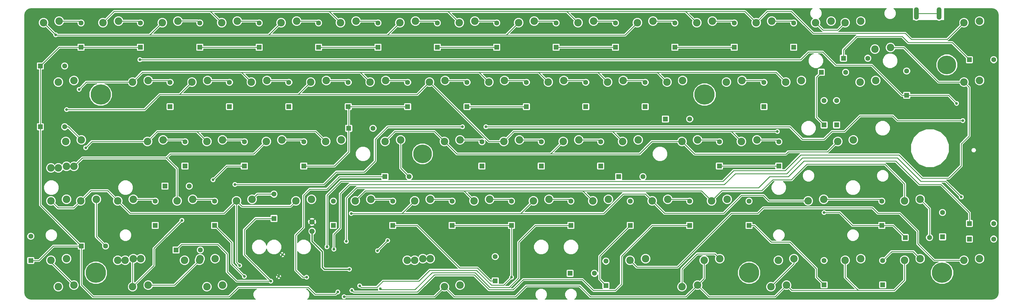
<source format=gtl>
G04 #@! TF.FileFunction,Copper,L1,Top,Signal*
%FSLAX46Y46*%
G04 Gerber Fmt 4.6, Leading zero omitted, Abs format (unit mm)*
G04 Created by KiCad (PCBNEW 4.0.6) date 07/11/19 02:34:24*
%MOMM*%
%LPD*%
G01*
G04 APERTURE LIST*
%ADD10C,0.100000*%
%ADD11C,1.700000*%
%ADD12C,0.750000*%
%ADD13C,6.500000*%
%ADD14C,6.000000*%
%ADD15O,1.500000X4.000000*%
%ADD16R,1.600000X1.600000*%
%ADD17C,1.600000*%
%ADD18C,2.400000*%
%ADD19C,0.889000*%
%ADD20C,0.381000*%
%ADD21C,0.254000*%
%ADD22C,0.200000*%
G04 APERTURE END LIST*
D10*
D11*
X121750000Y-98000000D03*
D12*
X112250000Y-108500000D03*
D13*
X247650000Y-57150000D03*
D12*
X111000000Y-115500000D03*
D14*
X157162500Y-76200000D03*
D13*
X53937500Y-57137500D03*
X52387500Y-114300000D03*
X323850000Y-114312500D03*
D11*
X121750000Y-101000000D03*
D13*
X261937500Y-114300000D03*
D15*
X315600000Y-31137500D03*
X322900000Y-31137500D03*
D16*
X216000000Y-118400000D03*
D17*
X216000000Y-110600000D03*
D16*
X204787500Y-99150000D03*
D17*
X204787500Y-91350000D03*
D16*
X223837500Y-99150000D03*
D17*
X223837500Y-91350000D03*
D16*
X214312500Y-80100000D03*
D17*
X214312500Y-72300000D03*
D16*
X220100000Y-83500000D03*
D17*
X227900000Y-83500000D03*
D16*
X228600000Y-61050000D03*
D17*
X228600000Y-53250000D03*
D16*
X238125000Y-42000000D03*
D17*
X238125000Y-34200000D03*
D16*
X257162500Y-41987500D03*
D17*
X257162500Y-34187500D03*
D16*
X286000000Y-118200000D03*
D17*
X286000000Y-110400000D03*
D16*
X242887500Y-99150000D03*
D17*
X242887500Y-91350000D03*
D16*
X261937500Y-99150000D03*
D17*
X261937500Y-91350000D03*
D16*
X252412500Y-80100000D03*
D17*
X252412500Y-72300000D03*
D16*
X271462500Y-80100000D03*
D17*
X271462500Y-72300000D03*
D16*
X235100000Y-65000000D03*
D17*
X242900000Y-65000000D03*
D16*
X266700000Y-61050000D03*
D17*
X266700000Y-53250000D03*
D16*
X276225000Y-42000000D03*
D17*
X276225000Y-34200000D03*
D16*
X304800000Y-118200000D03*
D17*
X304800000Y-110400000D03*
D16*
X304500000Y-99150000D03*
D17*
X304500000Y-91350000D03*
D16*
X312000000Y-103000000D03*
D17*
X319800000Y-103000000D03*
D16*
X290000000Y-66900000D03*
D17*
X290000000Y-59100000D03*
D16*
X286000000Y-66900000D03*
D17*
X286000000Y-59100000D03*
D16*
X285100000Y-50000000D03*
D17*
X292900000Y-50000000D03*
D16*
X292200000Y-45500000D03*
D17*
X300000000Y-45500000D03*
D16*
X332600000Y-46000000D03*
D17*
X340400000Y-46000000D03*
D16*
X31500000Y-110400000D03*
D17*
X31500000Y-102600000D03*
D16*
X47718750Y-105737500D03*
D17*
X55518750Y-105737500D03*
D16*
X34600000Y-67500000D03*
D17*
X42400000Y-67500000D03*
D16*
X80962500Y-80100000D03*
D17*
X80962500Y-72300000D03*
D16*
X34600000Y-48000000D03*
D17*
X42400000Y-48000000D03*
D16*
X76200000Y-61050000D03*
D17*
X76200000Y-53250000D03*
D16*
X47625000Y-42000000D03*
D17*
X47625000Y-34200000D03*
D16*
X66675000Y-42000000D03*
D17*
X66675000Y-34200000D03*
D16*
X74562500Y-86500000D03*
D17*
X82362500Y-86500000D03*
D16*
X71437500Y-99150000D03*
D17*
X71437500Y-91350000D03*
D16*
X90487500Y-99150000D03*
D17*
X90487500Y-91350000D03*
D16*
X100012500Y-80100000D03*
D17*
X100012500Y-72300000D03*
D16*
X95250000Y-61050000D03*
D17*
X95250000Y-53250000D03*
D16*
X114300000Y-61050000D03*
D17*
X114300000Y-53250000D03*
D16*
X85725000Y-42000000D03*
D17*
X85725000Y-34200000D03*
D16*
X104775000Y-42000000D03*
D17*
X104775000Y-34200000D03*
D16*
X78100000Y-107000000D03*
D17*
X85900000Y-107000000D03*
D16*
X109537500Y-96900000D03*
D17*
X109537500Y-89100000D03*
D16*
X119062500Y-80100000D03*
D17*
X119062500Y-72300000D03*
D16*
X133500000Y-68000000D03*
D17*
X141300000Y-68000000D03*
D16*
X133350000Y-61050000D03*
D17*
X133350000Y-53250000D03*
D16*
X152400000Y-61050000D03*
D17*
X152400000Y-53250000D03*
D16*
X123825000Y-42000000D03*
D17*
X123825000Y-34200000D03*
D16*
X142875000Y-42000000D03*
D17*
X142875000Y-34200000D03*
D16*
X180500000Y-116900000D03*
D17*
X180500000Y-109100000D03*
D16*
X128587500Y-99150000D03*
D17*
X128587500Y-91350000D03*
D16*
X147637500Y-99150000D03*
D17*
X147637500Y-91350000D03*
D16*
X145100000Y-83500000D03*
D17*
X152900000Y-83500000D03*
D16*
X171450000Y-61050000D03*
D17*
X171450000Y-53250000D03*
D16*
X190500000Y-61050000D03*
D17*
X190500000Y-53250000D03*
D16*
X161925000Y-42000000D03*
D17*
X161925000Y-34200000D03*
D16*
X180975000Y-42000000D03*
D17*
X180975000Y-34200000D03*
D16*
X204525000Y-114500000D03*
D17*
X212325000Y-114500000D03*
D16*
X166687500Y-99150000D03*
D17*
X166687500Y-91350000D03*
D16*
X185737500Y-99150000D03*
D17*
X185737500Y-91350000D03*
D16*
X176212500Y-80100000D03*
D17*
X176212500Y-72300000D03*
D16*
X195262500Y-80100000D03*
D17*
X195262500Y-72300000D03*
D16*
X209550000Y-61050000D03*
D17*
X209550000Y-53250000D03*
D16*
X200025000Y-42000000D03*
D17*
X200025000Y-34200000D03*
D16*
X219075000Y-42000000D03*
D17*
X219075000Y-34200000D03*
D16*
X332600000Y-98500000D03*
D17*
X340400000Y-98500000D03*
D16*
X332600000Y-103500000D03*
D17*
X340400000Y-103500000D03*
D16*
X312500000Y-57400000D03*
D17*
X312500000Y-49600000D03*
D16*
X324000000Y-102800000D03*
D17*
X324000000Y-95000000D03*
D14*
X325375000Y-47625000D03*
D18*
X197762500Y-90750000D03*
X192762500Y-91250000D03*
X216812500Y-90750000D03*
X211812500Y-91250000D03*
X207287500Y-71700000D03*
X202287500Y-72200000D03*
X226337500Y-71700000D03*
X221337500Y-72200000D03*
X221575000Y-52650000D03*
X216575000Y-53150000D03*
X231100000Y-33600000D03*
X226100000Y-34100000D03*
X250150000Y-33600000D03*
X245150000Y-34100000D03*
X297775000Y-109800000D03*
X292775000Y-110300000D03*
X235862500Y-90750000D03*
X230862500Y-91250000D03*
X254912500Y-90750000D03*
X249912500Y-91250000D03*
X245387500Y-71700000D03*
X240387500Y-72200000D03*
X264437500Y-71700000D03*
X259437500Y-72200000D03*
X240625000Y-52650000D03*
X235625000Y-53150000D03*
X259675000Y-52650000D03*
X254675000Y-53150000D03*
X269200000Y-33600000D03*
X264200000Y-34100000D03*
X316825000Y-109800000D03*
X311825000Y-110300000D03*
X285868750Y-90750000D03*
X280868750Y-91250000D03*
X316825000Y-90750000D03*
X311825000Y-91250000D03*
X295393750Y-71700000D03*
X290393750Y-72200000D03*
X302537500Y-52650000D03*
X297537500Y-53150000D03*
X278725000Y-52650000D03*
X273725000Y-53150000D03*
X288250000Y-33600000D03*
X283250000Y-34100000D03*
X42981250Y-109800000D03*
X37981250Y-110300000D03*
X42981250Y-90750000D03*
X37981250Y-91250000D03*
X47743750Y-71700000D03*
X42743750Y-72200000D03*
X64412500Y-90750000D03*
X59412500Y-91250000D03*
X83462500Y-90750000D03*
X78462500Y-91250000D03*
X92987500Y-71700000D03*
X87987500Y-72200000D03*
X88225000Y-52650000D03*
X83225000Y-53150000D03*
X107275000Y-52650000D03*
X102275000Y-53150000D03*
X78700000Y-33600000D03*
X73700000Y-34100000D03*
X97750000Y-33600000D03*
X92750000Y-34100000D03*
X90606250Y-109800000D03*
X85606250Y-110300000D03*
X112037500Y-71700000D03*
X107037500Y-72200000D03*
X131087500Y-71700000D03*
X126087500Y-72200000D03*
X126325000Y-52650000D03*
X121325000Y-53150000D03*
X145375000Y-52650000D03*
X140375000Y-53150000D03*
X116800000Y-33600000D03*
X111800000Y-34100000D03*
X135850000Y-33600000D03*
X130850000Y-34100000D03*
X121562500Y-90750000D03*
X116562500Y-91250000D03*
X140612500Y-90750000D03*
X135612500Y-91250000D03*
X150137500Y-71700000D03*
X145137500Y-72200000D03*
X164425000Y-52650000D03*
X159425000Y-53150000D03*
X183475000Y-52650000D03*
X178475000Y-53150000D03*
X154900000Y-33600000D03*
X149900000Y-34100000D03*
X173950000Y-33600000D03*
X168950000Y-34100000D03*
X240387500Y-118800000D03*
X245387500Y-118300000D03*
X159662500Y-90750000D03*
X154662500Y-91250000D03*
X178712500Y-90750000D03*
X173712500Y-91250000D03*
X169187500Y-71700000D03*
X164187500Y-72200000D03*
X188237500Y-71700000D03*
X183237500Y-72200000D03*
X202525000Y-52650000D03*
X197525000Y-53150000D03*
X193000000Y-33600000D03*
X188000000Y-34100000D03*
X212050000Y-33600000D03*
X207050000Y-34100000D03*
X335875000Y-52650000D03*
X330875000Y-53150000D03*
X335875000Y-109800000D03*
X330875000Y-110300000D03*
X302300000Y-42600000D03*
X307300000Y-42100000D03*
X228718750Y-109800000D03*
X223718750Y-110300000D03*
X73937500Y-71700000D03*
X68937500Y-72200000D03*
X45362500Y-52650000D03*
X40362500Y-53150000D03*
X69175000Y-52650000D03*
X64175000Y-53150000D03*
X40600000Y-33600000D03*
X35600000Y-34100000D03*
X59650000Y-33600000D03*
X54650000Y-34100000D03*
X64175000Y-118800000D03*
X69175000Y-118300000D03*
X159662500Y-109800000D03*
X154662500Y-110300000D03*
X157281250Y-109800000D03*
X152281250Y-110300000D03*
X37981250Y-80700000D03*
X42981250Y-80200000D03*
X40362500Y-80700000D03*
X45362500Y-80200000D03*
X66793750Y-109800000D03*
X61793750Y-110300000D03*
X64412500Y-109800000D03*
X59412500Y-110300000D03*
X268962500Y-118800000D03*
X273962500Y-118300000D03*
X297775000Y-33600000D03*
X292775000Y-34100000D03*
X335875000Y-33600000D03*
X330875000Y-34100000D03*
X87987500Y-118800000D03*
X92987500Y-118300000D03*
X52506250Y-90750000D03*
X47506250Y-91250000D03*
X40362500Y-118800000D03*
X45362500Y-118300000D03*
X85843750Y-109800000D03*
X80843750Y-110300000D03*
X102512500Y-90750000D03*
X97512500Y-91250000D03*
X276343750Y-109800000D03*
X271343750Y-110300000D03*
X252531250Y-109800000D03*
X247531250Y-110300000D03*
X164187500Y-118800000D03*
X169187500Y-118300000D03*
D19*
X133700002Y-113200000D03*
X327000000Y-80500000D03*
X139000000Y-114000000D03*
X321500000Y-62500000D03*
X116000000Y-96500000D03*
X114500000Y-102000000D03*
X252000000Y-107000000D03*
X232000000Y-107000000D03*
X272000000Y-107000000D03*
X307000000Y-91000000D03*
X301500000Y-107000000D03*
X152000000Y-107000000D03*
X172000000Y-107000000D03*
X134750000Y-114270000D03*
X132000000Y-120000000D03*
X132000000Y-115000000D03*
X132000000Y-107250000D03*
X138500000Y-105000000D03*
X132000000Y-111500000D03*
X289500000Y-98000000D03*
X269000000Y-98000000D03*
X298500000Y-89000000D03*
X172000000Y-102500000D03*
X192000000Y-102500000D03*
X212000000Y-102500000D03*
X232000000Y-102500000D03*
X252000000Y-102500000D03*
X152000000Y-102500000D03*
X317000000Y-55500000D03*
X317000000Y-37500000D03*
X321500000Y-37500000D03*
X330500000Y-65500000D03*
X177500000Y-67500000D03*
X170000000Y-67500000D03*
X97000000Y-86000000D03*
X142750000Y-107250000D03*
X146000000Y-104000000D03*
X143618750Y-119487500D03*
X134500000Y-120000000D03*
X286000000Y-95000000D03*
X130000000Y-120500000D03*
X90000000Y-84500000D03*
X100000000Y-115500000D03*
X108500000Y-117000000D03*
X120000000Y-115750000D03*
X137000000Y-118500000D03*
X185737500Y-115762500D03*
X132000000Y-122000000D03*
X98500000Y-112000000D03*
X134287500Y-95287500D03*
X49118750Y-74237500D03*
X271000000Y-69000000D03*
X43000000Y-62000000D03*
X47000000Y-55500000D03*
X39500000Y-38000000D03*
X132750000Y-104250000D03*
X328500000Y-60000000D03*
X66500000Y-46000000D03*
X126500000Y-106000000D03*
X330000000Y-90000000D03*
X128750000Y-106750000D03*
X80000000Y-97500000D03*
D20*
X133700002Y-113200000D02*
X125700000Y-113200000D01*
X121750000Y-104250000D02*
X121750000Y-101000000D01*
X125000000Y-107500000D02*
X121750000Y-104250000D01*
X125000000Y-112500000D02*
X125000000Y-107500000D01*
X125700000Y-113200000D02*
X125000000Y-112500000D01*
X112250000Y-108500000D02*
X111000000Y-109750000D01*
X111000000Y-109750000D02*
X111000000Y-115500000D01*
X116000000Y-96500000D02*
X114500000Y-98000000D01*
X114500000Y-98000000D02*
X114500000Y-102000000D01*
X132730000Y-114270000D02*
X134750000Y-114270000D01*
X132000000Y-115000000D02*
X132730000Y-114270000D01*
X132000000Y-120000000D02*
X132000000Y-115000000D01*
X132000000Y-107250000D02*
X132000000Y-111500000D01*
X138500000Y-105000000D02*
X134250000Y-105000000D01*
X134250000Y-105000000D02*
X132000000Y-107250000D01*
X317000000Y-37500000D02*
X321500000Y-37500000D01*
D21*
X279000000Y-71500000D02*
X275000000Y-67500000D01*
X297500000Y-64000000D02*
X292500000Y-69000000D01*
X292500000Y-69000000D02*
X288500000Y-69000000D01*
X288500000Y-69000000D02*
X286000000Y-71500000D01*
X286000000Y-71500000D02*
X279000000Y-71500000D01*
X309500000Y-65500000D02*
X308000000Y-64000000D01*
X330500000Y-65500000D02*
X309500000Y-65500000D01*
X308000000Y-64000000D02*
X297500000Y-64000000D01*
X177500000Y-67500000D02*
X275000000Y-67500000D01*
X125500000Y-86000000D02*
X129500000Y-82000000D01*
X129500000Y-82000000D02*
X138500000Y-82000000D01*
X138500000Y-82000000D02*
X142000000Y-78500000D01*
X142000000Y-78500000D02*
X142000000Y-71500000D01*
X142000000Y-71500000D02*
X146000000Y-67500000D01*
X170000000Y-67500000D02*
X146000000Y-67500000D01*
X97000000Y-86000000D02*
X125500000Y-86000000D01*
X146000000Y-104000000D02*
X142750000Y-107250000D01*
X223837500Y-99150000D02*
X214000000Y-108987500D01*
X214000000Y-116400000D02*
X216000000Y-118400000D01*
X214000000Y-108987500D02*
X214000000Y-116400000D01*
X143881250Y-119750000D02*
X143618750Y-119487500D01*
X174000000Y-114250000D02*
X178750000Y-119000000D01*
X160250000Y-114250000D02*
X174000000Y-114250000D01*
X154750000Y-119750000D02*
X160250000Y-114250000D01*
X185000000Y-119000000D02*
X178750000Y-119000000D01*
X154750000Y-119750000D02*
X143881250Y-119750000D01*
X185000000Y-119000000D02*
X188000000Y-116000000D01*
X193350000Y-99150000D02*
X204787500Y-99150000D01*
X188000000Y-104500000D02*
X193350000Y-99150000D01*
X188000000Y-116000000D02*
X188000000Y-104500000D01*
X185000000Y-119000000D02*
X184937500Y-119000000D01*
X257162500Y-41987500D02*
X238112500Y-41987500D01*
X242887500Y-99150000D02*
X230850000Y-99150000D01*
X134500000Y-120000000D02*
X135000000Y-120500000D01*
X155500000Y-120500000D02*
X161000000Y-115000000D01*
X135000000Y-120500000D02*
X155500000Y-120500000D01*
X208500000Y-116500000D02*
X189500000Y-116500000D01*
X186250000Y-119750000D02*
X189500000Y-116500000D01*
X173750000Y-115000000D02*
X178500000Y-119750000D01*
X161000000Y-115000000D02*
X173750000Y-115000000D01*
X178500000Y-119750000D02*
X186250000Y-119750000D01*
X212000000Y-120000000D02*
X208500000Y-116500000D01*
X219000000Y-120000000D02*
X212000000Y-120000000D01*
X221000000Y-118000000D02*
X219000000Y-120000000D01*
X221000000Y-109000000D02*
X221000000Y-118000000D01*
X230850000Y-99150000D02*
X221000000Y-109000000D01*
X261937500Y-99150000D02*
X263650000Y-99150000D01*
X283500000Y-115700000D02*
X286000000Y-118200000D01*
X283500000Y-113000000D02*
X283500000Y-115700000D01*
X275000000Y-104500000D02*
X283500000Y-113000000D01*
X269000000Y-104500000D02*
X275000000Y-104500000D01*
X263650000Y-99150000D02*
X269000000Y-104500000D01*
X252412500Y-80100000D02*
X271462500Y-80100000D01*
X261925000Y-99137500D02*
X261937500Y-99137500D01*
X295150000Y-99150000D02*
X291000000Y-95000000D01*
X291000000Y-95000000D02*
X286000000Y-95000000D01*
X295150000Y-99150000D02*
X304500000Y-99150000D01*
X285100000Y-50000000D02*
X283500000Y-51600000D01*
X283500000Y-64400000D02*
X286000000Y-66900000D01*
X283500000Y-51600000D02*
X283500000Y-64400000D01*
X292200000Y-45500000D02*
X292200000Y-42800000D01*
X327100000Y-40500000D02*
X332600000Y-46000000D01*
X313000000Y-40500000D02*
X311000000Y-38500000D01*
X327100000Y-40500000D02*
X313000000Y-40500000D01*
X312000000Y-103000000D02*
X308150000Y-99150000D01*
X308150000Y-99150000D02*
X304500000Y-99150000D01*
X311000000Y-38500000D02*
X296500000Y-38500000D01*
X296500000Y-38500000D02*
X292200000Y-42800000D01*
X95118750Y-121987500D02*
X51487500Y-121987500D01*
X98106250Y-119000000D02*
X95118750Y-121987500D01*
X122750000Y-121250000D02*
X120500000Y-119000000D01*
X130000000Y-120500000D02*
X129250000Y-121250000D01*
X129250000Y-121250000D02*
X122750000Y-121250000D01*
X120500000Y-119000000D02*
X98106250Y-119000000D01*
X47718750Y-118218750D02*
X47718750Y-105737500D01*
X51487500Y-121987500D02*
X47718750Y-118218750D01*
X34600000Y-67500000D02*
X34600000Y-92618750D01*
X34600000Y-92618750D02*
X47718750Y-105737500D01*
X34100000Y-110400000D02*
X38762500Y-105737500D01*
X38762500Y-105737500D02*
X47718750Y-105737500D01*
X31500000Y-110400000D02*
X34100000Y-110400000D01*
X40600000Y-42000000D02*
X47625000Y-42000000D01*
X34600000Y-48000000D02*
X40600000Y-42000000D01*
X34600000Y-67500000D02*
X34600000Y-48000000D01*
X66675000Y-42000000D02*
X47625000Y-42000000D01*
X76187500Y-61037500D02*
X76162500Y-61037500D01*
X90000000Y-84500000D02*
X94400000Y-80100000D01*
X94400000Y-80100000D02*
X100012500Y-80100000D01*
X96000000Y-104662500D02*
X96000000Y-111500000D01*
X100000000Y-115500000D02*
X96000000Y-111500000D01*
X90487500Y-99150000D02*
X96000000Y-104662500D01*
X85725000Y-42000000D02*
X104775000Y-42000000D01*
X133350000Y-61050000D02*
X133500000Y-61200000D01*
X133500000Y-61200000D02*
X133500000Y-68000000D01*
X128900000Y-80100000D02*
X133500000Y-75500000D01*
X119062500Y-80100000D02*
X128900000Y-80100000D01*
X133500000Y-75500000D02*
X133500000Y-68000000D01*
X109537500Y-96900000D02*
X103600000Y-96900000D01*
X100000000Y-108500000D02*
X108500000Y-117000000D01*
X100000000Y-100500000D02*
X100000000Y-108500000D01*
X103600000Y-96900000D02*
X100000000Y-100500000D01*
X108500000Y-117000000D02*
X97500000Y-117000000D01*
X97500000Y-117000000D02*
X94500000Y-114000000D01*
X94500000Y-114000000D02*
X94500000Y-108250000D01*
X94500000Y-108250000D02*
X91500000Y-105250000D01*
X91500000Y-105250000D02*
X79850000Y-105250000D01*
X79850000Y-105250000D02*
X78100000Y-107000000D01*
X133350000Y-61050000D02*
X152400000Y-61050000D01*
X123812500Y-41987500D02*
X142862500Y-41987500D01*
X180462500Y-116937500D02*
X178937500Y-116937500D01*
X174787500Y-112787500D02*
X178937500Y-116937500D01*
X119000000Y-89500000D02*
X119000000Y-99750000D01*
X126500000Y-87500000D02*
X130500000Y-83500000D01*
X145100000Y-83500000D02*
X130500000Y-83500000D01*
X119000000Y-89500000D02*
X121000000Y-87500000D01*
X121000000Y-87500000D02*
X126500000Y-87500000D01*
X118750000Y-115750000D02*
X120000000Y-115750000D01*
X116500000Y-113500000D02*
X118750000Y-115750000D01*
X116500000Y-102250000D02*
X116500000Y-113500000D01*
X119000000Y-99750000D02*
X116500000Y-102250000D01*
X174787500Y-112787500D02*
X169037500Y-112787500D01*
X155400000Y-99150000D02*
X147637500Y-99150000D01*
X169037500Y-112787500D02*
X155400000Y-99150000D01*
X171450000Y-61050000D02*
X190500000Y-61050000D01*
X161925000Y-42000000D02*
X180975000Y-42000000D01*
X144500000Y-117000000D02*
X156000000Y-117000000D01*
X156000000Y-117000000D02*
X159500000Y-113500000D01*
X159500000Y-113500000D02*
X174500000Y-113500000D01*
X174500000Y-113500000D02*
X179250000Y-118250000D01*
X179250000Y-118250000D02*
X183250000Y-118250000D01*
X183250000Y-118250000D02*
X185737500Y-115762500D01*
X137000000Y-118500000D02*
X137500000Y-119000000D01*
X137500000Y-119000000D02*
X142500000Y-119000000D01*
X142500000Y-119000000D02*
X144500000Y-117000000D01*
X185737500Y-115750000D02*
X185737500Y-99150000D01*
X200025000Y-42000000D02*
X219075000Y-42000000D01*
X185787500Y-99200000D02*
X185725000Y-99137500D01*
X166675000Y-99137500D02*
X185725000Y-99137500D01*
X245387500Y-118300000D02*
X241687500Y-122000000D01*
X211000000Y-122000000D02*
X241687500Y-122000000D01*
X207500000Y-118500000D02*
X211000000Y-122000000D01*
X190500000Y-118500000D02*
X207500000Y-118500000D01*
X297000000Y-120000000D02*
X275662500Y-120000000D01*
X275662500Y-120000000D02*
X273962500Y-118300000D01*
X292775000Y-110300000D02*
X292775000Y-115775000D01*
X311825000Y-116675000D02*
X311825000Y-110300000D01*
X308500000Y-120000000D02*
X311825000Y-116675000D01*
X297000000Y-120000000D02*
X308500000Y-120000000D01*
X292775000Y-115775000D02*
X297000000Y-120000000D01*
X247531250Y-110300000D02*
X247531250Y-116156250D01*
X247531250Y-116156250D02*
X245387500Y-118300000D01*
X37981250Y-110300000D02*
X37981250Y-110918750D01*
X37981250Y-110918750D02*
X45362500Y-118300000D01*
X45362500Y-117681250D02*
X45362500Y-118300000D01*
X61793750Y-110300000D02*
X61793750Y-110918750D01*
X85606250Y-110300000D02*
X77606250Y-118300000D01*
X77606250Y-118300000D02*
X69175000Y-118300000D01*
X61793750Y-110300000D02*
X59412500Y-110300000D01*
X270262500Y-122000000D02*
X249087500Y-122000000D01*
X249087500Y-122000000D02*
X245387500Y-118300000D01*
X273962500Y-118300000D02*
X270262500Y-122000000D01*
X187000000Y-122000000D02*
X190500000Y-118500000D01*
X167387500Y-122000000D02*
X187000000Y-122000000D01*
X132000000Y-122000000D02*
X160987500Y-122000000D01*
X160987500Y-122000000D02*
X164187500Y-118800000D01*
X164187500Y-118800000D02*
X167387500Y-122000000D01*
X47506250Y-91250000D02*
X45256250Y-93500000D01*
X40231250Y-93500000D02*
X37981250Y-91250000D01*
X45256250Y-93500000D02*
X40231250Y-93500000D01*
X59412500Y-91250000D02*
X56162500Y-88000000D01*
X50756250Y-88000000D02*
X47506250Y-91250000D01*
X56162500Y-88000000D02*
X50756250Y-88000000D01*
X114812500Y-93000000D02*
X116562500Y-91250000D01*
X59412500Y-91250000D02*
X63412500Y-95250000D01*
X230862500Y-91250000D02*
X234862500Y-95250000D01*
X268250000Y-91250000D02*
X280868750Y-91250000D01*
X266500000Y-89500000D02*
X268250000Y-91250000D01*
X259500000Y-89500000D02*
X266500000Y-89500000D01*
X253750000Y-95250000D02*
X259500000Y-89500000D01*
X234862500Y-95250000D02*
X253750000Y-95250000D01*
X188700000Y-95287500D02*
X215287500Y-95287500D01*
X228650000Y-89037500D02*
X230850000Y-91237500D01*
X221537500Y-89037500D02*
X228650000Y-89037500D01*
X215287500Y-95287500D02*
X221537500Y-89037500D01*
X150537500Y-95287500D02*
X188700000Y-95287500D01*
X188700000Y-95287500D02*
X192750000Y-91237500D01*
X134287500Y-95287500D02*
X150537500Y-95287500D01*
X150537500Y-95287500D02*
X150600000Y-95287500D01*
X150600000Y-95287500D02*
X154650000Y-91237500D01*
X97512500Y-91250000D02*
X97512500Y-111012500D01*
X98500000Y-112000000D02*
X97512500Y-111012500D01*
X97512500Y-91250000D02*
X99262500Y-93000000D01*
X99262500Y-93000000D02*
X114812500Y-93000000D01*
X93512500Y-95250000D02*
X97512500Y-91250000D01*
X63412500Y-95250000D02*
X93512500Y-95250000D01*
X75000000Y-77500000D02*
X78462500Y-80962500D01*
X78462500Y-80962500D02*
X78462500Y-91250000D01*
X45362500Y-80200000D02*
X48062500Y-77500000D01*
X48062500Y-77500000D02*
X75000000Y-77500000D01*
X275500000Y-84500000D02*
X280500000Y-79500000D01*
X253162500Y-88000000D02*
X266000000Y-88000000D01*
X266000000Y-88000000D02*
X269500000Y-84500000D01*
X269500000Y-84500000D02*
X275500000Y-84500000D01*
X249912500Y-91250000D02*
X253162500Y-88000000D01*
X311825000Y-85825000D02*
X311825000Y-91250000D01*
X305500000Y-79500000D02*
X311825000Y-85825000D01*
X280500000Y-79500000D02*
X305500000Y-79500000D01*
X107037500Y-72200000D02*
X103037500Y-76200000D01*
X76300000Y-76200000D02*
X75000000Y-77500000D01*
X103037500Y-76200000D02*
X76300000Y-76200000D01*
X208537500Y-88037500D02*
X246700000Y-88037500D01*
X246700000Y-88037500D02*
X249900000Y-91237500D01*
X170500000Y-88037500D02*
X208537500Y-88037500D01*
X208537500Y-88037500D02*
X208600000Y-88037500D01*
X208600000Y-88037500D02*
X211800000Y-91237500D01*
X135600000Y-91237500D02*
X138800000Y-88037500D01*
X170500000Y-88037500D02*
X173700000Y-91237500D01*
X138800000Y-88037500D02*
X170500000Y-88037500D01*
X249787500Y-91125000D02*
X249900000Y-91237500D01*
X273750000Y-76250000D02*
X274500000Y-75500000D01*
X244437500Y-76250000D02*
X273750000Y-76250000D01*
X240387500Y-72200000D02*
X244437500Y-76250000D01*
X287093750Y-75500000D02*
X290393750Y-72200000D01*
X274500000Y-75500000D02*
X287093750Y-75500000D01*
X51156250Y-72200000D02*
X49118750Y-74237500D01*
X68937500Y-72200000D02*
X51156250Y-72200000D01*
X198287500Y-76200000D02*
X226800000Y-76200000D01*
X230800000Y-72200000D02*
X240387500Y-72200000D01*
X226800000Y-76200000D02*
X230800000Y-72200000D01*
X198287500Y-76200000D02*
X168187500Y-76200000D01*
X168187500Y-76200000D02*
X164187500Y-72200000D01*
X202287500Y-72200000D02*
X198287500Y-76200000D01*
X145137500Y-72200000D02*
X148337500Y-69000000D01*
X148337500Y-69000000D02*
X160987500Y-69000000D01*
X160987500Y-69000000D02*
X164187500Y-72200000D01*
X122887500Y-69000000D02*
X126087500Y-72200000D01*
X68937500Y-72200000D02*
X72137500Y-69000000D01*
X72137500Y-69000000D02*
X84787500Y-69000000D01*
X84787500Y-69000000D02*
X87987500Y-72200000D01*
X84787500Y-69000000D02*
X122887500Y-69000000D01*
X271000000Y-69000000D02*
X256237500Y-69000000D01*
X79225000Y-57150000D02*
X72850000Y-57150000D01*
X68000000Y-62000000D02*
X43000000Y-62000000D01*
X72850000Y-57150000D02*
X68000000Y-62000000D01*
X218137500Y-69000000D02*
X256237500Y-69000000D01*
X256237500Y-69000000D02*
X259437500Y-72200000D01*
X183237500Y-72200000D02*
X186437500Y-69000000D01*
X218137500Y-69000000D02*
X221337500Y-72200000D01*
X186437500Y-69000000D02*
X218137500Y-69000000D01*
X183237500Y-72200000D02*
X178475000Y-72200000D01*
X178475000Y-72200000D02*
X159425000Y-53150000D01*
X117325000Y-57150000D02*
X155425000Y-57150000D01*
X155425000Y-57150000D02*
X159425000Y-53150000D01*
X79225000Y-57150000D02*
X117325000Y-57150000D01*
X117325000Y-57150000D02*
X121325000Y-53150000D01*
X79225000Y-57150000D02*
X83225000Y-53150000D01*
X49350000Y-53150000D02*
X47000000Y-55500000D01*
X49350000Y-53150000D02*
X64175000Y-53150000D01*
X232475000Y-50000000D02*
X270575000Y-50000000D01*
X270575000Y-50000000D02*
X273725000Y-53150000D01*
X213425000Y-50000000D02*
X232475000Y-50000000D01*
X232475000Y-50000000D02*
X235625000Y-53150000D01*
X194375000Y-50000000D02*
X213425000Y-50000000D01*
X213425000Y-50000000D02*
X216575000Y-53150000D01*
X175325000Y-50000000D02*
X194375000Y-50000000D01*
X194375000Y-50000000D02*
X197525000Y-53150000D01*
X137225000Y-50000000D02*
X175325000Y-50000000D01*
X175325000Y-50000000D02*
X178475000Y-53150000D01*
X99125000Y-50000000D02*
X137225000Y-50000000D01*
X137225000Y-50000000D02*
X140375000Y-53150000D01*
X64175000Y-53150000D02*
X67325000Y-50000000D01*
X67325000Y-50000000D02*
X99125000Y-50000000D01*
X99125000Y-50000000D02*
X102275000Y-53150000D01*
X283250000Y-34100000D02*
X285650000Y-36500000D01*
X290375000Y-36500000D02*
X292775000Y-34100000D01*
X285650000Y-36500000D02*
X290375000Y-36500000D01*
X184000000Y-38100000D02*
X222100000Y-38100000D01*
X222100000Y-38100000D02*
X226100000Y-34100000D01*
X145900000Y-38100000D02*
X184000000Y-38100000D01*
X184000000Y-38100000D02*
X188000000Y-34100000D01*
X107800000Y-38100000D02*
X145900000Y-38100000D01*
X145900000Y-38100000D02*
X149900000Y-34100000D01*
X107800000Y-38100000D02*
X111800000Y-34100000D01*
X69637500Y-38100000D02*
X73700000Y-34037500D01*
X39500000Y-38000000D02*
X39600000Y-38100000D01*
X47625000Y-38100000D02*
X69637500Y-38100000D01*
X69637500Y-38100000D02*
X107800000Y-38100000D01*
X35587500Y-34087500D02*
X39500000Y-38000000D01*
X39600000Y-38100000D02*
X47625000Y-38100000D01*
X264200000Y-34100000D02*
X267800000Y-30500000D01*
X312000000Y-37500000D02*
X282500000Y-37500000D01*
X312000000Y-37500000D02*
X313975000Y-39475000D01*
X313975000Y-39475000D02*
X325500000Y-39475000D01*
X275500000Y-30500000D02*
X282500000Y-37500000D01*
X267800000Y-30500000D02*
X275500000Y-30500000D01*
X241550000Y-30500000D02*
X260600000Y-30500000D01*
X260600000Y-30500000D02*
X264200000Y-34100000D01*
X203500000Y-30500000D02*
X241550000Y-30500000D01*
X241550000Y-30500000D02*
X245150000Y-34100000D01*
X165350000Y-30500000D02*
X203500000Y-30500000D01*
X203500000Y-30500000D02*
X203450000Y-30500000D01*
X203450000Y-30500000D02*
X207050000Y-34100000D01*
X127250000Y-30500000D02*
X165350000Y-30500000D01*
X165350000Y-30500000D02*
X168950000Y-34100000D01*
X89150000Y-30500000D02*
X127250000Y-30500000D01*
X127250000Y-30500000D02*
X130850000Y-34100000D01*
X54650000Y-34100000D02*
X58250000Y-30500000D01*
X89150000Y-30500000D02*
X92750000Y-34100000D01*
X58250000Y-30500000D02*
X89150000Y-30500000D01*
X325475000Y-39500000D02*
X325500000Y-39475000D01*
X325500000Y-39475000D02*
X330875000Y-34100000D01*
X323500000Y-86000000D02*
X332600000Y-95100000D01*
X132750000Y-104250000D02*
X132750000Y-104287500D01*
X268500000Y-83500000D02*
X274500000Y-83500000D01*
X264962500Y-87037500D02*
X268500000Y-83500000D01*
X132750000Y-90325000D02*
X136037500Y-87037500D01*
X132750000Y-104287500D02*
X132750000Y-90325000D01*
X136037500Y-87037500D02*
X264962500Y-87037500D01*
X309000000Y-78500000D02*
X316500000Y-86000000D01*
X279500000Y-78500000D02*
X309000000Y-78500000D01*
X274500000Y-83500000D02*
X279500000Y-78500000D01*
X316500000Y-86000000D02*
X323500000Y-86000000D01*
X332600000Y-95100000D02*
X332600000Y-98500000D01*
X281000000Y-43500000D02*
X278500000Y-46000000D01*
X312500000Y-57400000D02*
X310900000Y-57400000D01*
X289750000Y-47750000D02*
X301250000Y-47750000D01*
X281000000Y-43500000D02*
X285500000Y-43500000D01*
X285500000Y-43500000D02*
X289750000Y-47750000D01*
X301250000Y-47750000D02*
X310900000Y-57400000D01*
X312500000Y-57400000D02*
X325900000Y-57400000D01*
X325900000Y-57400000D02*
X328500000Y-60000000D01*
X278500000Y-46000000D02*
X66500000Y-46000000D01*
X330875000Y-53150000D02*
X332500000Y-54775000D01*
X273500000Y-81500000D02*
X278500000Y-76500000D01*
X257000000Y-81500000D02*
X273500000Y-81500000D01*
X131000000Y-85000000D02*
X253500000Y-85000000D01*
X126500000Y-89500000D02*
X131000000Y-85000000D01*
X253500000Y-85000000D02*
X257000000Y-81500000D01*
X317500000Y-84000000D02*
X326000000Y-84000000D01*
X310000000Y-76500000D02*
X317500000Y-84000000D01*
X278500000Y-76500000D02*
X310000000Y-76500000D01*
X126500000Y-106000000D02*
X126500000Y-89500000D01*
X330000000Y-80000000D02*
X326000000Y-84000000D01*
X330000000Y-73000000D02*
X330000000Y-80000000D01*
X332500000Y-70500000D02*
X330000000Y-73000000D01*
X332500000Y-54775000D02*
X332500000Y-70500000D01*
X307300000Y-42100000D02*
X311600000Y-42100000D01*
X322650000Y-53150000D02*
X330875000Y-53150000D01*
X311600000Y-42100000D02*
X322650000Y-53150000D01*
X128750000Y-106750000D02*
X128750000Y-102000000D01*
X257500000Y-82500000D02*
X267000000Y-82500000D01*
X254000000Y-86000000D02*
X257500000Y-82500000D01*
X128750000Y-102000000D02*
X130750000Y-100000000D01*
X130750000Y-100000000D02*
X130750000Y-89000000D01*
X130750000Y-89000000D02*
X133750000Y-86000000D01*
X133750000Y-86000000D02*
X254000000Y-86000000D01*
X274000000Y-82500000D02*
X279000000Y-77500000D01*
X279000000Y-77500000D02*
X309500000Y-77500000D01*
X309500000Y-77500000D02*
X317000000Y-85000000D01*
X317000000Y-85000000D02*
X325000000Y-85000000D01*
X325000000Y-85000000D02*
X330000000Y-90000000D01*
X267000000Y-82500000D02*
X274000000Y-82500000D01*
X256250000Y-95250000D02*
X239000000Y-112500000D01*
X239000000Y-112500000D02*
X225918750Y-112500000D01*
X225918750Y-112500000D02*
X223718750Y-110300000D01*
X264750000Y-95250000D02*
X256250000Y-95250000D01*
X310250000Y-95250000D02*
X303250000Y-95250000D01*
X310250000Y-95250000D02*
X316000000Y-101000000D01*
X316000000Y-101000000D02*
X316000000Y-105000000D01*
X316000000Y-105000000D02*
X321300000Y-110300000D01*
X330875000Y-110300000D02*
X321300000Y-110300000D01*
X266500000Y-93500000D02*
X264750000Y-95250000D01*
X301500000Y-93500000D02*
X266500000Y-93500000D01*
X303250000Y-95250000D02*
X301500000Y-93500000D01*
X268962500Y-118800000D02*
X276343750Y-111418750D01*
X276343750Y-111418750D02*
X276343750Y-109800000D01*
X204787500Y-91350000D02*
X204187500Y-90750000D01*
X204187500Y-90750000D02*
X197762500Y-90750000D01*
X207287500Y-71700000D02*
X213712500Y-71700000D01*
X213712500Y-71700000D02*
X214312500Y-72300000D01*
X221575000Y-52650000D02*
X228000000Y-52650000D01*
X228000000Y-52650000D02*
X228600000Y-53250000D01*
X231100000Y-33600000D02*
X237525000Y-33600000D01*
X237525000Y-33600000D02*
X238125000Y-34200000D01*
X238087500Y-34162500D02*
X238112500Y-34187500D01*
X250150000Y-33600000D02*
X256575000Y-33600000D01*
X256575000Y-33600000D02*
X257162500Y-34187500D01*
X235862500Y-90750000D02*
X242287500Y-90750000D01*
X242287500Y-90750000D02*
X242887500Y-91350000D01*
X245387500Y-71700000D02*
X251812500Y-71700000D01*
X251812500Y-71700000D02*
X252412500Y-72300000D01*
X264437500Y-71700000D02*
X270862500Y-71700000D01*
X270862500Y-71700000D02*
X271462500Y-72300000D01*
X259675000Y-52650000D02*
X266100000Y-52650000D01*
X266100000Y-52650000D02*
X266700000Y-53250000D01*
X269200000Y-33600000D02*
X275625000Y-33600000D01*
X275625000Y-33600000D02*
X276225000Y-34200000D01*
X304800000Y-110400000D02*
X307700000Y-107500000D01*
X307700000Y-107500000D02*
X314525000Y-107500000D01*
X314525000Y-107500000D02*
X316825000Y-109800000D01*
X285868750Y-90750000D02*
X303900000Y-90750000D01*
X303900000Y-90750000D02*
X304500000Y-91350000D01*
X319800000Y-103000000D02*
X319800000Y-93725000D01*
X319800000Y-93725000D02*
X316825000Y-90750000D01*
X52506250Y-90750000D02*
X52506250Y-102725000D01*
X52506250Y-102725000D02*
X55518750Y-105737500D01*
X43543750Y-67500000D02*
X47743750Y-71700000D01*
X42400000Y-67500000D02*
X43543750Y-67500000D01*
X73937500Y-71700000D02*
X80362500Y-71700000D01*
X80362500Y-71700000D02*
X80962500Y-72300000D01*
X69175000Y-52650000D02*
X75600000Y-52650000D01*
X75600000Y-52650000D02*
X76200000Y-53250000D01*
X40587500Y-33587500D02*
X47012500Y-33587500D01*
X47012500Y-33587500D02*
X47625000Y-34200000D01*
X59650000Y-33600000D02*
X66075000Y-33600000D01*
X66075000Y-33600000D02*
X66675000Y-34200000D01*
X64175000Y-118800000D02*
X71000000Y-111975000D01*
X71000000Y-111975000D02*
X71000000Y-106500000D01*
X80000000Y-97500000D02*
X71000000Y-106500000D01*
X64412500Y-109800000D02*
X64175000Y-110037500D01*
X64175000Y-110037500D02*
X64175000Y-118800000D01*
X64412500Y-90750000D02*
X70837500Y-90750000D01*
X70837500Y-90750000D02*
X71437500Y-91350000D01*
X83462500Y-90750000D02*
X89887500Y-90750000D01*
X89887500Y-90750000D02*
X90487500Y-91350000D01*
X92987500Y-71700000D02*
X99412500Y-71700000D01*
X99412500Y-71700000D02*
X100012500Y-72300000D01*
X88225000Y-52650000D02*
X94650000Y-52650000D01*
X94650000Y-52650000D02*
X95250000Y-53250000D01*
X107275000Y-52650000D02*
X113700000Y-52650000D01*
X113700000Y-52650000D02*
X114300000Y-53250000D01*
X78700000Y-33537500D02*
X85062500Y-33537500D01*
X85062500Y-33537500D02*
X85725000Y-34200000D01*
X97750000Y-33600000D02*
X104175000Y-33600000D01*
X104175000Y-33600000D02*
X104775000Y-34200000D01*
X102512500Y-90750000D02*
X104162500Y-89100000D01*
X104162500Y-89100000D02*
X109537500Y-89100000D01*
X112037500Y-71700000D02*
X118462500Y-71700000D01*
X118462500Y-71700000D02*
X119062500Y-72300000D01*
X126325000Y-52650000D02*
X132750000Y-52650000D01*
X132750000Y-52650000D02*
X133350000Y-53250000D01*
X145375000Y-52650000D02*
X151800000Y-52650000D01*
X151800000Y-52650000D02*
X152400000Y-53250000D01*
X116800000Y-33600000D02*
X123225000Y-33600000D01*
X123225000Y-33600000D02*
X123825000Y-34200000D01*
X135850000Y-33600000D02*
X142275000Y-33600000D01*
X142275000Y-33600000D02*
X142875000Y-34200000D01*
X140612500Y-90750000D02*
X147037500Y-90750000D01*
X147037500Y-90750000D02*
X147637500Y-91350000D01*
X150137500Y-71700000D02*
X150137500Y-80737500D01*
X150137500Y-80737500D02*
X152900000Y-83500000D01*
X164425000Y-52650000D02*
X170850000Y-52650000D01*
X170850000Y-52650000D02*
X171450000Y-53250000D01*
X183475000Y-52650000D02*
X189900000Y-52650000D01*
X189900000Y-52650000D02*
X190500000Y-53250000D01*
X154900000Y-33600000D02*
X161325000Y-33600000D01*
X161325000Y-33600000D02*
X161925000Y-34200000D01*
X173950000Y-33600000D02*
X180375000Y-33600000D01*
X180375000Y-33600000D02*
X180975000Y-34200000D01*
X240387500Y-118800000D02*
X240387500Y-113112500D01*
X250981250Y-108250000D02*
X252531250Y-109800000D01*
X245250000Y-108250000D02*
X250981250Y-108250000D01*
X240387500Y-113112500D02*
X245250000Y-108250000D01*
X159662500Y-90750000D02*
X166087500Y-90750000D01*
X166087500Y-90750000D02*
X166687500Y-91350000D01*
X185737500Y-91350000D02*
X185137500Y-90750000D01*
X185137500Y-90750000D02*
X178712500Y-90750000D01*
X169187500Y-71700000D02*
X175612500Y-71700000D01*
X175612500Y-71700000D02*
X176212500Y-72300000D01*
X188237500Y-71700000D02*
X194662500Y-71700000D01*
X194662500Y-71700000D02*
X195262500Y-72300000D01*
X202525000Y-52650000D02*
X208950000Y-52650000D01*
X208950000Y-52650000D02*
X209550000Y-53250000D01*
X193000000Y-33600000D02*
X199425000Y-33600000D01*
X199425000Y-33600000D02*
X200025000Y-34200000D01*
X212050000Y-33600000D02*
X218475000Y-33600000D01*
X218475000Y-33600000D02*
X219075000Y-34200000D01*
X315600000Y-31137500D02*
X322900000Y-31137500D01*
D22*
G36*
X281744016Y-30008151D02*
X281450335Y-30715414D01*
X281449667Y-31481226D01*
X281742113Y-32189000D01*
X282283151Y-32730984D01*
X282335086Y-32752549D01*
X281894377Y-33192489D01*
X281650278Y-33780344D01*
X281649723Y-34416863D01*
X281892795Y-35005143D01*
X282342489Y-35455623D01*
X282930344Y-35699722D01*
X283566863Y-35700277D01*
X283947649Y-35542940D01*
X285277355Y-36872646D01*
X285427546Y-36973000D01*
X282718290Y-36973000D01*
X275872645Y-30127355D01*
X275701675Y-30013115D01*
X275500000Y-29973000D01*
X267800000Y-29973000D01*
X267598325Y-30013115D01*
X267427355Y-30127355D01*
X264897526Y-32657184D01*
X264519656Y-32500278D01*
X263883137Y-32499723D01*
X263502351Y-32657061D01*
X260972645Y-30127355D01*
X260801675Y-30013115D01*
X260600000Y-29973000D01*
X58250000Y-29973000D01*
X58048325Y-30013115D01*
X57877355Y-30127355D01*
X55347526Y-32657184D01*
X54969656Y-32500278D01*
X54333137Y-32499723D01*
X53744857Y-32742795D01*
X53294377Y-33192489D01*
X53050278Y-33780344D01*
X53049723Y-34416863D01*
X53292795Y-35005143D01*
X53742489Y-35455623D01*
X54330344Y-35699722D01*
X54966863Y-35700277D01*
X55555143Y-35457205D01*
X56005623Y-35007511D01*
X56249722Y-34419656D01*
X56250160Y-33916863D01*
X58049723Y-33916863D01*
X58292795Y-34505143D01*
X58742489Y-34955623D01*
X59330344Y-35199722D01*
X59966863Y-35200277D01*
X60555143Y-34957205D01*
X61005623Y-34507511D01*
X61163625Y-34127000D01*
X65475064Y-34127000D01*
X65474793Y-34437647D01*
X65657097Y-34878857D01*
X65994367Y-35216717D01*
X66435258Y-35399791D01*
X66912647Y-35400207D01*
X67353857Y-35217903D01*
X67691717Y-34880633D01*
X67874791Y-34439742D01*
X67875207Y-33962353D01*
X67692903Y-33521143D01*
X67355633Y-33183283D01*
X66914742Y-33000209D01*
X66437353Y-32999793D01*
X66200002Y-33097864D01*
X66075000Y-33073000D01*
X61163450Y-33073000D01*
X61007205Y-32694857D01*
X60557511Y-32244377D01*
X59969656Y-32000278D01*
X59333137Y-31999723D01*
X58744857Y-32242795D01*
X58294377Y-32692489D01*
X58050278Y-33280344D01*
X58049723Y-33916863D01*
X56250160Y-33916863D01*
X56250277Y-33783137D01*
X56092939Y-33402351D01*
X58468290Y-31027000D01*
X88931710Y-31027000D01*
X91307184Y-33402474D01*
X91150278Y-33780344D01*
X91149723Y-34416863D01*
X91392795Y-35005143D01*
X91842489Y-35455623D01*
X92430344Y-35699722D01*
X93066863Y-35700277D01*
X93655143Y-35457205D01*
X94105623Y-35007511D01*
X94349722Y-34419656D01*
X94350160Y-33916863D01*
X96149723Y-33916863D01*
X96392795Y-34505143D01*
X96842489Y-34955623D01*
X97430344Y-35199722D01*
X98066863Y-35200277D01*
X98655143Y-34957205D01*
X99105623Y-34507511D01*
X99263625Y-34127000D01*
X103575064Y-34127000D01*
X103574793Y-34437647D01*
X103757097Y-34878857D01*
X104094367Y-35216717D01*
X104535258Y-35399791D01*
X105012647Y-35400207D01*
X105453857Y-35217903D01*
X105791717Y-34880633D01*
X105974791Y-34439742D01*
X105975207Y-33962353D01*
X105792903Y-33521143D01*
X105455633Y-33183283D01*
X105014742Y-33000209D01*
X104537353Y-32999793D01*
X104300002Y-33097864D01*
X104175000Y-33073000D01*
X99263450Y-33073000D01*
X99107205Y-32694857D01*
X98657511Y-32244377D01*
X98069656Y-32000278D01*
X97433137Y-31999723D01*
X96844857Y-32242795D01*
X96394377Y-32692489D01*
X96150278Y-33280344D01*
X96149723Y-33916863D01*
X94350160Y-33916863D01*
X94350277Y-33783137D01*
X94107205Y-33194857D01*
X93657511Y-32744377D01*
X93069656Y-32500278D01*
X92433137Y-32499723D01*
X92052351Y-32657061D01*
X90422290Y-31027000D01*
X127031710Y-31027000D01*
X129407184Y-33402474D01*
X129250278Y-33780344D01*
X129249723Y-34416863D01*
X129492795Y-35005143D01*
X129942489Y-35455623D01*
X130530344Y-35699722D01*
X131166863Y-35700277D01*
X131755143Y-35457205D01*
X132205623Y-35007511D01*
X132449722Y-34419656D01*
X132450160Y-33916863D01*
X134249723Y-33916863D01*
X134492795Y-34505143D01*
X134942489Y-34955623D01*
X135530344Y-35199722D01*
X136166863Y-35200277D01*
X136755143Y-34957205D01*
X137205623Y-34507511D01*
X137363625Y-34127000D01*
X141675064Y-34127000D01*
X141674793Y-34437647D01*
X141857097Y-34878857D01*
X142194367Y-35216717D01*
X142635258Y-35399791D01*
X143112647Y-35400207D01*
X143553857Y-35217903D01*
X143891717Y-34880633D01*
X144074791Y-34439742D01*
X144075207Y-33962353D01*
X143892903Y-33521143D01*
X143555633Y-33183283D01*
X143114742Y-33000209D01*
X142637353Y-32999793D01*
X142400002Y-33097864D01*
X142275000Y-33073000D01*
X137363450Y-33073000D01*
X137207205Y-32694857D01*
X136757511Y-32244377D01*
X136169656Y-32000278D01*
X135533137Y-31999723D01*
X134944857Y-32242795D01*
X134494377Y-32692489D01*
X134250278Y-33280344D01*
X134249723Y-33916863D01*
X132450160Y-33916863D01*
X132450277Y-33783137D01*
X132207205Y-33194857D01*
X131757511Y-32744377D01*
X131169656Y-32500278D01*
X130533137Y-32499723D01*
X130152351Y-32657061D01*
X128522290Y-31027000D01*
X165131710Y-31027000D01*
X167507184Y-33402474D01*
X167350278Y-33780344D01*
X167349723Y-34416863D01*
X167592795Y-35005143D01*
X168042489Y-35455623D01*
X168630344Y-35699722D01*
X169266863Y-35700277D01*
X169855143Y-35457205D01*
X170305623Y-35007511D01*
X170549722Y-34419656D01*
X170550160Y-33916863D01*
X172349723Y-33916863D01*
X172592795Y-34505143D01*
X173042489Y-34955623D01*
X173630344Y-35199722D01*
X174266863Y-35200277D01*
X174855143Y-34957205D01*
X175305623Y-34507511D01*
X175463625Y-34127000D01*
X179775064Y-34127000D01*
X179774793Y-34437647D01*
X179957097Y-34878857D01*
X180294367Y-35216717D01*
X180735258Y-35399791D01*
X181212647Y-35400207D01*
X181653857Y-35217903D01*
X181991717Y-34880633D01*
X182174791Y-34439742D01*
X182175207Y-33962353D01*
X181992903Y-33521143D01*
X181655633Y-33183283D01*
X181214742Y-33000209D01*
X180737353Y-32999793D01*
X180500002Y-33097864D01*
X180375000Y-33073000D01*
X175463450Y-33073000D01*
X175307205Y-32694857D01*
X174857511Y-32244377D01*
X174269656Y-32000278D01*
X173633137Y-31999723D01*
X173044857Y-32242795D01*
X172594377Y-32692489D01*
X172350278Y-33280344D01*
X172349723Y-33916863D01*
X170550160Y-33916863D01*
X170550277Y-33783137D01*
X170307205Y-33194857D01*
X169857511Y-32744377D01*
X169269656Y-32500278D01*
X168633137Y-32499723D01*
X168252351Y-32657061D01*
X166622290Y-31027000D01*
X203231710Y-31027000D01*
X205607184Y-33402474D01*
X205450278Y-33780344D01*
X205449723Y-34416863D01*
X205692795Y-35005143D01*
X206142489Y-35455623D01*
X206730344Y-35699722D01*
X207366863Y-35700277D01*
X207955143Y-35457205D01*
X208405623Y-35007511D01*
X208649722Y-34419656D01*
X208650160Y-33916863D01*
X210449723Y-33916863D01*
X210692795Y-34505143D01*
X211142489Y-34955623D01*
X211730344Y-35199722D01*
X212366863Y-35200277D01*
X212955143Y-34957205D01*
X213405623Y-34507511D01*
X213563625Y-34127000D01*
X217875064Y-34127000D01*
X217874793Y-34437647D01*
X218057097Y-34878857D01*
X218394367Y-35216717D01*
X218835258Y-35399791D01*
X219312647Y-35400207D01*
X219753857Y-35217903D01*
X220091717Y-34880633D01*
X220274791Y-34439742D01*
X220275207Y-33962353D01*
X220092903Y-33521143D01*
X219755633Y-33183283D01*
X219314742Y-33000209D01*
X218837353Y-32999793D01*
X218600002Y-33097864D01*
X218475000Y-33073000D01*
X213563450Y-33073000D01*
X213407205Y-32694857D01*
X212957511Y-32244377D01*
X212369656Y-32000278D01*
X211733137Y-31999723D01*
X211144857Y-32242795D01*
X210694377Y-32692489D01*
X210450278Y-33280344D01*
X210449723Y-33916863D01*
X208650160Y-33916863D01*
X208650277Y-33783137D01*
X208407205Y-33194857D01*
X207957511Y-32744377D01*
X207369656Y-32500278D01*
X206733137Y-32499723D01*
X206352351Y-32657061D01*
X204722290Y-31027000D01*
X241331710Y-31027000D01*
X243707184Y-33402474D01*
X243550278Y-33780344D01*
X243549723Y-34416863D01*
X243792795Y-35005143D01*
X244242489Y-35455623D01*
X244830344Y-35699722D01*
X245466863Y-35700277D01*
X246055143Y-35457205D01*
X246505623Y-35007511D01*
X246749722Y-34419656D01*
X246750160Y-33916863D01*
X248549723Y-33916863D01*
X248792795Y-34505143D01*
X249242489Y-34955623D01*
X249830344Y-35199722D01*
X250466863Y-35200277D01*
X251055143Y-34957205D01*
X251505623Y-34507511D01*
X251663625Y-34127000D01*
X255962553Y-34127000D01*
X255962293Y-34425147D01*
X256144597Y-34866357D01*
X256481867Y-35204217D01*
X256922758Y-35387291D01*
X257400147Y-35387707D01*
X257841357Y-35205403D01*
X258179217Y-34868133D01*
X258362291Y-34427242D01*
X258362707Y-33949853D01*
X258180403Y-33508643D01*
X257843133Y-33170783D01*
X257402242Y-32987709D01*
X256924853Y-32987293D01*
X256671143Y-33092124D01*
X256575000Y-33073000D01*
X251663450Y-33073000D01*
X251507205Y-32694857D01*
X251057511Y-32244377D01*
X250469656Y-32000278D01*
X249833137Y-31999723D01*
X249244857Y-32242795D01*
X248794377Y-32692489D01*
X248550278Y-33280344D01*
X248549723Y-33916863D01*
X246750160Y-33916863D01*
X246750277Y-33783137D01*
X246507205Y-33194857D01*
X246057511Y-32744377D01*
X245469656Y-32500278D01*
X244833137Y-32499723D01*
X244452351Y-32657061D01*
X242822290Y-31027000D01*
X260381710Y-31027000D01*
X262757184Y-33402474D01*
X262600278Y-33780344D01*
X262599723Y-34416863D01*
X262842795Y-35005143D01*
X263292489Y-35455623D01*
X263880344Y-35699722D01*
X264516863Y-35700277D01*
X265105143Y-35457205D01*
X265555623Y-35007511D01*
X265799722Y-34419656D01*
X265800160Y-33916863D01*
X267599723Y-33916863D01*
X267842795Y-34505143D01*
X268292489Y-34955623D01*
X268880344Y-35199722D01*
X269516863Y-35200277D01*
X270105143Y-34957205D01*
X270555623Y-34507511D01*
X270713625Y-34127000D01*
X275025064Y-34127000D01*
X275024793Y-34437647D01*
X275207097Y-34878857D01*
X275544367Y-35216717D01*
X275985258Y-35399791D01*
X276462647Y-35400207D01*
X276903857Y-35217903D01*
X277241717Y-34880633D01*
X277424791Y-34439742D01*
X277425207Y-33962353D01*
X277242903Y-33521143D01*
X276905633Y-33183283D01*
X276464742Y-33000209D01*
X275987353Y-32999793D01*
X275750002Y-33097864D01*
X275625000Y-33073000D01*
X270713450Y-33073000D01*
X270557205Y-32694857D01*
X270107511Y-32244377D01*
X269519656Y-32000278D01*
X268883137Y-31999723D01*
X268294857Y-32242795D01*
X267844377Y-32692489D01*
X267600278Y-33280344D01*
X267599723Y-33916863D01*
X265800160Y-33916863D01*
X265800277Y-33783137D01*
X265642939Y-33402351D01*
X268018290Y-31027000D01*
X275281710Y-31027000D01*
X282127355Y-37872645D01*
X282298325Y-37986885D01*
X282500000Y-38027000D01*
X296277545Y-38027000D01*
X296127355Y-38127355D01*
X291827355Y-42427355D01*
X291713115Y-42598325D01*
X291713115Y-42598326D01*
X291673000Y-42800000D01*
X291673000Y-44292164D01*
X291400000Y-44292164D01*
X291251769Y-44320056D01*
X291115628Y-44407660D01*
X291024296Y-44541329D01*
X290992164Y-44700000D01*
X290992164Y-46300000D01*
X291020056Y-46448231D01*
X291107660Y-46584372D01*
X291241329Y-46675704D01*
X291400000Y-46707836D01*
X293000000Y-46707836D01*
X293148231Y-46679944D01*
X293284372Y-46592340D01*
X293375704Y-46458671D01*
X293407836Y-46300000D01*
X293407836Y-45737647D01*
X298799793Y-45737647D01*
X298982097Y-46178857D01*
X299319367Y-46516717D01*
X299760258Y-46699791D01*
X300237647Y-46700207D01*
X300678857Y-46517903D01*
X301016717Y-46180633D01*
X301199791Y-45739742D01*
X301200207Y-45262353D01*
X301017903Y-44821143D01*
X300680633Y-44483283D01*
X300239742Y-44300209D01*
X299762353Y-44299793D01*
X299321143Y-44482097D01*
X298983283Y-44819367D01*
X298800209Y-45260258D01*
X298799793Y-45737647D01*
X293407836Y-45737647D01*
X293407836Y-44700000D01*
X293379944Y-44551769D01*
X293292340Y-44415628D01*
X293158671Y-44324296D01*
X293000000Y-44292164D01*
X292727000Y-44292164D01*
X292727000Y-43018290D01*
X292828427Y-42916863D01*
X300699723Y-42916863D01*
X300942795Y-43505143D01*
X301392489Y-43955623D01*
X301980344Y-44199722D01*
X302616863Y-44200277D01*
X303205143Y-43957205D01*
X303655623Y-43507511D01*
X303899722Y-42919656D01*
X303900277Y-42283137D01*
X303657205Y-41694857D01*
X303207511Y-41244377D01*
X302619656Y-41000278D01*
X301983137Y-40999723D01*
X301394857Y-41242795D01*
X300944377Y-41692489D01*
X300700278Y-42280344D01*
X300699723Y-42916863D01*
X292828427Y-42916863D01*
X296718290Y-39027000D01*
X310781710Y-39027000D01*
X312627355Y-40872645D01*
X312798325Y-40986885D01*
X313000000Y-41027000D01*
X326881710Y-41027000D01*
X331392164Y-45537455D01*
X331392164Y-46800000D01*
X331420056Y-46948231D01*
X331507660Y-47084372D01*
X331641329Y-47175704D01*
X331800000Y-47207836D01*
X333400000Y-47207836D01*
X333548231Y-47179944D01*
X333684372Y-47092340D01*
X333775704Y-46958671D01*
X333807836Y-46800000D01*
X333807836Y-46237647D01*
X339199793Y-46237647D01*
X339382097Y-46678857D01*
X339719367Y-47016717D01*
X340160258Y-47199791D01*
X340637647Y-47200207D01*
X341078857Y-47017903D01*
X341416717Y-46680633D01*
X341599791Y-46239742D01*
X341600207Y-45762353D01*
X341417903Y-45321143D01*
X341080633Y-44983283D01*
X340639742Y-44800209D01*
X340162353Y-44799793D01*
X339721143Y-44982097D01*
X339383283Y-45319367D01*
X339200209Y-45760258D01*
X339199793Y-46237647D01*
X333807836Y-46237647D01*
X333807836Y-45200000D01*
X333779944Y-45051769D01*
X333692340Y-44915628D01*
X333558671Y-44824296D01*
X333400000Y-44792164D01*
X332137455Y-44792164D01*
X327472645Y-40127355D01*
X327301675Y-40013115D01*
X327100000Y-39973000D01*
X325697455Y-39973000D01*
X325847645Y-39872645D01*
X325872645Y-39847646D01*
X325872647Y-39847643D01*
X330177474Y-35542816D01*
X330555344Y-35699722D01*
X331191863Y-35700277D01*
X331780143Y-35457205D01*
X332230623Y-35007511D01*
X332474722Y-34419656D01*
X332475160Y-33916863D01*
X334274723Y-33916863D01*
X334517795Y-34505143D01*
X334967489Y-34955623D01*
X335555344Y-35199722D01*
X336191863Y-35200277D01*
X336780143Y-34957205D01*
X337230623Y-34507511D01*
X337474722Y-33919656D01*
X337475277Y-33283137D01*
X337232205Y-32694857D01*
X336782511Y-32244377D01*
X336194656Y-32000278D01*
X335558137Y-31999723D01*
X334969857Y-32242795D01*
X334519377Y-32692489D01*
X334275278Y-33280344D01*
X334274723Y-33916863D01*
X332475160Y-33916863D01*
X332475277Y-33783137D01*
X332232205Y-33194857D01*
X331782511Y-32744377D01*
X331194656Y-32500278D01*
X330558137Y-32499723D01*
X329969857Y-32742795D01*
X329519377Y-33192489D01*
X329275278Y-33780344D01*
X329274723Y-34416863D01*
X329432061Y-34797649D01*
X325281710Y-38948000D01*
X314193290Y-38948000D01*
X312372645Y-37127355D01*
X312201675Y-37013115D01*
X312000000Y-36973000D01*
X290597455Y-36973000D01*
X290747645Y-36872645D01*
X292077474Y-35542817D01*
X292455344Y-35699722D01*
X293091863Y-35700277D01*
X293680143Y-35457205D01*
X294130623Y-35007511D01*
X294374722Y-34419656D01*
X294375160Y-33916863D01*
X296174723Y-33916863D01*
X296417795Y-34505143D01*
X296867489Y-34955623D01*
X297455344Y-35199722D01*
X298091863Y-35200277D01*
X298680143Y-34957205D01*
X299130623Y-34507511D01*
X299374722Y-33919656D01*
X299375277Y-33283137D01*
X299132205Y-32694857D01*
X298682511Y-32244377D01*
X298094656Y-32000278D01*
X297458137Y-31999723D01*
X296869857Y-32242795D01*
X296419377Y-32692489D01*
X296175278Y-33280344D01*
X296174723Y-33916863D01*
X294375160Y-33916863D01*
X294375277Y-33783137D01*
X294132205Y-33194857D01*
X293682511Y-32744377D01*
X293094656Y-32500278D01*
X292458137Y-32499723D01*
X291869857Y-32742795D01*
X291419377Y-33192489D01*
X291175278Y-33780344D01*
X291174723Y-34416863D01*
X291332060Y-34797649D01*
X290156710Y-35973000D01*
X285868291Y-35973000D01*
X284692816Y-34797526D01*
X284849722Y-34419656D01*
X284850160Y-33916863D01*
X286649723Y-33916863D01*
X286892795Y-34505143D01*
X287342489Y-34955623D01*
X287930344Y-35199722D01*
X288566863Y-35200277D01*
X289155143Y-34957205D01*
X289605623Y-34507511D01*
X289849722Y-33919656D01*
X289850277Y-33283137D01*
X289607205Y-32694857D01*
X289157511Y-32244377D01*
X288569656Y-32000278D01*
X287933137Y-31999723D01*
X287344857Y-32242795D01*
X286894377Y-32692489D01*
X286650278Y-33280344D01*
X286649723Y-33916863D01*
X284850160Y-33916863D01*
X284850277Y-33783137D01*
X284607205Y-33194857D01*
X284238892Y-32825900D01*
X284464000Y-32732887D01*
X285005984Y-32191849D01*
X285299665Y-31484586D01*
X285300333Y-30718774D01*
X285007887Y-30011000D01*
X284547692Y-29550000D01*
X306002968Y-29550000D01*
X305544016Y-30008151D01*
X305250335Y-30715414D01*
X305249667Y-31481226D01*
X305542113Y-32189000D01*
X306083151Y-32730984D01*
X306790414Y-33024665D01*
X307556226Y-33025333D01*
X308264000Y-32732887D01*
X308805984Y-32191849D01*
X309099665Y-31484586D01*
X309100333Y-30718774D01*
X308807887Y-30011000D01*
X308347692Y-29550000D01*
X314400000Y-29550000D01*
X314400000Y-33250000D01*
X314406839Y-33286346D01*
X314428319Y-33319727D01*
X314461094Y-33342121D01*
X314500000Y-33350000D01*
X314939942Y-33350000D01*
X315159914Y-33496980D01*
X315600000Y-33584519D01*
X316040086Y-33496980D01*
X316260058Y-33350000D01*
X322239942Y-33350000D01*
X322459914Y-33496980D01*
X322900000Y-33584519D01*
X323340086Y-33496980D01*
X323560058Y-33350000D01*
X324500000Y-33350000D01*
X324536346Y-33343161D01*
X324569727Y-33321681D01*
X324592121Y-33288906D01*
X324600000Y-33250000D01*
X324600000Y-29550000D01*
X339830680Y-29550000D01*
X340656127Y-29714191D01*
X341318335Y-30156665D01*
X341760808Y-30818872D01*
X341925000Y-31644320D01*
X341925000Y-120755680D01*
X341760808Y-121581128D01*
X341318335Y-122243335D01*
X340656127Y-122685809D01*
X339830680Y-122850000D01*
X205959532Y-122850000D01*
X206418484Y-122391849D01*
X206712165Y-121684586D01*
X206712833Y-120918774D01*
X206420387Y-120211000D01*
X205879349Y-119669016D01*
X205172086Y-119375335D01*
X204406274Y-119374667D01*
X203698500Y-119667113D01*
X203156516Y-120208151D01*
X202862835Y-120915414D01*
X202862167Y-121681226D01*
X203154613Y-122389000D01*
X203614808Y-122850000D01*
X196434532Y-122850000D01*
X196893484Y-122391849D01*
X197187165Y-121684586D01*
X197187833Y-120918774D01*
X196895387Y-120211000D01*
X196354349Y-119669016D01*
X195647086Y-119375335D01*
X194881274Y-119374667D01*
X194173500Y-119667113D01*
X193631516Y-120208151D01*
X193337835Y-120915414D01*
X193337167Y-121681226D01*
X193629613Y-122389000D01*
X194089808Y-122850000D01*
X120234532Y-122850000D01*
X120693484Y-122391849D01*
X120786747Y-122167245D01*
X131155353Y-122167245D01*
X131283650Y-122477746D01*
X131521004Y-122715515D01*
X131831282Y-122844353D01*
X132167245Y-122844647D01*
X132477746Y-122716350D01*
X132667427Y-122527000D01*
X160987500Y-122527000D01*
X161189175Y-122486885D01*
X161360145Y-122372645D01*
X163489974Y-120242817D01*
X163867844Y-120399722D01*
X164504363Y-120400277D01*
X164885149Y-120242940D01*
X167014854Y-122372645D01*
X167129094Y-122448978D01*
X167185826Y-122486885D01*
X167387500Y-122527000D01*
X187000000Y-122527000D01*
X187201675Y-122486885D01*
X187372645Y-122372645D01*
X190718291Y-119027000D01*
X207281710Y-119027000D01*
X210627354Y-122372645D01*
X210741594Y-122448978D01*
X210798326Y-122486885D01*
X211000000Y-122527000D01*
X241687500Y-122527000D01*
X241889175Y-122486885D01*
X242060145Y-122372645D01*
X244689974Y-119742816D01*
X245067844Y-119899722D01*
X245704363Y-119900277D01*
X246085149Y-119742939D01*
X248714855Y-122372645D01*
X248885825Y-122486885D01*
X248919285Y-122493540D01*
X249087500Y-122527000D01*
X270262500Y-122527000D01*
X270464175Y-122486885D01*
X270635145Y-122372645D01*
X273264974Y-119742816D01*
X273642844Y-119899722D01*
X274279363Y-119900277D01*
X274660149Y-119742939D01*
X275289855Y-120372645D01*
X275460825Y-120486885D01*
X275662500Y-120527000D01*
X308500000Y-120527000D01*
X308701675Y-120486885D01*
X308872645Y-120372645D01*
X312197645Y-117047645D01*
X312311885Y-116876675D01*
X312352000Y-116675000D01*
X312352000Y-111813450D01*
X312730143Y-111657205D01*
X313180623Y-111207511D01*
X313424722Y-110619656D01*
X313425277Y-109983137D01*
X313182205Y-109394857D01*
X312732511Y-108944377D01*
X312144656Y-108700278D01*
X311508137Y-108699723D01*
X310919857Y-108942795D01*
X310469377Y-109392489D01*
X310225278Y-109980344D01*
X310224723Y-110616863D01*
X310467795Y-111205143D01*
X310917489Y-111655623D01*
X311298000Y-111813625D01*
X311298000Y-116456710D01*
X308281710Y-119473000D01*
X297218290Y-119473000D01*
X295145290Y-117400000D01*
X303592164Y-117400000D01*
X303592164Y-119000000D01*
X303620056Y-119148231D01*
X303707660Y-119284372D01*
X303841329Y-119375704D01*
X304000000Y-119407836D01*
X305600000Y-119407836D01*
X305748231Y-119379944D01*
X305884372Y-119292340D01*
X305975704Y-119158671D01*
X306007836Y-119000000D01*
X306007836Y-117400000D01*
X305979944Y-117251769D01*
X305892340Y-117115628D01*
X305758671Y-117024296D01*
X305600000Y-116992164D01*
X304000000Y-116992164D01*
X303851769Y-117020056D01*
X303715628Y-117107660D01*
X303624296Y-117241329D01*
X303592164Y-117400000D01*
X295145290Y-117400000D01*
X293302000Y-115556710D01*
X293302000Y-111813450D01*
X293680143Y-111657205D01*
X294130623Y-111207511D01*
X294374722Y-110619656D01*
X294375160Y-110116863D01*
X296174723Y-110116863D01*
X296417795Y-110705143D01*
X296867489Y-111155623D01*
X297455344Y-111399722D01*
X298091863Y-111400277D01*
X298680143Y-111157205D01*
X299130623Y-110707511D01*
X299159633Y-110637647D01*
X303599793Y-110637647D01*
X303782097Y-111078857D01*
X304119367Y-111416717D01*
X304560258Y-111599791D01*
X305037647Y-111600207D01*
X305478857Y-111417903D01*
X305816717Y-111080633D01*
X305999791Y-110639742D01*
X306000207Y-110162353D01*
X305936681Y-110008609D01*
X307918291Y-108027000D01*
X314306710Y-108027000D01*
X315382184Y-109102474D01*
X315225278Y-109480344D01*
X315224723Y-110116863D01*
X315467795Y-110705143D01*
X315917489Y-111155623D01*
X316505344Y-111399722D01*
X317141863Y-111400277D01*
X317730143Y-111157205D01*
X318180623Y-110707511D01*
X318424722Y-110119656D01*
X318425277Y-109483137D01*
X318182205Y-108894857D01*
X317732511Y-108444377D01*
X317144656Y-108200278D01*
X316508137Y-108199723D01*
X316127351Y-108357061D01*
X314897645Y-107127355D01*
X314726675Y-107013115D01*
X314525000Y-106973000D01*
X307700000Y-106973000D01*
X307531785Y-107006460D01*
X307498325Y-107013115D01*
X307327354Y-107127355D01*
X305191490Y-109263220D01*
X305039742Y-109200209D01*
X304562353Y-109199793D01*
X304121143Y-109382097D01*
X303783283Y-109719367D01*
X303600209Y-110160258D01*
X303599793Y-110637647D01*
X299159633Y-110637647D01*
X299374722Y-110119656D01*
X299375277Y-109483137D01*
X299132205Y-108894857D01*
X298682511Y-108444377D01*
X298094656Y-108200278D01*
X297458137Y-108199723D01*
X296869857Y-108442795D01*
X296419377Y-108892489D01*
X296175278Y-109480344D01*
X296174723Y-110116863D01*
X294375160Y-110116863D01*
X294375277Y-109983137D01*
X294132205Y-109394857D01*
X293682511Y-108944377D01*
X293094656Y-108700278D01*
X292458137Y-108699723D01*
X291869857Y-108942795D01*
X291419377Y-109392489D01*
X291175278Y-109980344D01*
X291174723Y-110616863D01*
X291417795Y-111205143D01*
X291867489Y-111655623D01*
X292248000Y-111813625D01*
X292248000Y-115775000D01*
X292288115Y-115976675D01*
X292402355Y-116147645D01*
X295727710Y-119473000D01*
X275880790Y-119473000D01*
X275405316Y-118997526D01*
X275562222Y-118619656D01*
X275562777Y-117983137D01*
X275319705Y-117394857D01*
X274870011Y-116944377D01*
X274282156Y-116700278D01*
X273645637Y-116699723D01*
X273057357Y-116942795D01*
X272606877Y-117392489D01*
X272362778Y-117980344D01*
X272362223Y-118616863D01*
X272519561Y-118997649D01*
X270044210Y-121473000D01*
X249305790Y-121473000D01*
X246949653Y-119116863D01*
X267362223Y-119116863D01*
X267605295Y-119705143D01*
X268054989Y-120155623D01*
X268642844Y-120399722D01*
X269279363Y-120400277D01*
X269867643Y-120157205D01*
X270318123Y-119707511D01*
X270562222Y-119119656D01*
X270562777Y-118483137D01*
X270405439Y-118102351D01*
X276716395Y-111791395D01*
X276830635Y-111620425D01*
X276870750Y-111418750D01*
X276870750Y-111313450D01*
X277248893Y-111157205D01*
X277699373Y-110707511D01*
X277943472Y-110119656D01*
X277944027Y-109483137D01*
X277700955Y-108894857D01*
X277251261Y-108444377D01*
X276663406Y-108200278D01*
X276026887Y-108199723D01*
X275438607Y-108442795D01*
X274988127Y-108892489D01*
X274744028Y-109480344D01*
X274743473Y-110116863D01*
X274986545Y-110705143D01*
X275436239Y-111155623D01*
X275736788Y-111280422D01*
X269660026Y-117357184D01*
X269282156Y-117200278D01*
X268645637Y-117199723D01*
X268057357Y-117442795D01*
X267606877Y-117892489D01*
X267362778Y-118480344D01*
X267362223Y-119116863D01*
X246949653Y-119116863D01*
X246830316Y-118997526D01*
X246987222Y-118619656D01*
X246987777Y-117983137D01*
X246830440Y-117602351D01*
X247903895Y-116528896D01*
X248018135Y-116357925D01*
X248029259Y-116302000D01*
X248058250Y-116156250D01*
X248058250Y-115022845D01*
X258286868Y-115022845D01*
X258841376Y-116364858D01*
X259867241Y-117392515D01*
X261208285Y-117949365D01*
X262660345Y-117950632D01*
X264002358Y-117396124D01*
X265030015Y-116370259D01*
X265586865Y-115029215D01*
X265588132Y-113577155D01*
X265033624Y-112235142D01*
X264007759Y-111207485D01*
X262666715Y-110650635D01*
X261214655Y-110649368D01*
X259872642Y-111203876D01*
X258844985Y-112229741D01*
X258288135Y-113570785D01*
X258286868Y-115022845D01*
X248058250Y-115022845D01*
X248058250Y-111813450D01*
X248436393Y-111657205D01*
X248886873Y-111207511D01*
X249130972Y-110619656D01*
X249131527Y-109983137D01*
X248888455Y-109394857D01*
X248438761Y-108944377D01*
X248035673Y-108777000D01*
X250762960Y-108777000D01*
X251088434Y-109102474D01*
X250931528Y-109480344D01*
X250930973Y-110116863D01*
X251174045Y-110705143D01*
X251623739Y-111155623D01*
X252211594Y-111399722D01*
X252848113Y-111400277D01*
X253436393Y-111157205D01*
X253886873Y-110707511D01*
X253924513Y-110616863D01*
X269743473Y-110616863D01*
X269986545Y-111205143D01*
X270436239Y-111655623D01*
X271024094Y-111899722D01*
X271660613Y-111900277D01*
X272248893Y-111657205D01*
X272699373Y-111207511D01*
X272943472Y-110619656D01*
X272944027Y-109983137D01*
X272700955Y-109394857D01*
X272251261Y-108944377D01*
X271663406Y-108700278D01*
X271026887Y-108699723D01*
X270438607Y-108942795D01*
X269988127Y-109392489D01*
X269744028Y-109980344D01*
X269743473Y-110616863D01*
X253924513Y-110616863D01*
X254130972Y-110119656D01*
X254131527Y-109483137D01*
X253888455Y-108894857D01*
X253438761Y-108444377D01*
X252850906Y-108200278D01*
X252214387Y-108199723D01*
X251833601Y-108357061D01*
X251353895Y-107877355D01*
X251182925Y-107763115D01*
X250981250Y-107723000D01*
X245250000Y-107723000D01*
X245048326Y-107763115D01*
X245048324Y-107763116D01*
X245048325Y-107763116D01*
X244877354Y-107877355D01*
X240014855Y-112739855D01*
X239900615Y-112910825D01*
X239882877Y-113000000D01*
X239860500Y-113112500D01*
X239860500Y-117286550D01*
X239482357Y-117442795D01*
X239031877Y-117892489D01*
X238787778Y-118480344D01*
X238787223Y-119116863D01*
X239030295Y-119705143D01*
X239479989Y-120155623D01*
X240067844Y-120399722D01*
X240704363Y-120400277D01*
X241292643Y-120157205D01*
X241743123Y-119707511D01*
X241987222Y-119119656D01*
X241987777Y-118483137D01*
X241744705Y-117894857D01*
X241295011Y-117444377D01*
X240914500Y-117286375D01*
X240914500Y-113330790D01*
X245468291Y-108777000D01*
X247027362Y-108777000D01*
X246626107Y-108942795D01*
X246175627Y-109392489D01*
X245931528Y-109980344D01*
X245930973Y-110616863D01*
X246174045Y-111205143D01*
X246623739Y-111655623D01*
X247004250Y-111813625D01*
X247004250Y-115937959D01*
X246085026Y-116857184D01*
X245707156Y-116700278D01*
X245070637Y-116699723D01*
X244482357Y-116942795D01*
X244031877Y-117392489D01*
X243787778Y-117980344D01*
X243787223Y-118616863D01*
X243944561Y-118997649D01*
X241469210Y-121473000D01*
X211218291Y-121473000D01*
X207872645Y-118127355D01*
X207701675Y-118013115D01*
X207500000Y-117973000D01*
X190500000Y-117973000D01*
X190298326Y-118013115D01*
X190245631Y-118048325D01*
X190127354Y-118127355D01*
X186781710Y-121473000D01*
X167605791Y-121473000D01*
X165630316Y-119497526D01*
X165787222Y-119119656D01*
X165787660Y-118616863D01*
X167587223Y-118616863D01*
X167830295Y-119205143D01*
X168279989Y-119655623D01*
X168867844Y-119899722D01*
X169504363Y-119900277D01*
X170092643Y-119657205D01*
X170543123Y-119207511D01*
X170787222Y-118619656D01*
X170787777Y-117983137D01*
X170544705Y-117394857D01*
X170095011Y-116944377D01*
X169507156Y-116700278D01*
X168870637Y-116699723D01*
X168282357Y-116942795D01*
X167831877Y-117392489D01*
X167587778Y-117980344D01*
X167587223Y-118616863D01*
X165787660Y-118616863D01*
X165787777Y-118483137D01*
X165544705Y-117894857D01*
X165095011Y-117444377D01*
X164507156Y-117200278D01*
X163870637Y-117199723D01*
X163282357Y-117442795D01*
X162831877Y-117892489D01*
X162587778Y-118480344D01*
X162587223Y-119116863D01*
X162744560Y-119497649D01*
X160769210Y-121473000D01*
X132667182Y-121473000D01*
X132478996Y-121284485D01*
X132168718Y-121155647D01*
X131832755Y-121155353D01*
X131522254Y-121283650D01*
X131284485Y-121521004D01*
X131155647Y-121831282D01*
X131155353Y-122167245D01*
X120786747Y-122167245D01*
X120987165Y-121684586D01*
X120987833Y-120918774D01*
X120695387Y-120211000D01*
X120154349Y-119669016D01*
X119812336Y-119527000D01*
X120281710Y-119527000D01*
X122377355Y-121622646D01*
X122548326Y-121736885D01*
X122750000Y-121777000D01*
X129250000Y-121777000D01*
X129451675Y-121736885D01*
X129622645Y-121622645D01*
X129900876Y-121344414D01*
X130167245Y-121344647D01*
X130477746Y-121216350D01*
X130715515Y-120978996D01*
X130844353Y-120668718D01*
X130844647Y-120332755D01*
X130776260Y-120167245D01*
X133655353Y-120167245D01*
X133783650Y-120477746D01*
X134021004Y-120715515D01*
X134331282Y-120844353D01*
X134599298Y-120844588D01*
X134627355Y-120872645D01*
X134798326Y-120986885D01*
X135000000Y-121027000D01*
X155500000Y-121027000D01*
X155701675Y-120986885D01*
X155872645Y-120872645D01*
X161218291Y-115527000D01*
X173531710Y-115527000D01*
X178127354Y-120122645D01*
X178241594Y-120198978D01*
X178298326Y-120236885D01*
X178500000Y-120277000D01*
X186250000Y-120277000D01*
X186451675Y-120236885D01*
X186622645Y-120122645D01*
X189718290Y-117027000D01*
X208281710Y-117027000D01*
X211627354Y-120372645D01*
X211706963Y-120425838D01*
X211798326Y-120486885D01*
X212000000Y-120527000D01*
X219000000Y-120527000D01*
X219201675Y-120486885D01*
X219372645Y-120372645D01*
X221372645Y-118372645D01*
X221486885Y-118201675D01*
X221527000Y-118000000D01*
X221527000Y-110616863D01*
X222118473Y-110616863D01*
X222361545Y-111205143D01*
X222811239Y-111655623D01*
X223399094Y-111899722D01*
X224035613Y-111900277D01*
X224416399Y-111742939D01*
X225546105Y-112872645D01*
X225717075Y-112986885D01*
X225918750Y-113027000D01*
X239000000Y-113027000D01*
X239201675Y-112986885D01*
X239372645Y-112872645D01*
X253895290Y-98350000D01*
X260729664Y-98350000D01*
X260729664Y-99950000D01*
X260757556Y-100098231D01*
X260845160Y-100234372D01*
X260978829Y-100325704D01*
X261137500Y-100357836D01*
X262737500Y-100357836D01*
X262885731Y-100329944D01*
X263021872Y-100242340D01*
X263113204Y-100108671D01*
X263145336Y-99950000D01*
X263145336Y-99677000D01*
X263431710Y-99677000D01*
X268627355Y-104872646D01*
X268798326Y-104986885D01*
X269000000Y-105027000D01*
X274781710Y-105027000D01*
X282973000Y-113218290D01*
X282973000Y-115700000D01*
X283013115Y-115901675D01*
X283127355Y-116072645D01*
X284792164Y-117737454D01*
X284792164Y-119000000D01*
X284820056Y-119148231D01*
X284907660Y-119284372D01*
X285041329Y-119375704D01*
X285200000Y-119407836D01*
X286800000Y-119407836D01*
X286948231Y-119379944D01*
X287084372Y-119292340D01*
X287175704Y-119158671D01*
X287207836Y-119000000D01*
X287207836Y-117400000D01*
X287179944Y-117251769D01*
X287092340Y-117115628D01*
X286958671Y-117024296D01*
X286800000Y-116992164D01*
X285537454Y-116992164D01*
X284027000Y-115481710D01*
X284027000Y-113000000D01*
X283986885Y-112798326D01*
X283986885Y-112798325D01*
X283872645Y-112627355D01*
X281882937Y-110637647D01*
X284799793Y-110637647D01*
X284982097Y-111078857D01*
X285319367Y-111416717D01*
X285760258Y-111599791D01*
X286237647Y-111600207D01*
X286678857Y-111417903D01*
X287016717Y-111080633D01*
X287199791Y-110639742D01*
X287200207Y-110162353D01*
X287017903Y-109721143D01*
X286680633Y-109383283D01*
X286239742Y-109200209D01*
X285762353Y-109199793D01*
X285321143Y-109382097D01*
X284983283Y-109719367D01*
X284800209Y-110160258D01*
X284799793Y-110637647D01*
X281882937Y-110637647D01*
X275372645Y-104127355D01*
X275201675Y-104013115D01*
X275000000Y-103973000D01*
X272339660Y-103973000D01*
X272557750Y-103882887D01*
X273099734Y-103341849D01*
X273393415Y-102634586D01*
X273393417Y-102631226D01*
X293343417Y-102631226D01*
X293635863Y-103339000D01*
X294176901Y-103880984D01*
X294884164Y-104174665D01*
X295649976Y-104175333D01*
X296357750Y-103882887D01*
X296899734Y-103341849D01*
X297193415Y-102634586D01*
X297194083Y-101868774D01*
X296901637Y-101161000D01*
X296360599Y-100619016D01*
X295653336Y-100325335D01*
X294887524Y-100324667D01*
X294179750Y-100617113D01*
X293637766Y-101158151D01*
X293344085Y-101865414D01*
X293343417Y-102631226D01*
X273393417Y-102631226D01*
X273394083Y-101868774D01*
X273101637Y-101161000D01*
X272560599Y-100619016D01*
X271853336Y-100325335D01*
X271087524Y-100324667D01*
X270379750Y-100617113D01*
X269837766Y-101158151D01*
X269544085Y-101865414D01*
X269543417Y-102631226D01*
X269835863Y-103339000D01*
X270376901Y-103880984D01*
X270598500Y-103973000D01*
X269218291Y-103973000D01*
X264022645Y-98777355D01*
X263851675Y-98663115D01*
X263650000Y-98623000D01*
X263145336Y-98623000D01*
X263145336Y-98350000D01*
X263117444Y-98201769D01*
X263029840Y-98065628D01*
X262896171Y-97974296D01*
X262737500Y-97942164D01*
X261137500Y-97942164D01*
X260989269Y-97970056D01*
X260853128Y-98057660D01*
X260761796Y-98191329D01*
X260729664Y-98350000D01*
X253895290Y-98350000D01*
X256468290Y-95777000D01*
X264750000Y-95777000D01*
X264951675Y-95736885D01*
X265122645Y-95622645D01*
X265578045Y-95167245D01*
X285155353Y-95167245D01*
X285283650Y-95477746D01*
X285521004Y-95715515D01*
X285831282Y-95844353D01*
X286167245Y-95844647D01*
X286477746Y-95716350D01*
X286667427Y-95527000D01*
X290781710Y-95527000D01*
X294777355Y-99522645D01*
X294948325Y-99636885D01*
X294981785Y-99643540D01*
X295150000Y-99677000D01*
X303292164Y-99677000D01*
X303292164Y-99950000D01*
X303320056Y-100098231D01*
X303407660Y-100234372D01*
X303541329Y-100325704D01*
X303700000Y-100357836D01*
X305300000Y-100357836D01*
X305448231Y-100329944D01*
X305584372Y-100242340D01*
X305675704Y-100108671D01*
X305707836Y-99950000D01*
X305707836Y-99677000D01*
X307931710Y-99677000D01*
X310792164Y-102537454D01*
X310792164Y-103800000D01*
X310820056Y-103948231D01*
X310907660Y-104084372D01*
X311041329Y-104175704D01*
X311200000Y-104207836D01*
X312800000Y-104207836D01*
X312948231Y-104179944D01*
X313084372Y-104092340D01*
X313175704Y-103958671D01*
X313207836Y-103800000D01*
X313207836Y-102200000D01*
X313179944Y-102051769D01*
X313092340Y-101915628D01*
X312958671Y-101824296D01*
X312800000Y-101792164D01*
X311537454Y-101792164D01*
X308522645Y-98777355D01*
X308351675Y-98663115D01*
X308150000Y-98623000D01*
X305707836Y-98623000D01*
X305707836Y-98350000D01*
X305679944Y-98201769D01*
X305592340Y-98065628D01*
X305458671Y-97974296D01*
X305300000Y-97942164D01*
X303700000Y-97942164D01*
X303551769Y-97970056D01*
X303415628Y-98057660D01*
X303324296Y-98191329D01*
X303292164Y-98350000D01*
X303292164Y-98623000D01*
X295368290Y-98623000D01*
X291372645Y-94627355D01*
X291201675Y-94513115D01*
X291000000Y-94473000D01*
X286667182Y-94473000D01*
X286478996Y-94284485D01*
X286168718Y-94155647D01*
X285832755Y-94155353D01*
X285522254Y-94283650D01*
X285284485Y-94521004D01*
X285155647Y-94831282D01*
X285155353Y-95167245D01*
X265578045Y-95167245D01*
X266718290Y-94027000D01*
X301281710Y-94027000D01*
X302877355Y-95622645D01*
X303048326Y-95736885D01*
X303250000Y-95777000D01*
X310031710Y-95777000D01*
X315473000Y-101218290D01*
X315473000Y-105000000D01*
X315513115Y-105201675D01*
X315627355Y-105372645D01*
X320927355Y-110672645D01*
X321098325Y-110786885D01*
X321300000Y-110827000D01*
X322727505Y-110827000D01*
X321785142Y-111216376D01*
X320757485Y-112242241D01*
X320200635Y-113583285D01*
X320199368Y-115035345D01*
X320753876Y-116377358D01*
X321779741Y-117405015D01*
X323120785Y-117961865D01*
X324572845Y-117963132D01*
X325914858Y-117408624D01*
X326942515Y-116382759D01*
X327499365Y-115041715D01*
X327500632Y-113589655D01*
X326946124Y-112247642D01*
X325920259Y-111219985D01*
X324973846Y-110827000D01*
X329361550Y-110827000D01*
X329517795Y-111205143D01*
X329967489Y-111655623D01*
X330555344Y-111899722D01*
X331191863Y-111900277D01*
X331780143Y-111657205D01*
X332230623Y-111207511D01*
X332474722Y-110619656D01*
X332475160Y-110116863D01*
X334274723Y-110116863D01*
X334517795Y-110705143D01*
X334967489Y-111155623D01*
X335555344Y-111399722D01*
X336191863Y-111400277D01*
X336780143Y-111157205D01*
X337230623Y-110707511D01*
X337474722Y-110119656D01*
X337475277Y-109483137D01*
X337232205Y-108894857D01*
X336782511Y-108444377D01*
X336194656Y-108200278D01*
X335558137Y-108199723D01*
X334969857Y-108442795D01*
X334519377Y-108892489D01*
X334275278Y-109480344D01*
X334274723Y-110116863D01*
X332475160Y-110116863D01*
X332475277Y-109983137D01*
X332232205Y-109394857D01*
X331782511Y-108944377D01*
X331194656Y-108700278D01*
X330558137Y-108699723D01*
X329969857Y-108942795D01*
X329519377Y-109392489D01*
X329361375Y-109773000D01*
X321518290Y-109773000D01*
X316527000Y-104781710D01*
X316527000Y-101000000D01*
X316486885Y-100798326D01*
X316486885Y-100798325D01*
X316372645Y-100627355D01*
X310622645Y-94877355D01*
X310451675Y-94763115D01*
X310250000Y-94723000D01*
X303468290Y-94723000D01*
X301872645Y-93127355D01*
X301701675Y-93013115D01*
X301500000Y-92973000D01*
X266500000Y-92973000D01*
X266298326Y-93013115D01*
X266127355Y-93127355D01*
X264531710Y-94723000D01*
X256250000Y-94723000D01*
X256048325Y-94763115D01*
X255877355Y-94877355D01*
X238781710Y-111973000D01*
X226137040Y-111973000D01*
X225161566Y-110997526D01*
X225318472Y-110619656D01*
X225318910Y-110116863D01*
X227118473Y-110116863D01*
X227361545Y-110705143D01*
X227811239Y-111155623D01*
X228399094Y-111399722D01*
X229035613Y-111400277D01*
X229623893Y-111157205D01*
X230074373Y-110707511D01*
X230318472Y-110119656D01*
X230319027Y-109483137D01*
X230075955Y-108894857D01*
X229626261Y-108444377D01*
X229038406Y-108200278D01*
X228401887Y-108199723D01*
X227813607Y-108442795D01*
X227363127Y-108892489D01*
X227119028Y-109480344D01*
X227118473Y-110116863D01*
X225318910Y-110116863D01*
X225319027Y-109983137D01*
X225075955Y-109394857D01*
X224626261Y-108944377D01*
X224038406Y-108700278D01*
X223401887Y-108699723D01*
X222813607Y-108942795D01*
X222363127Y-109392489D01*
X222119028Y-109980344D01*
X222118473Y-110616863D01*
X221527000Y-110616863D01*
X221527000Y-109218290D01*
X231068291Y-99677000D01*
X241679664Y-99677000D01*
X241679664Y-99950000D01*
X241707556Y-100098231D01*
X241795160Y-100234372D01*
X241928829Y-100325704D01*
X242087500Y-100357836D01*
X243687500Y-100357836D01*
X243835731Y-100329944D01*
X243971872Y-100242340D01*
X244063204Y-100108671D01*
X244095336Y-99950000D01*
X244095336Y-98350000D01*
X244067444Y-98201769D01*
X243979840Y-98065628D01*
X243846171Y-97974296D01*
X243687500Y-97942164D01*
X242087500Y-97942164D01*
X241939269Y-97970056D01*
X241803128Y-98057660D01*
X241711796Y-98191329D01*
X241679664Y-98350000D01*
X241679664Y-98623000D01*
X230850000Y-98623000D01*
X230648326Y-98663115D01*
X230477355Y-98777354D01*
X220627355Y-108627355D01*
X220513115Y-108798325D01*
X220501972Y-108854345D01*
X220473000Y-109000000D01*
X220473000Y-117781710D01*
X218781710Y-119473000D01*
X217097586Y-119473000D01*
X217175704Y-119358671D01*
X217207836Y-119200000D01*
X217207836Y-117600000D01*
X217179944Y-117451769D01*
X217092340Y-117315628D01*
X216958671Y-117224296D01*
X216800000Y-117192164D01*
X215537454Y-117192164D01*
X214527000Y-116181710D01*
X214527000Y-110837647D01*
X214799793Y-110837647D01*
X214982097Y-111278857D01*
X215319367Y-111616717D01*
X215760258Y-111799791D01*
X216237647Y-111800207D01*
X216678857Y-111617903D01*
X217016717Y-111280633D01*
X217199791Y-110839742D01*
X217200207Y-110362353D01*
X217017903Y-109921143D01*
X216680633Y-109583283D01*
X216239742Y-109400209D01*
X215762353Y-109399793D01*
X215321143Y-109582097D01*
X214983283Y-109919367D01*
X214800209Y-110360258D01*
X214799793Y-110837647D01*
X214527000Y-110837647D01*
X214527000Y-109205790D01*
X223374954Y-100357836D01*
X224637500Y-100357836D01*
X224785731Y-100329944D01*
X224921872Y-100242340D01*
X225013204Y-100108671D01*
X225045336Y-99950000D01*
X225045336Y-98350000D01*
X225017444Y-98201769D01*
X224929840Y-98065628D01*
X224796171Y-97974296D01*
X224637500Y-97942164D01*
X223037500Y-97942164D01*
X222889269Y-97970056D01*
X222753128Y-98057660D01*
X222661796Y-98191329D01*
X222629664Y-98350000D01*
X222629664Y-99612546D01*
X213627355Y-108614855D01*
X213513115Y-108785825D01*
X213510545Y-108798745D01*
X213473000Y-108987500D01*
X213473000Y-114136002D01*
X213342903Y-113821143D01*
X213005633Y-113483283D01*
X212564742Y-113300209D01*
X212087353Y-113299793D01*
X211646143Y-113482097D01*
X211308283Y-113819367D01*
X211125209Y-114260258D01*
X211124793Y-114737647D01*
X211307097Y-115178857D01*
X211644367Y-115516717D01*
X212085258Y-115699791D01*
X212562647Y-115700207D01*
X213003857Y-115517903D01*
X213341717Y-115180633D01*
X213473000Y-114864469D01*
X213473000Y-116400000D01*
X213513115Y-116601675D01*
X213627355Y-116772645D01*
X214792164Y-117937454D01*
X214792164Y-119200000D01*
X214820056Y-119348231D01*
X214900342Y-119473000D01*
X212218291Y-119473000D01*
X208872645Y-116127355D01*
X208701675Y-116013115D01*
X208500000Y-115973000D01*
X189500000Y-115973000D01*
X189298325Y-116013115D01*
X189127355Y-116127355D01*
X186031710Y-119223000D01*
X185522290Y-119223000D01*
X188372645Y-116372645D01*
X188486885Y-116201674D01*
X188527000Y-116000000D01*
X188527000Y-113700000D01*
X203317164Y-113700000D01*
X203317164Y-115300000D01*
X203345056Y-115448231D01*
X203432660Y-115584372D01*
X203566329Y-115675704D01*
X203725000Y-115707836D01*
X205325000Y-115707836D01*
X205473231Y-115679944D01*
X205609372Y-115592340D01*
X205700704Y-115458671D01*
X205732836Y-115300000D01*
X205732836Y-113700000D01*
X205704944Y-113551769D01*
X205617340Y-113415628D01*
X205483671Y-113324296D01*
X205325000Y-113292164D01*
X203725000Y-113292164D01*
X203576769Y-113320056D01*
X203440628Y-113407660D01*
X203349296Y-113541329D01*
X203317164Y-113700000D01*
X188527000Y-113700000D01*
X188527000Y-106535295D01*
X192862084Y-106535295D01*
X193226692Y-107417715D01*
X193901234Y-108093435D01*
X194783016Y-108459583D01*
X195737795Y-108460416D01*
X196620215Y-108095808D01*
X197295935Y-107421266D01*
X197662083Y-106539484D01*
X197662086Y-106535295D01*
X202387084Y-106535295D01*
X202751692Y-107417715D01*
X203426234Y-108093435D01*
X204308016Y-108459583D01*
X205262795Y-108460416D01*
X206145215Y-108095808D01*
X206820935Y-107421266D01*
X207187083Y-106539484D01*
X207187916Y-105584705D01*
X206823308Y-104702285D01*
X206148766Y-104026565D01*
X205266984Y-103660417D01*
X204312205Y-103659584D01*
X203429785Y-104024192D01*
X202754065Y-104698734D01*
X202387917Y-105580516D01*
X202387084Y-106535295D01*
X197662086Y-106535295D01*
X197662916Y-105584705D01*
X197298308Y-104702285D01*
X196623766Y-104026565D01*
X195741984Y-103660417D01*
X194787205Y-103659584D01*
X193904785Y-104024192D01*
X193229065Y-104698734D01*
X192862917Y-105580516D01*
X192862084Y-106535295D01*
X188527000Y-106535295D01*
X188527000Y-104718290D01*
X193568291Y-99677000D01*
X203579664Y-99677000D01*
X203579664Y-99950000D01*
X203607556Y-100098231D01*
X203695160Y-100234372D01*
X203828829Y-100325704D01*
X203987500Y-100357836D01*
X205587500Y-100357836D01*
X205735731Y-100329944D01*
X205871872Y-100242340D01*
X205963204Y-100108671D01*
X205995336Y-99950000D01*
X205995336Y-98350000D01*
X205967444Y-98201769D01*
X205879840Y-98065628D01*
X205746171Y-97974296D01*
X205587500Y-97942164D01*
X203987500Y-97942164D01*
X203839269Y-97970056D01*
X203703128Y-98057660D01*
X203611796Y-98191329D01*
X203579664Y-98350000D01*
X203579664Y-98623000D01*
X193350000Y-98623000D01*
X193148326Y-98663115D01*
X192977355Y-98777354D01*
X187627355Y-104127355D01*
X187513115Y-104298325D01*
X187513115Y-104298326D01*
X187473000Y-104500000D01*
X187473000Y-115781710D01*
X184781710Y-118473000D01*
X183772290Y-118473000D01*
X185638376Y-116606914D01*
X185904745Y-116607147D01*
X186215246Y-116478850D01*
X186453015Y-116241496D01*
X186581853Y-115931218D01*
X186582147Y-115595255D01*
X186453850Y-115284754D01*
X186264500Y-115095073D01*
X186264500Y-100357836D01*
X186537500Y-100357836D01*
X186685731Y-100329944D01*
X186821872Y-100242340D01*
X186913204Y-100108671D01*
X186945336Y-99950000D01*
X186945336Y-98350000D01*
X186917444Y-98201769D01*
X186829840Y-98065628D01*
X186696171Y-97974296D01*
X186537500Y-97942164D01*
X184937500Y-97942164D01*
X184789269Y-97970056D01*
X184653128Y-98057660D01*
X184561796Y-98191329D01*
X184529664Y-98350000D01*
X184529664Y-98610500D01*
X167895336Y-98610500D01*
X167895336Y-98350000D01*
X167867444Y-98201769D01*
X167779840Y-98065628D01*
X167646171Y-97974296D01*
X167487500Y-97942164D01*
X165887500Y-97942164D01*
X165739269Y-97970056D01*
X165603128Y-98057660D01*
X165511796Y-98191329D01*
X165479664Y-98350000D01*
X165479664Y-99950000D01*
X165507556Y-100098231D01*
X165595160Y-100234372D01*
X165728829Y-100325704D01*
X165887500Y-100357836D01*
X167487500Y-100357836D01*
X167635731Y-100329944D01*
X167771872Y-100242340D01*
X167863204Y-100108671D01*
X167895336Y-99950000D01*
X167895336Y-99664500D01*
X184529664Y-99664500D01*
X184529664Y-99950000D01*
X184557556Y-100098231D01*
X184645160Y-100234372D01*
X184778829Y-100325704D01*
X184937500Y-100357836D01*
X185210500Y-100357836D01*
X185210500Y-115095318D01*
X185021985Y-115283504D01*
X184893147Y-115593782D01*
X184892912Y-115861798D01*
X183031710Y-117723000D01*
X181703178Y-117723000D01*
X181707836Y-117700000D01*
X181707836Y-116100000D01*
X181679944Y-115951769D01*
X181592340Y-115815628D01*
X181458671Y-115724296D01*
X181300000Y-115692164D01*
X179700000Y-115692164D01*
X179551769Y-115720056D01*
X179415628Y-115807660D01*
X179324296Y-115941329D01*
X179292164Y-116100000D01*
X179292164Y-116410500D01*
X179155790Y-116410500D01*
X175160145Y-112414855D01*
X174989175Y-112300615D01*
X174787500Y-112260500D01*
X169255791Y-112260500D01*
X166332938Y-109337647D01*
X179299793Y-109337647D01*
X179482097Y-109778857D01*
X179819367Y-110116717D01*
X180260258Y-110299791D01*
X180737647Y-110300207D01*
X181178857Y-110117903D01*
X181516717Y-109780633D01*
X181699791Y-109339742D01*
X181700207Y-108862353D01*
X181517903Y-108421143D01*
X181180633Y-108083283D01*
X180739742Y-107900209D01*
X180262353Y-107899793D01*
X179821143Y-108082097D01*
X179483283Y-108419367D01*
X179300209Y-108860258D01*
X179299793Y-109337647D01*
X166332938Y-109337647D01*
X155772645Y-98777355D01*
X155601675Y-98663115D01*
X155400000Y-98623000D01*
X148845336Y-98623000D01*
X148845336Y-98350000D01*
X148817444Y-98201769D01*
X148729840Y-98065628D01*
X148596171Y-97974296D01*
X148437500Y-97942164D01*
X146837500Y-97942164D01*
X146689269Y-97970056D01*
X146553128Y-98057660D01*
X146461796Y-98191329D01*
X146429664Y-98350000D01*
X146429664Y-99950000D01*
X146457556Y-100098231D01*
X146545160Y-100234372D01*
X146678829Y-100325704D01*
X146837500Y-100357836D01*
X148437500Y-100357836D01*
X148585731Y-100329944D01*
X148721872Y-100242340D01*
X148813204Y-100108671D01*
X148845336Y-99950000D01*
X148845336Y-99677000D01*
X155181710Y-99677000D01*
X168477709Y-112973000D01*
X159500000Y-112973000D01*
X159298326Y-113013115D01*
X159241594Y-113051022D01*
X159127354Y-113127355D01*
X155781710Y-116473000D01*
X144500000Y-116473000D01*
X144298325Y-116513115D01*
X144127355Y-116627355D01*
X142281710Y-118473000D01*
X137844524Y-118473000D01*
X137844647Y-118332755D01*
X137716350Y-118022254D01*
X137478996Y-117784485D01*
X137168718Y-117655647D01*
X136832755Y-117655353D01*
X136522254Y-117783650D01*
X136284485Y-118021004D01*
X136155647Y-118331282D01*
X136155353Y-118667245D01*
X136283650Y-118977746D01*
X136521004Y-119215515D01*
X136831282Y-119344353D01*
X137099298Y-119344588D01*
X137127355Y-119372645D01*
X137298326Y-119486885D01*
X137500000Y-119527000D01*
X142500000Y-119527000D01*
X142701675Y-119486885D01*
X142774292Y-119438363D01*
X142774103Y-119654745D01*
X142902400Y-119965246D01*
X142910140Y-119973000D01*
X135344524Y-119973000D01*
X135344647Y-119832755D01*
X135216350Y-119522254D01*
X134978996Y-119284485D01*
X134668718Y-119155647D01*
X134332755Y-119155353D01*
X134022254Y-119283650D01*
X133784485Y-119521004D01*
X133655647Y-119831282D01*
X133655353Y-120167245D01*
X130776260Y-120167245D01*
X130716350Y-120022254D01*
X130478996Y-119784485D01*
X130168718Y-119655647D01*
X129832755Y-119655353D01*
X129522254Y-119783650D01*
X129284485Y-120021004D01*
X129155647Y-120331282D01*
X129155412Y-120599298D01*
X129031710Y-120723000D01*
X122968291Y-120723000D01*
X120872645Y-118627355D01*
X120701675Y-118513115D01*
X120500000Y-118473000D01*
X98106250Y-118473000D01*
X97904575Y-118513115D01*
X97733605Y-118627355D01*
X94900460Y-121460500D01*
X51705791Y-121460500D01*
X48245750Y-118000460D01*
X48245750Y-115022845D01*
X48736868Y-115022845D01*
X49291376Y-116364858D01*
X50317241Y-117392515D01*
X51658285Y-117949365D01*
X53110345Y-117950632D01*
X54452358Y-117396124D01*
X55480015Y-116370259D01*
X56036865Y-115029215D01*
X56038132Y-113577155D01*
X55483624Y-112235142D01*
X54457759Y-111207485D01*
X53116715Y-110650635D01*
X51664655Y-110649368D01*
X50322642Y-111203876D01*
X49294985Y-112229741D01*
X48738135Y-113570785D01*
X48736868Y-115022845D01*
X48245750Y-115022845D01*
X48245750Y-110616863D01*
X57812223Y-110616863D01*
X58055295Y-111205143D01*
X58504989Y-111655623D01*
X59092844Y-111899722D01*
X59729363Y-111900277D01*
X60317643Y-111657205D01*
X60603228Y-111372118D01*
X60886239Y-111655623D01*
X61474094Y-111899722D01*
X62110613Y-111900277D01*
X62698893Y-111657205D01*
X63149373Y-111207511D01*
X63269057Y-110919279D01*
X63504989Y-111155623D01*
X63648000Y-111215006D01*
X63648000Y-117286550D01*
X63269857Y-117442795D01*
X62819377Y-117892489D01*
X62575278Y-118480344D01*
X62574723Y-119116863D01*
X62817795Y-119705143D01*
X63267489Y-120155623D01*
X63855344Y-120399722D01*
X64491863Y-120400277D01*
X65080143Y-120157205D01*
X65530623Y-119707511D01*
X65774722Y-119119656D01*
X65775160Y-118616863D01*
X67574723Y-118616863D01*
X67817795Y-119205143D01*
X68267489Y-119655623D01*
X68855344Y-119899722D01*
X69491863Y-119900277D01*
X70080143Y-119657205D01*
X70530623Y-119207511D01*
X70568263Y-119116863D01*
X86387223Y-119116863D01*
X86630295Y-119705143D01*
X87079989Y-120155623D01*
X87667844Y-120399722D01*
X88304363Y-120400277D01*
X88892643Y-120157205D01*
X89343123Y-119707511D01*
X89587222Y-119119656D01*
X89587660Y-118616863D01*
X91387223Y-118616863D01*
X91630295Y-119205143D01*
X92079989Y-119655623D01*
X92667844Y-119899722D01*
X93304363Y-119900277D01*
X93892643Y-119657205D01*
X94343123Y-119207511D01*
X94587222Y-118619656D01*
X94587777Y-117983137D01*
X94344705Y-117394857D01*
X93895011Y-116944377D01*
X93307156Y-116700278D01*
X92670637Y-116699723D01*
X92082357Y-116942795D01*
X91631877Y-117392489D01*
X91387778Y-117980344D01*
X91387223Y-118616863D01*
X89587660Y-118616863D01*
X89587777Y-118483137D01*
X89344705Y-117894857D01*
X88895011Y-117444377D01*
X88307156Y-117200278D01*
X87670637Y-117199723D01*
X87082357Y-117442795D01*
X86631877Y-117892489D01*
X86387778Y-118480344D01*
X86387223Y-119116863D01*
X70568263Y-119116863D01*
X70688625Y-118827000D01*
X77606250Y-118827000D01*
X77807925Y-118786885D01*
X77978895Y-118672645D01*
X84908724Y-111742817D01*
X85286594Y-111899722D01*
X85923113Y-111900277D01*
X86511393Y-111657205D01*
X86961873Y-111207511D01*
X87148336Y-110758459D01*
X87199373Y-110707511D01*
X87443472Y-110119656D01*
X87443474Y-110116863D01*
X89005973Y-110116863D01*
X89249045Y-110705143D01*
X89698739Y-111155623D01*
X90286594Y-111399722D01*
X90923113Y-111400277D01*
X91511393Y-111157205D01*
X91961873Y-110707511D01*
X92205972Y-110119656D01*
X92206527Y-109483137D01*
X91963455Y-108894857D01*
X91513761Y-108444377D01*
X90925906Y-108200278D01*
X90289387Y-108199723D01*
X89701107Y-108442795D01*
X89250627Y-108892489D01*
X89006528Y-109480344D01*
X89005973Y-110116863D01*
X87443474Y-110116863D01*
X87444027Y-109483137D01*
X87200955Y-108894857D01*
X86751261Y-108444377D01*
X86163406Y-108200278D01*
X85526887Y-108199723D01*
X84938607Y-108442795D01*
X84488127Y-108892489D01*
X84301664Y-109341541D01*
X84250627Y-109392489D01*
X84006528Y-109980344D01*
X84005973Y-110616863D01*
X84163310Y-110997649D01*
X77387960Y-117773000D01*
X70688450Y-117773000D01*
X70532205Y-117394857D01*
X70082511Y-116944377D01*
X69494656Y-116700278D01*
X68858137Y-116699723D01*
X68269857Y-116942795D01*
X67819377Y-117392489D01*
X67575278Y-117980344D01*
X67574723Y-118616863D01*
X65775160Y-118616863D01*
X65775277Y-118483137D01*
X65617940Y-118102351D01*
X71372646Y-112347645D01*
X71486885Y-112176674D01*
X71527000Y-111975000D01*
X71527000Y-110616863D01*
X79243473Y-110616863D01*
X79486545Y-111205143D01*
X79936239Y-111655623D01*
X80524094Y-111899722D01*
X81160613Y-111900277D01*
X81748893Y-111657205D01*
X82199373Y-111207511D01*
X82443472Y-110619656D01*
X82444027Y-109983137D01*
X82200955Y-109394857D01*
X81751261Y-108944377D01*
X81163406Y-108700278D01*
X80526887Y-108699723D01*
X79938607Y-108942795D01*
X79488127Y-109392489D01*
X79244028Y-109980344D01*
X79243473Y-110616863D01*
X71527000Y-110616863D01*
X71527000Y-106718290D01*
X72045290Y-106200000D01*
X76892164Y-106200000D01*
X76892164Y-107800000D01*
X76920056Y-107948231D01*
X77007660Y-108084372D01*
X77141329Y-108175704D01*
X77300000Y-108207836D01*
X78900000Y-108207836D01*
X79048231Y-108179944D01*
X79184372Y-108092340D01*
X79275704Y-107958671D01*
X79307836Y-107800000D01*
X79307836Y-107237647D01*
X84699793Y-107237647D01*
X84882097Y-107678857D01*
X85219367Y-108016717D01*
X85660258Y-108199791D01*
X86137647Y-108200207D01*
X86578857Y-108017903D01*
X86916717Y-107680633D01*
X87099791Y-107239742D01*
X87100207Y-106762353D01*
X86917903Y-106321143D01*
X86580633Y-105983283D01*
X86139742Y-105800209D01*
X85662353Y-105799793D01*
X85221143Y-105982097D01*
X84883283Y-106319367D01*
X84700209Y-106760258D01*
X84699793Y-107237647D01*
X79307836Y-107237647D01*
X79307836Y-106537454D01*
X80068290Y-105777000D01*
X91281710Y-105777000D01*
X93973000Y-108468290D01*
X93973000Y-114000000D01*
X94013115Y-114201675D01*
X94127355Y-114372645D01*
X97127355Y-117372645D01*
X97298326Y-117486885D01*
X97500000Y-117527000D01*
X107832818Y-117527000D01*
X108021004Y-117715515D01*
X108331282Y-117844353D01*
X108667245Y-117844647D01*
X108977746Y-117716350D01*
X109215515Y-117478996D01*
X109344353Y-117168718D01*
X109344647Y-116832755D01*
X109216350Y-116522254D01*
X108978996Y-116284485D01*
X108728333Y-116180401D01*
X110645655Y-116180401D01*
X110701255Y-116340636D01*
X111045692Y-116390971D01*
X111383174Y-116305664D01*
X111568243Y-116187762D01*
X111565686Y-116018175D01*
X111024558Y-115639273D01*
X110645655Y-116180401D01*
X108728333Y-116180401D01*
X108668718Y-116155647D01*
X108400702Y-116155412D01*
X107790982Y-115545692D01*
X110109029Y-115545692D01*
X110194336Y-115883174D01*
X110312238Y-116068243D01*
X110481825Y-116065686D01*
X110860727Y-115524558D01*
X110790583Y-115475442D01*
X111139273Y-115475442D01*
X111680401Y-115854345D01*
X111840636Y-115798745D01*
X111890971Y-115454308D01*
X111805664Y-115116826D01*
X111687762Y-114931757D01*
X111518175Y-114934314D01*
X111139273Y-115475442D01*
X110790583Y-115475442D01*
X110319599Y-115145655D01*
X110159364Y-115201255D01*
X110109029Y-115545692D01*
X107790982Y-115545692D01*
X107057528Y-114812238D01*
X110431757Y-114812238D01*
X110434314Y-114981825D01*
X110975442Y-115360727D01*
X111354345Y-114819599D01*
X111298745Y-114659364D01*
X110954308Y-114609029D01*
X110616826Y-114694336D01*
X110431757Y-114812238D01*
X107057528Y-114812238D01*
X101425691Y-109180401D01*
X111895655Y-109180401D01*
X111951255Y-109340636D01*
X112295692Y-109390971D01*
X112633174Y-109305664D01*
X112818243Y-109187762D01*
X112815686Y-109018175D01*
X112274558Y-108639273D01*
X111895655Y-109180401D01*
X101425691Y-109180401D01*
X100790982Y-108545692D01*
X111359029Y-108545692D01*
X111444336Y-108883174D01*
X111562238Y-109068243D01*
X111731825Y-109065686D01*
X112110727Y-108524558D01*
X112040583Y-108475442D01*
X112389273Y-108475442D01*
X112930401Y-108854345D01*
X113090636Y-108798745D01*
X113140971Y-108454308D01*
X113055664Y-108116826D01*
X112937762Y-107931757D01*
X112768175Y-107934314D01*
X112389273Y-108475442D01*
X112040583Y-108475442D01*
X111569599Y-108145655D01*
X111409364Y-108201255D01*
X111359029Y-108545692D01*
X100790982Y-108545692D01*
X100527000Y-108281710D01*
X100527000Y-106535295D01*
X102374584Y-106535295D01*
X102739192Y-107417715D01*
X103413734Y-108093435D01*
X104295516Y-108459583D01*
X105250295Y-108460416D01*
X106132715Y-108095808D01*
X106808435Y-107421266D01*
X107156655Y-106582660D01*
X107501692Y-107417715D01*
X108176234Y-108093435D01*
X109058016Y-108459583D01*
X110012795Y-108460416D01*
X110895215Y-108095808D01*
X111179280Y-107812238D01*
X111681757Y-107812238D01*
X111684314Y-107981825D01*
X112225442Y-108360727D01*
X112604345Y-107819599D01*
X112548745Y-107659364D01*
X112204308Y-107609029D01*
X111866826Y-107694336D01*
X111681757Y-107812238D01*
X111179280Y-107812238D01*
X111570935Y-107421266D01*
X111937083Y-106539484D01*
X111937916Y-105584705D01*
X111573308Y-104702285D01*
X110898766Y-104026565D01*
X110016984Y-103660417D01*
X109062205Y-103659584D01*
X108179785Y-104024192D01*
X107504065Y-104698734D01*
X107155845Y-105537340D01*
X106810808Y-104702285D01*
X106136266Y-104026565D01*
X105254484Y-103660417D01*
X104299705Y-103659584D01*
X103417285Y-104024192D01*
X102741565Y-104698734D01*
X102375417Y-105580516D01*
X102374584Y-106535295D01*
X100527000Y-106535295D01*
X100527000Y-102250000D01*
X115973000Y-102250000D01*
X115973000Y-113500000D01*
X116013115Y-113701675D01*
X116127355Y-113872645D01*
X118377355Y-116122646D01*
X118536519Y-116228996D01*
X118548326Y-116236885D01*
X118750000Y-116277000D01*
X119332818Y-116277000D01*
X119521004Y-116465515D01*
X119831282Y-116594353D01*
X120167245Y-116594647D01*
X120477746Y-116466350D01*
X120715515Y-116228996D01*
X120844353Y-115918718D01*
X120844647Y-115582755D01*
X120716350Y-115272254D01*
X120478996Y-115034485D01*
X120168718Y-114905647D01*
X119832755Y-114905353D01*
X119522254Y-115033650D01*
X119332573Y-115223000D01*
X118968291Y-115223000D01*
X117027000Y-113281710D01*
X117027000Y-107418024D01*
X117701234Y-108093435D01*
X118583016Y-108459583D01*
X119537795Y-108460416D01*
X120420215Y-108095808D01*
X121095935Y-107421266D01*
X121462083Y-106539484D01*
X121462916Y-105584705D01*
X121098308Y-104702285D01*
X120423766Y-104026565D01*
X119541984Y-103660417D01*
X118587205Y-103659584D01*
X117704785Y-104024192D01*
X117029065Y-104698734D01*
X117027000Y-104703707D01*
X117027000Y-102468290D01*
X118247740Y-101247550D01*
X120499783Y-101247550D01*
X120689684Y-101707143D01*
X121041007Y-102059081D01*
X121159500Y-102108284D01*
X121159500Y-104249995D01*
X121159499Y-104250000D01*
X121183895Y-104372645D01*
X121204449Y-104475975D01*
X121305598Y-104627355D01*
X121332453Y-104667547D01*
X124409500Y-107744593D01*
X124409500Y-112499995D01*
X124409499Y-112500000D01*
X124446991Y-112688483D01*
X124454449Y-112725975D01*
X124533743Y-112844647D01*
X124582453Y-112917547D01*
X125282451Y-113617544D01*
X125282453Y-113617547D01*
X125408360Y-113701675D01*
X125474025Y-113745551D01*
X125700000Y-113790500D01*
X133096209Y-113790500D01*
X133221006Y-113915515D01*
X133531284Y-114044353D01*
X133867247Y-114044647D01*
X134177748Y-113916350D01*
X134415517Y-113678996D01*
X134544355Y-113368718D01*
X134544649Y-113032755D01*
X134416352Y-112722254D01*
X134178998Y-112484485D01*
X133868720Y-112355647D01*
X133532757Y-112355353D01*
X133222256Y-112483650D01*
X133096186Y-112609500D01*
X125944593Y-112609500D01*
X125590500Y-112255406D01*
X125590500Y-110616863D01*
X150680973Y-110616863D01*
X150924045Y-111205143D01*
X151373739Y-111655623D01*
X151961594Y-111899722D01*
X152598113Y-111900277D01*
X153186393Y-111657205D01*
X153471978Y-111372118D01*
X153754989Y-111655623D01*
X154342844Y-111899722D01*
X154979363Y-111900277D01*
X155567643Y-111657205D01*
X156018123Y-111207511D01*
X156137807Y-110919279D01*
X156373739Y-111155623D01*
X156961594Y-111399722D01*
X157598113Y-111400277D01*
X158186393Y-111157205D01*
X158471978Y-110872118D01*
X158754989Y-111155623D01*
X159342844Y-111399722D01*
X159979363Y-111400277D01*
X160567643Y-111157205D01*
X161018123Y-110707511D01*
X161262222Y-110119656D01*
X161262777Y-109483137D01*
X161019705Y-108894857D01*
X160570011Y-108444377D01*
X159982156Y-108200278D01*
X159345637Y-108199723D01*
X158757357Y-108442795D01*
X158471772Y-108727882D01*
X158188761Y-108444377D01*
X157600906Y-108200278D01*
X156964387Y-108199723D01*
X156376107Y-108442795D01*
X155925627Y-108892489D01*
X155805943Y-109180721D01*
X155570011Y-108944377D01*
X154982156Y-108700278D01*
X154345637Y-108699723D01*
X153757357Y-108942795D01*
X153471772Y-109227882D01*
X153188761Y-108944377D01*
X152600906Y-108700278D01*
X151964387Y-108699723D01*
X151376107Y-108942795D01*
X150925627Y-109392489D01*
X150681528Y-109980344D01*
X150680973Y-110616863D01*
X125590500Y-110616863D01*
X125590500Y-107500005D01*
X125590501Y-107500000D01*
X125550385Y-107298326D01*
X125545551Y-107274025D01*
X125417547Y-107082453D01*
X125417544Y-107082451D01*
X122340500Y-104005406D01*
X122340500Y-102108512D01*
X122457143Y-102060316D01*
X122809081Y-101708993D01*
X122999783Y-101249731D01*
X123000217Y-100752450D01*
X122810316Y-100292857D01*
X122458993Y-99940919D01*
X121999731Y-99750217D01*
X121502450Y-99749783D01*
X121042857Y-99939684D01*
X120690919Y-100291007D01*
X120500217Y-100750269D01*
X120499783Y-101247550D01*
X118247740Y-101247550D01*
X119372645Y-100122645D01*
X119486885Y-99951675D01*
X119527000Y-99750000D01*
X119527000Y-98952788D01*
X120938633Y-98952788D01*
X121023984Y-99169406D01*
X121526761Y-99358225D01*
X122063524Y-99340266D01*
X122476016Y-99169406D01*
X122561367Y-98952788D01*
X121750000Y-98141421D01*
X120938633Y-98952788D01*
X119527000Y-98952788D01*
X119527000Y-97776761D01*
X120391775Y-97776761D01*
X120409734Y-98313524D01*
X120580594Y-98726016D01*
X120797212Y-98811367D01*
X121608579Y-98000000D01*
X121891421Y-98000000D01*
X122702788Y-98811367D01*
X122919406Y-98726016D01*
X123108225Y-98223239D01*
X123090266Y-97686476D01*
X122919406Y-97273984D01*
X122702788Y-97188633D01*
X121891421Y-98000000D01*
X121608579Y-98000000D01*
X120797212Y-97188633D01*
X120580594Y-97273984D01*
X120391775Y-97776761D01*
X119527000Y-97776761D01*
X119527000Y-97047212D01*
X120938633Y-97047212D01*
X121750000Y-97858579D01*
X122561367Y-97047212D01*
X122476016Y-96830594D01*
X121973239Y-96641775D01*
X121436476Y-96659734D01*
X121023984Y-96830594D01*
X120938633Y-97047212D01*
X119527000Y-97047212D01*
X119527000Y-91066863D01*
X119962223Y-91066863D01*
X120205295Y-91655143D01*
X120654989Y-92105623D01*
X121242844Y-92349722D01*
X121879363Y-92350277D01*
X122467643Y-92107205D01*
X122918123Y-91657511D01*
X123162222Y-91069656D01*
X123162777Y-90433137D01*
X122919705Y-89844857D01*
X122470011Y-89394377D01*
X121882156Y-89150278D01*
X121245637Y-89149723D01*
X120657357Y-89392795D01*
X120206877Y-89842489D01*
X119962778Y-90430344D01*
X119962223Y-91066863D01*
X119527000Y-91066863D01*
X119527000Y-89718290D01*
X121218290Y-88027000D01*
X126500000Y-88027000D01*
X126701675Y-87986885D01*
X126872645Y-87872645D01*
X130718290Y-84027000D01*
X143892164Y-84027000D01*
X143892164Y-84300000D01*
X143920056Y-84448231D01*
X143935994Y-84473000D01*
X131000000Y-84473000D01*
X130798325Y-84513115D01*
X130627355Y-84627355D01*
X126127355Y-89127355D01*
X126013115Y-89298325D01*
X126004877Y-89339742D01*
X125973000Y-89500000D01*
X125973000Y-105332818D01*
X125784485Y-105521004D01*
X125655647Y-105831282D01*
X125655353Y-106167245D01*
X125783650Y-106477746D01*
X126021004Y-106715515D01*
X126331282Y-106844353D01*
X126667245Y-106844647D01*
X126977746Y-106716350D01*
X127215515Y-106478996D01*
X127344353Y-106168718D01*
X127344647Y-105832755D01*
X127216350Y-105522254D01*
X127027000Y-105332573D01*
X127027000Y-98350000D01*
X127379664Y-98350000D01*
X127379664Y-99950000D01*
X127407556Y-100098231D01*
X127495160Y-100234372D01*
X127628829Y-100325704D01*
X127787500Y-100357836D01*
X129387500Y-100357836D01*
X129535731Y-100329944D01*
X129671872Y-100242340D01*
X129763204Y-100108671D01*
X129795336Y-99950000D01*
X129795336Y-98350000D01*
X129767444Y-98201769D01*
X129679840Y-98065628D01*
X129546171Y-97974296D01*
X129387500Y-97942164D01*
X127787500Y-97942164D01*
X127639269Y-97970056D01*
X127503128Y-98057660D01*
X127411796Y-98191329D01*
X127379664Y-98350000D01*
X127027000Y-98350000D01*
X127027000Y-91587647D01*
X127387293Y-91587647D01*
X127569597Y-92028857D01*
X127906867Y-92366717D01*
X128347758Y-92549791D01*
X128825147Y-92550207D01*
X129266357Y-92367903D01*
X129604217Y-92030633D01*
X129787291Y-91589742D01*
X129787707Y-91112353D01*
X129605403Y-90671143D01*
X129268133Y-90333283D01*
X128827242Y-90150209D01*
X128349853Y-90149793D01*
X127908643Y-90332097D01*
X127570783Y-90669367D01*
X127387709Y-91110258D01*
X127387293Y-91587647D01*
X127027000Y-91587647D01*
X127027000Y-89718290D01*
X131218290Y-85527000D01*
X133527546Y-85527000D01*
X133377355Y-85627355D01*
X130377355Y-88627355D01*
X130263115Y-88798325D01*
X130263115Y-88798326D01*
X130223000Y-89000000D01*
X130223000Y-99781710D01*
X128377355Y-101627355D01*
X128263115Y-101798325D01*
X128249102Y-101868774D01*
X128223000Y-102000000D01*
X128223000Y-106082818D01*
X128034485Y-106271004D01*
X127905647Y-106581282D01*
X127905353Y-106917245D01*
X128033650Y-107227746D01*
X128271004Y-107465515D01*
X128581282Y-107594353D01*
X128917245Y-107594647D01*
X129227746Y-107466350D01*
X129276936Y-107417245D01*
X141905353Y-107417245D01*
X142033650Y-107727746D01*
X142271004Y-107965515D01*
X142581282Y-108094353D01*
X142917245Y-108094647D01*
X143227746Y-107966350D01*
X143465515Y-107728996D01*
X143594353Y-107418718D01*
X143594588Y-107150702D01*
X145900876Y-104844414D01*
X146167245Y-104844647D01*
X146477746Y-104716350D01*
X146715515Y-104478996D01*
X146844353Y-104168718D01*
X146844647Y-103832755D01*
X146716350Y-103522254D01*
X146478996Y-103284485D01*
X146168718Y-103155647D01*
X145832755Y-103155353D01*
X145522254Y-103283650D01*
X145284485Y-103521004D01*
X145155647Y-103831282D01*
X145155412Y-104099298D01*
X142849124Y-106405586D01*
X142582755Y-106405353D01*
X142272254Y-106533650D01*
X142034485Y-106771004D01*
X141905647Y-107081282D01*
X141905353Y-107417245D01*
X129276936Y-107417245D01*
X129465515Y-107228996D01*
X129594353Y-106918718D01*
X129594647Y-106582755D01*
X129466350Y-106272254D01*
X129277000Y-106082573D01*
X129277000Y-102218290D01*
X131122645Y-100372645D01*
X131236885Y-100201675D01*
X131277000Y-100000000D01*
X131277000Y-89218290D01*
X133968290Y-86527000D01*
X135954548Y-86527000D01*
X135835825Y-86550615D01*
X135664855Y-86664855D01*
X132377355Y-89952355D01*
X132263115Y-90123325D01*
X132228014Y-90299791D01*
X132223000Y-90325000D01*
X132223000Y-103582818D01*
X132034485Y-103771004D01*
X131905647Y-104081282D01*
X131905353Y-104417245D01*
X132033650Y-104727746D01*
X132271004Y-104965515D01*
X132581282Y-105094353D01*
X132917245Y-105094647D01*
X133227746Y-104966350D01*
X133465515Y-104728996D01*
X133594353Y-104418718D01*
X133594647Y-104082755D01*
X133466350Y-103772254D01*
X133277000Y-103582573D01*
X133277000Y-90543290D01*
X136255790Y-87564500D01*
X138577546Y-87564500D01*
X138541594Y-87588522D01*
X138427354Y-87664855D01*
X136292361Y-89799848D01*
X135932156Y-89650278D01*
X135295637Y-89649723D01*
X134707357Y-89892795D01*
X134256877Y-90342489D01*
X134012778Y-90930344D01*
X134012223Y-91566863D01*
X134255295Y-92155143D01*
X134704989Y-92605623D01*
X135292844Y-92849722D01*
X135929363Y-92850277D01*
X136517643Y-92607205D01*
X136968123Y-92157511D01*
X137212222Y-91569656D01*
X137212660Y-91066863D01*
X139012223Y-91066863D01*
X139255295Y-91655143D01*
X139704989Y-92105623D01*
X140292844Y-92349722D01*
X140929363Y-92350277D01*
X141517643Y-92107205D01*
X141968123Y-91657511D01*
X142126125Y-91277000D01*
X146437564Y-91277000D01*
X146437293Y-91587647D01*
X146619597Y-92028857D01*
X146956867Y-92366717D01*
X147397758Y-92549791D01*
X147875147Y-92550207D01*
X148316357Y-92367903D01*
X148654217Y-92030633D01*
X148837291Y-91589742D01*
X148837707Y-91112353D01*
X148655403Y-90671143D01*
X148318133Y-90333283D01*
X147877242Y-90150209D01*
X147399853Y-90149793D01*
X147162502Y-90247864D01*
X147037500Y-90223000D01*
X142125950Y-90223000D01*
X141969705Y-89844857D01*
X141520011Y-89394377D01*
X140932156Y-89150278D01*
X140295637Y-89149723D01*
X139707357Y-89392795D01*
X139256877Y-89842489D01*
X139012778Y-90430344D01*
X139012223Y-91066863D01*
X137212660Y-91066863D01*
X137212777Y-90933137D01*
X137048130Y-90534660D01*
X139018291Y-88564500D01*
X170281710Y-88564500D01*
X172269683Y-90552474D01*
X172112778Y-90930344D01*
X172112223Y-91566863D01*
X172355295Y-92155143D01*
X172804989Y-92605623D01*
X173392844Y-92849722D01*
X174029363Y-92850277D01*
X174617643Y-92607205D01*
X175068123Y-92157511D01*
X175312222Y-91569656D01*
X175312660Y-91066863D01*
X177112223Y-91066863D01*
X177355295Y-91655143D01*
X177804989Y-92105623D01*
X178392844Y-92349722D01*
X179029363Y-92350277D01*
X179617643Y-92107205D01*
X180068123Y-91657511D01*
X180226125Y-91277000D01*
X184537564Y-91277000D01*
X184537293Y-91587647D01*
X184719597Y-92028857D01*
X185056867Y-92366717D01*
X185497758Y-92549791D01*
X185975147Y-92550207D01*
X186416357Y-92367903D01*
X186754217Y-92030633D01*
X186937291Y-91589742D01*
X186937707Y-91112353D01*
X186755403Y-90671143D01*
X186418133Y-90333283D01*
X185977242Y-90150209D01*
X185499853Y-90149793D01*
X185262502Y-90247864D01*
X185137500Y-90223000D01*
X180225950Y-90223000D01*
X180069705Y-89844857D01*
X179620011Y-89394377D01*
X179032156Y-89150278D01*
X178395637Y-89149723D01*
X177807357Y-89392795D01*
X177356877Y-89842489D01*
X177112778Y-90430344D01*
X177112223Y-91066863D01*
X175312660Y-91066863D01*
X175312777Y-90933137D01*
X175069705Y-90344857D01*
X174620011Y-89894377D01*
X174032156Y-89650278D01*
X173395637Y-89649723D01*
X173014851Y-89807060D01*
X171772290Y-88564500D01*
X208381710Y-88564500D01*
X210369683Y-90552474D01*
X210212778Y-90930344D01*
X210212223Y-91566863D01*
X210455295Y-92155143D01*
X210904989Y-92605623D01*
X211492844Y-92849722D01*
X212129363Y-92850277D01*
X212717643Y-92607205D01*
X213168123Y-92157511D01*
X213412222Y-91569656D01*
X213412660Y-91066863D01*
X215212223Y-91066863D01*
X215455295Y-91655143D01*
X215904989Y-92105623D01*
X216492844Y-92349722D01*
X217129363Y-92350277D01*
X217717643Y-92107205D01*
X218168123Y-91657511D01*
X218412222Y-91069656D01*
X218412777Y-90433137D01*
X218169705Y-89844857D01*
X217720011Y-89394377D01*
X217132156Y-89150278D01*
X216495637Y-89149723D01*
X215907357Y-89392795D01*
X215456877Y-89842489D01*
X215212778Y-90430344D01*
X215212223Y-91066863D01*
X213412660Y-91066863D01*
X213412777Y-90933137D01*
X213169705Y-90344857D01*
X212720011Y-89894377D01*
X212132156Y-89650278D01*
X211495637Y-89649723D01*
X211114851Y-89807060D01*
X209872290Y-88564500D01*
X221315046Y-88564500D01*
X221164855Y-88664855D01*
X215069210Y-94760500D01*
X189972290Y-94760500D01*
X192047309Y-92685481D01*
X192442844Y-92849722D01*
X193079363Y-92850277D01*
X193667643Y-92607205D01*
X194118123Y-92157511D01*
X194362222Y-91569656D01*
X194362660Y-91066863D01*
X196162223Y-91066863D01*
X196405295Y-91655143D01*
X196854989Y-92105623D01*
X197442844Y-92349722D01*
X198079363Y-92350277D01*
X198667643Y-92107205D01*
X199118123Y-91657511D01*
X199276125Y-91277000D01*
X203587564Y-91277000D01*
X203587293Y-91587647D01*
X203769597Y-92028857D01*
X204106867Y-92366717D01*
X204547758Y-92549791D01*
X205025147Y-92550207D01*
X205466357Y-92367903D01*
X205804217Y-92030633D01*
X205987291Y-91589742D01*
X205987707Y-91112353D01*
X205805403Y-90671143D01*
X205468133Y-90333283D01*
X205027242Y-90150209D01*
X204549853Y-90149793D01*
X204312502Y-90247864D01*
X204187500Y-90223000D01*
X199275950Y-90223000D01*
X199119705Y-89844857D01*
X198670011Y-89394377D01*
X198082156Y-89150278D01*
X197445637Y-89149723D01*
X196857357Y-89392795D01*
X196406877Y-89842489D01*
X196162778Y-90430344D01*
X196162223Y-91066863D01*
X194362660Y-91066863D01*
X194362777Y-90933137D01*
X194119705Y-90344857D01*
X193670011Y-89894377D01*
X193082156Y-89650278D01*
X192445637Y-89649723D01*
X191857357Y-89892795D01*
X191406877Y-90342489D01*
X191162778Y-90930344D01*
X191162223Y-91566863D01*
X191312251Y-91929959D01*
X188481710Y-94760500D01*
X151872290Y-94760500D01*
X153947309Y-92685481D01*
X154342844Y-92849722D01*
X154979363Y-92850277D01*
X155567643Y-92607205D01*
X156018123Y-92157511D01*
X156262222Y-91569656D01*
X156262660Y-91066863D01*
X158062223Y-91066863D01*
X158305295Y-91655143D01*
X158754989Y-92105623D01*
X159342844Y-92349722D01*
X159979363Y-92350277D01*
X160567643Y-92107205D01*
X161018123Y-91657511D01*
X161176125Y-91277000D01*
X165487564Y-91277000D01*
X165487293Y-91587647D01*
X165669597Y-92028857D01*
X166006867Y-92366717D01*
X166447758Y-92549791D01*
X166925147Y-92550207D01*
X167366357Y-92367903D01*
X167704217Y-92030633D01*
X167887291Y-91589742D01*
X167887707Y-91112353D01*
X167705403Y-90671143D01*
X167368133Y-90333283D01*
X166927242Y-90150209D01*
X166449853Y-90149793D01*
X166212502Y-90247864D01*
X166087500Y-90223000D01*
X161175950Y-90223000D01*
X161019705Y-89844857D01*
X160570011Y-89394377D01*
X159982156Y-89150278D01*
X159345637Y-89149723D01*
X158757357Y-89392795D01*
X158306877Y-89842489D01*
X158062778Y-90430344D01*
X158062223Y-91066863D01*
X156262660Y-91066863D01*
X156262777Y-90933137D01*
X156019705Y-90344857D01*
X155570011Y-89894377D01*
X154982156Y-89650278D01*
X154345637Y-89649723D01*
X153757357Y-89892795D01*
X153306877Y-90342489D01*
X153062778Y-90930344D01*
X153062223Y-91566863D01*
X153212251Y-91929959D01*
X150381710Y-94760500D01*
X134954682Y-94760500D01*
X134766496Y-94571985D01*
X134456218Y-94443147D01*
X134120255Y-94442853D01*
X133809754Y-94571150D01*
X133571985Y-94808504D01*
X133443147Y-95118782D01*
X133442853Y-95454745D01*
X133571150Y-95765246D01*
X133808504Y-96003015D01*
X134118782Y-96131853D01*
X134454745Y-96132147D01*
X134765246Y-96003850D01*
X134954927Y-95814500D01*
X215287500Y-95814500D01*
X215489175Y-95774385D01*
X215660145Y-95660145D01*
X219732643Y-91587647D01*
X222637293Y-91587647D01*
X222819597Y-92028857D01*
X223156867Y-92366717D01*
X223597758Y-92549791D01*
X224075147Y-92550207D01*
X224516357Y-92367903D01*
X224854217Y-92030633D01*
X225037291Y-91589742D01*
X225037707Y-91112353D01*
X224855403Y-90671143D01*
X224518133Y-90333283D01*
X224077242Y-90150209D01*
X223599853Y-90149793D01*
X223158643Y-90332097D01*
X222820783Y-90669367D01*
X222637709Y-91110258D01*
X222637293Y-91587647D01*
X219732643Y-91587647D01*
X221755790Y-89564500D01*
X228431710Y-89564500D01*
X229419684Y-90552474D01*
X229262778Y-90930344D01*
X229262223Y-91566863D01*
X229505295Y-92155143D01*
X229954989Y-92605623D01*
X230542844Y-92849722D01*
X231179363Y-92850277D01*
X231560149Y-92692939D01*
X234489855Y-95622645D01*
X234660825Y-95736885D01*
X234694285Y-95743540D01*
X234862500Y-95777000D01*
X253750000Y-95777000D01*
X253951675Y-95736885D01*
X254122645Y-95622645D01*
X258157643Y-91587647D01*
X260737293Y-91587647D01*
X260919597Y-92028857D01*
X261256867Y-92366717D01*
X261697758Y-92549791D01*
X262175147Y-92550207D01*
X262616357Y-92367903D01*
X262954217Y-92030633D01*
X263137291Y-91589742D01*
X263137707Y-91112353D01*
X262955403Y-90671143D01*
X262618133Y-90333283D01*
X262177242Y-90150209D01*
X261699853Y-90149793D01*
X261258643Y-90332097D01*
X260920783Y-90669367D01*
X260737709Y-91110258D01*
X260737293Y-91587647D01*
X258157643Y-91587647D01*
X259718290Y-90027000D01*
X266281710Y-90027000D01*
X267877355Y-91622645D01*
X268048326Y-91736885D01*
X268250000Y-91777000D01*
X279355300Y-91777000D01*
X279511545Y-92155143D01*
X279961239Y-92605623D01*
X280549094Y-92849722D01*
X281185613Y-92850277D01*
X281773893Y-92607205D01*
X282224373Y-92157511D01*
X282468472Y-91569656D01*
X282468910Y-91066863D01*
X284268473Y-91066863D01*
X284511545Y-91655143D01*
X284961239Y-92105623D01*
X285549094Y-92349722D01*
X286185613Y-92350277D01*
X286773893Y-92107205D01*
X287224373Y-91657511D01*
X287382375Y-91277000D01*
X303300064Y-91277000D01*
X303299793Y-91587647D01*
X303482097Y-92028857D01*
X303819367Y-92366717D01*
X304260258Y-92549791D01*
X304737647Y-92550207D01*
X305178857Y-92367903D01*
X305516717Y-92030633D01*
X305699791Y-91589742D01*
X305700207Y-91112353D01*
X305517903Y-90671143D01*
X305180633Y-90333283D01*
X304739742Y-90150209D01*
X304262353Y-90149793D01*
X304025002Y-90247864D01*
X303900000Y-90223000D01*
X287382200Y-90223000D01*
X287225955Y-89844857D01*
X286776261Y-89394377D01*
X286188406Y-89150278D01*
X285551887Y-89149723D01*
X284963607Y-89392795D01*
X284513127Y-89842489D01*
X284269028Y-90430344D01*
X284268473Y-91066863D01*
X282468910Y-91066863D01*
X282469027Y-90933137D01*
X282225955Y-90344857D01*
X281776261Y-89894377D01*
X281188406Y-89650278D01*
X280551887Y-89649723D01*
X279963607Y-89892795D01*
X279513127Y-90342489D01*
X279355125Y-90723000D01*
X268468290Y-90723000D01*
X266872645Y-89127355D01*
X266701675Y-89013115D01*
X266500000Y-88973000D01*
X259500000Y-88973000D01*
X259298325Y-89013115D01*
X259127355Y-89127355D01*
X253531710Y-94723000D01*
X235080790Y-94723000D01*
X232305316Y-91947526D01*
X232462222Y-91569656D01*
X232462660Y-91066863D01*
X234262223Y-91066863D01*
X234505295Y-91655143D01*
X234954989Y-92105623D01*
X235542844Y-92349722D01*
X236179363Y-92350277D01*
X236767643Y-92107205D01*
X237218123Y-91657511D01*
X237376125Y-91277000D01*
X241687564Y-91277000D01*
X241687293Y-91587647D01*
X241869597Y-92028857D01*
X242206867Y-92366717D01*
X242647758Y-92549791D01*
X243125147Y-92550207D01*
X243566357Y-92367903D01*
X243904217Y-92030633D01*
X244087291Y-91589742D01*
X244087707Y-91112353D01*
X243905403Y-90671143D01*
X243568133Y-90333283D01*
X243127242Y-90150209D01*
X242649853Y-90149793D01*
X242412502Y-90247864D01*
X242287500Y-90223000D01*
X237375950Y-90223000D01*
X237219705Y-89844857D01*
X236770011Y-89394377D01*
X236182156Y-89150278D01*
X235545637Y-89149723D01*
X234957357Y-89392795D01*
X234506877Y-89842489D01*
X234262778Y-90430344D01*
X234262223Y-91066863D01*
X232462660Y-91066863D01*
X232462777Y-90933137D01*
X232219705Y-90344857D01*
X231770011Y-89894377D01*
X231182156Y-89650278D01*
X230545637Y-89649723D01*
X230164851Y-89807061D01*
X229022645Y-88664855D01*
X228872455Y-88564500D01*
X246481710Y-88564500D01*
X248469683Y-90552474D01*
X248312778Y-90930344D01*
X248312223Y-91566863D01*
X248555295Y-92155143D01*
X249004989Y-92605623D01*
X249592844Y-92849722D01*
X250229363Y-92850277D01*
X250817643Y-92607205D01*
X251268123Y-92157511D01*
X251512222Y-91569656D01*
X251512660Y-91066863D01*
X253312223Y-91066863D01*
X253555295Y-91655143D01*
X254004989Y-92105623D01*
X254592844Y-92349722D01*
X255229363Y-92350277D01*
X255817643Y-92107205D01*
X256268123Y-91657511D01*
X256512222Y-91069656D01*
X256512777Y-90433137D01*
X256269705Y-89844857D01*
X255820011Y-89394377D01*
X255232156Y-89150278D01*
X254595637Y-89149723D01*
X254007357Y-89392795D01*
X253556877Y-89842489D01*
X253312778Y-90430344D01*
X253312223Y-91066863D01*
X251512660Y-91066863D01*
X251512777Y-90933137D01*
X251355439Y-90552351D01*
X253380790Y-88527000D01*
X266000000Y-88527000D01*
X266201675Y-88486885D01*
X266372645Y-88372645D01*
X269718291Y-85027000D01*
X270058135Y-85027000D01*
X269435315Y-85648734D01*
X269069167Y-86530516D01*
X269068334Y-87485295D01*
X269432942Y-88367715D01*
X270107484Y-89043435D01*
X270989266Y-89409583D01*
X271944045Y-89410416D01*
X272826465Y-89045808D01*
X273502185Y-88371266D01*
X273868333Y-87489484D01*
X273868336Y-87485295D01*
X292868334Y-87485295D01*
X293232942Y-88367715D01*
X293907484Y-89043435D01*
X294789266Y-89409583D01*
X295744045Y-89410416D01*
X296626465Y-89045808D01*
X297302185Y-88371266D01*
X297668333Y-87489484D01*
X297669166Y-86534705D01*
X297304558Y-85652285D01*
X296630016Y-84976565D01*
X295748234Y-84610417D01*
X294793455Y-84609584D01*
X293911035Y-84974192D01*
X293235315Y-85648734D01*
X292869167Y-86530516D01*
X292868334Y-87485295D01*
X273868336Y-87485295D01*
X273869166Y-86534705D01*
X273504558Y-85652285D01*
X272880363Y-85027000D01*
X275500000Y-85027000D01*
X275701675Y-84986885D01*
X275872645Y-84872645D01*
X277164064Y-83581226D01*
X279068417Y-83581226D01*
X279360863Y-84289000D01*
X279901901Y-84830984D01*
X280609164Y-85124665D01*
X281374976Y-85125333D01*
X282082750Y-84832887D01*
X282624734Y-84291849D01*
X282918415Y-83584586D01*
X282918417Y-83581226D01*
X302868417Y-83581226D01*
X303160863Y-84289000D01*
X303701901Y-84830984D01*
X304409164Y-85124665D01*
X305174976Y-85125333D01*
X305882750Y-84832887D01*
X306424734Y-84291849D01*
X306718415Y-83584586D01*
X306719083Y-82818774D01*
X306426637Y-82111000D01*
X305885599Y-81569016D01*
X305178336Y-81275335D01*
X304412524Y-81274667D01*
X303704750Y-81567113D01*
X303162766Y-82108151D01*
X302869085Y-82815414D01*
X302868417Y-83581226D01*
X282918417Y-83581226D01*
X282919083Y-82818774D01*
X282626637Y-82111000D01*
X282085599Y-81569016D01*
X281378336Y-81275335D01*
X280612524Y-81274667D01*
X279904750Y-81567113D01*
X279362766Y-82108151D01*
X279069085Y-82815414D01*
X279068417Y-83581226D01*
X277164064Y-83581226D01*
X280718290Y-80027000D01*
X305281710Y-80027000D01*
X311298000Y-86043290D01*
X311298000Y-89736550D01*
X310919857Y-89892795D01*
X310469377Y-90342489D01*
X310225278Y-90930344D01*
X310224723Y-91566863D01*
X310467795Y-92155143D01*
X310917489Y-92605623D01*
X311505344Y-92849722D01*
X312141863Y-92850277D01*
X312730143Y-92607205D01*
X313180623Y-92157511D01*
X313424722Y-91569656D01*
X313425160Y-91066863D01*
X315224723Y-91066863D01*
X315467795Y-91655143D01*
X315917489Y-92105623D01*
X316505344Y-92349722D01*
X317141863Y-92350277D01*
X317522649Y-92192940D01*
X319273000Y-93943291D01*
X319273000Y-101919351D01*
X319121143Y-101982097D01*
X318783283Y-102319367D01*
X318600209Y-102760258D01*
X318599793Y-103237647D01*
X318782097Y-103678857D01*
X319119367Y-104016717D01*
X319560258Y-104199791D01*
X320037647Y-104200207D01*
X320478857Y-104017903D01*
X320816717Y-103680633D01*
X320999791Y-103239742D01*
X321000207Y-102762353D01*
X320817903Y-102321143D01*
X320497321Y-102000000D01*
X322792164Y-102000000D01*
X322792164Y-103600000D01*
X322820056Y-103748231D01*
X322907660Y-103884372D01*
X323041329Y-103975704D01*
X323200000Y-104007836D01*
X324800000Y-104007836D01*
X324948231Y-103979944D01*
X325084372Y-103892340D01*
X325175704Y-103758671D01*
X325207836Y-103600000D01*
X325207836Y-102700000D01*
X331392164Y-102700000D01*
X331392164Y-104300000D01*
X331420056Y-104448231D01*
X331507660Y-104584372D01*
X331641329Y-104675704D01*
X331800000Y-104707836D01*
X333400000Y-104707836D01*
X333548231Y-104679944D01*
X333684372Y-104592340D01*
X333775704Y-104458671D01*
X333807836Y-104300000D01*
X333807836Y-103737647D01*
X339199793Y-103737647D01*
X339382097Y-104178857D01*
X339719367Y-104516717D01*
X340160258Y-104699791D01*
X340637647Y-104700207D01*
X341078857Y-104517903D01*
X341416717Y-104180633D01*
X341599791Y-103739742D01*
X341600207Y-103262353D01*
X341417903Y-102821143D01*
X341080633Y-102483283D01*
X340639742Y-102300209D01*
X340162353Y-102299793D01*
X339721143Y-102482097D01*
X339383283Y-102819367D01*
X339200209Y-103260258D01*
X339199793Y-103737647D01*
X333807836Y-103737647D01*
X333807836Y-102700000D01*
X333779944Y-102551769D01*
X333692340Y-102415628D01*
X333558671Y-102324296D01*
X333400000Y-102292164D01*
X331800000Y-102292164D01*
X331651769Y-102320056D01*
X331515628Y-102407660D01*
X331424296Y-102541329D01*
X331392164Y-102700000D01*
X325207836Y-102700000D01*
X325207836Y-102000000D01*
X325179944Y-101851769D01*
X325092340Y-101715628D01*
X324958671Y-101624296D01*
X324800000Y-101592164D01*
X323200000Y-101592164D01*
X323051769Y-101620056D01*
X322915628Y-101707660D01*
X322824296Y-101841329D01*
X322792164Y-102000000D01*
X320497321Y-102000000D01*
X320480633Y-101983283D01*
X320327000Y-101919489D01*
X320327000Y-95237647D01*
X322799793Y-95237647D01*
X322982097Y-95678857D01*
X323319367Y-96016717D01*
X323760258Y-96199791D01*
X324237647Y-96200207D01*
X324678857Y-96017903D01*
X325016717Y-95680633D01*
X325199791Y-95239742D01*
X325200207Y-94762353D01*
X325017903Y-94321143D01*
X324680633Y-93983283D01*
X324239742Y-93800209D01*
X323762353Y-93799793D01*
X323321143Y-93982097D01*
X322983283Y-94319367D01*
X322800209Y-94760258D01*
X322799793Y-95237647D01*
X320327000Y-95237647D01*
X320327000Y-93725000D01*
X320286885Y-93523326D01*
X320248978Y-93466594D01*
X320172645Y-93352354D01*
X318267816Y-91447526D01*
X318424722Y-91069656D01*
X318425277Y-90433137D01*
X318182205Y-89844857D01*
X317732511Y-89394377D01*
X317144656Y-89150278D01*
X316508137Y-89149723D01*
X315919857Y-89392795D01*
X315469377Y-89842489D01*
X315225278Y-90430344D01*
X315224723Y-91066863D01*
X313425160Y-91066863D01*
X313425277Y-90933137D01*
X313182205Y-90344857D01*
X312732511Y-89894377D01*
X312352000Y-89736375D01*
X312352000Y-85825000D01*
X312311885Y-85623326D01*
X312197645Y-85452355D01*
X305872645Y-79127355D01*
X305722455Y-79027000D01*
X308781710Y-79027000D01*
X316127355Y-86372645D01*
X316298326Y-86486885D01*
X316500000Y-86527000D01*
X323281710Y-86527000D01*
X332073000Y-95318291D01*
X332073000Y-97292164D01*
X331800000Y-97292164D01*
X331651769Y-97320056D01*
X331515628Y-97407660D01*
X331424296Y-97541329D01*
X331392164Y-97700000D01*
X331392164Y-99300000D01*
X331420056Y-99448231D01*
X331507660Y-99584372D01*
X331641329Y-99675704D01*
X331800000Y-99707836D01*
X333400000Y-99707836D01*
X333548231Y-99679944D01*
X333684372Y-99592340D01*
X333775704Y-99458671D01*
X333807836Y-99300000D01*
X333807836Y-98737647D01*
X339199793Y-98737647D01*
X339382097Y-99178857D01*
X339719367Y-99516717D01*
X340160258Y-99699791D01*
X340637647Y-99700207D01*
X341078857Y-99517903D01*
X341416717Y-99180633D01*
X341599791Y-98739742D01*
X341600207Y-98262353D01*
X341417903Y-97821143D01*
X341080633Y-97483283D01*
X340639742Y-97300209D01*
X340162353Y-97299793D01*
X339721143Y-97482097D01*
X339383283Y-97819367D01*
X339200209Y-98260258D01*
X339199793Y-98737647D01*
X333807836Y-98737647D01*
X333807836Y-97700000D01*
X333779944Y-97551769D01*
X333692340Y-97415628D01*
X333558671Y-97324296D01*
X333400000Y-97292164D01*
X333127000Y-97292164D01*
X333127000Y-95100000D01*
X333086885Y-94898326D01*
X333027703Y-94809754D01*
X332972645Y-94727354D01*
X323872645Y-85627355D01*
X323722455Y-85527000D01*
X324781710Y-85527000D01*
X329155586Y-89900876D01*
X329155353Y-90167245D01*
X329283650Y-90477746D01*
X329521004Y-90715515D01*
X329831282Y-90844353D01*
X330167245Y-90844647D01*
X330477746Y-90716350D01*
X330715515Y-90478996D01*
X330844353Y-90168718D01*
X330844647Y-89832755D01*
X330716350Y-89522254D01*
X330478996Y-89284485D01*
X330168718Y-89155647D01*
X329900702Y-89155412D01*
X325372645Y-84627355D01*
X325222455Y-84527000D01*
X326000000Y-84527000D01*
X326201675Y-84486885D01*
X326372645Y-84372645D01*
X330372645Y-80372645D01*
X330486885Y-80201675D01*
X330521629Y-80027000D01*
X330527000Y-80000000D01*
X330527000Y-75158432D01*
X333199861Y-75158432D01*
X333321397Y-75452572D01*
X333546245Y-75677812D01*
X333840172Y-75799861D01*
X334158432Y-75800139D01*
X334452572Y-75678603D01*
X334677812Y-75453755D01*
X334799861Y-75159828D01*
X334800139Y-74841568D01*
X334678603Y-74547428D01*
X334453755Y-74322188D01*
X334159828Y-74200139D01*
X333841568Y-74199861D01*
X333547428Y-74321397D01*
X333322188Y-74546245D01*
X333200139Y-74840172D01*
X333199861Y-75158432D01*
X330527000Y-75158432D01*
X330527000Y-73218290D01*
X332872645Y-70872645D01*
X332986885Y-70701675D01*
X333027000Y-70500000D01*
X333027000Y-54775000D01*
X333021972Y-54749722D01*
X332986885Y-54573325D01*
X332872645Y-54402355D01*
X332317816Y-53847526D01*
X332474722Y-53469656D01*
X332475160Y-52966863D01*
X334274723Y-52966863D01*
X334517795Y-53555143D01*
X334967489Y-54005623D01*
X335555344Y-54249722D01*
X336191863Y-54250277D01*
X336780143Y-54007205D01*
X337230623Y-53557511D01*
X337474722Y-52969656D01*
X337475277Y-52333137D01*
X337232205Y-51744857D01*
X336782511Y-51294377D01*
X336194656Y-51050278D01*
X335558137Y-51049723D01*
X334969857Y-51292795D01*
X334519377Y-51742489D01*
X334275278Y-52330344D01*
X334274723Y-52966863D01*
X332475160Y-52966863D01*
X332475277Y-52833137D01*
X332232205Y-52244857D01*
X331782511Y-51794377D01*
X331194656Y-51550278D01*
X330558137Y-51549723D01*
X329969857Y-51792795D01*
X329519377Y-52242489D01*
X329361375Y-52623000D01*
X322868290Y-52623000D01*
X318543625Y-48298335D01*
X321974411Y-48298335D01*
X322490940Y-49548429D01*
X323446540Y-50505699D01*
X324695731Y-51024409D01*
X326048335Y-51025589D01*
X327298429Y-50509060D01*
X328255699Y-49553460D01*
X328774409Y-48304269D01*
X328775589Y-46951665D01*
X328259060Y-45701571D01*
X327303460Y-44744301D01*
X326054269Y-44225591D01*
X324701665Y-44224411D01*
X323451571Y-44740940D01*
X322494301Y-45696540D01*
X321975591Y-46945731D01*
X321974411Y-48298335D01*
X318543625Y-48298335D01*
X311972645Y-41727355D01*
X311801675Y-41613115D01*
X311600000Y-41573000D01*
X308813450Y-41573000D01*
X308657205Y-41194857D01*
X308207511Y-40744377D01*
X307619656Y-40500278D01*
X306983137Y-40499723D01*
X306394857Y-40742795D01*
X305944377Y-41192489D01*
X305700278Y-41780344D01*
X305699723Y-42416863D01*
X305942795Y-43005143D01*
X306392489Y-43455623D01*
X306980344Y-43699722D01*
X307616863Y-43700277D01*
X308205143Y-43457205D01*
X308655623Y-43007511D01*
X308813625Y-42627000D01*
X311381710Y-42627000D01*
X322277355Y-53522645D01*
X322448325Y-53636885D01*
X322650000Y-53677000D01*
X329361550Y-53677000D01*
X329517795Y-54055143D01*
X329967489Y-54505623D01*
X330555344Y-54749722D01*
X331191863Y-54750277D01*
X331572649Y-54592939D01*
X331973000Y-54993290D01*
X331973000Y-70281710D01*
X329627355Y-72627355D01*
X329513115Y-72798325D01*
X329513115Y-72798326D01*
X329473000Y-73000000D01*
X329473000Y-79781710D01*
X325781710Y-83473000D01*
X317718290Y-83473000D01*
X310372645Y-76127355D01*
X310201675Y-76013115D01*
X310000000Y-75973000D01*
X287316205Y-75973000D01*
X287466395Y-75872645D01*
X287771096Y-75567944D01*
X313798934Y-75567944D01*
X314733243Y-77829144D01*
X316461756Y-79560676D01*
X318721322Y-80498930D01*
X321167944Y-80501066D01*
X323429144Y-79566757D01*
X325160676Y-77838244D01*
X326098930Y-75578678D01*
X326101066Y-73132056D01*
X325166757Y-70870856D01*
X323438244Y-69139324D01*
X321178678Y-68201070D01*
X318732056Y-68198934D01*
X316470856Y-69133243D01*
X314739324Y-70861756D01*
X313801070Y-73121322D01*
X313798934Y-75567944D01*
X287771096Y-75567944D01*
X289696224Y-73642816D01*
X290074094Y-73799722D01*
X290710613Y-73800277D01*
X291298893Y-73557205D01*
X291749373Y-73107511D01*
X291993472Y-72519656D01*
X291993910Y-72016863D01*
X293793473Y-72016863D01*
X294036545Y-72605143D01*
X294486239Y-73055623D01*
X295074094Y-73299722D01*
X295710613Y-73300277D01*
X296298893Y-73057205D01*
X296749373Y-72607511D01*
X296993472Y-72019656D01*
X296994027Y-71383137D01*
X296750955Y-70794857D01*
X296301261Y-70344377D01*
X295713406Y-70100278D01*
X295076887Y-70099723D01*
X294488607Y-70342795D01*
X294038127Y-70792489D01*
X293794028Y-71380344D01*
X293793473Y-72016863D01*
X291993910Y-72016863D01*
X291994027Y-71883137D01*
X291750955Y-71294857D01*
X291301261Y-70844377D01*
X290713406Y-70600278D01*
X290076887Y-70599723D01*
X289488607Y-70842795D01*
X289038127Y-71292489D01*
X288794028Y-71880344D01*
X288793473Y-72516863D01*
X288950811Y-72897649D01*
X286875460Y-74973000D01*
X274500000Y-74973000D01*
X274331785Y-75006460D01*
X274298325Y-75013115D01*
X274127355Y-75127355D01*
X273531710Y-75723000D01*
X244655790Y-75723000D01*
X241830316Y-72897526D01*
X241987222Y-72519656D01*
X241987660Y-72016863D01*
X243787223Y-72016863D01*
X244030295Y-72605143D01*
X244479989Y-73055623D01*
X245067844Y-73299722D01*
X245704363Y-73300277D01*
X246292643Y-73057205D01*
X246743123Y-72607511D01*
X246901125Y-72227000D01*
X251212564Y-72227000D01*
X251212293Y-72537647D01*
X251394597Y-72978857D01*
X251731867Y-73316717D01*
X252172758Y-73499791D01*
X252650147Y-73500207D01*
X253091357Y-73317903D01*
X253429217Y-72980633D01*
X253612291Y-72539742D01*
X253612707Y-72062353D01*
X253430403Y-71621143D01*
X253093133Y-71283283D01*
X252652242Y-71100209D01*
X252174853Y-71099793D01*
X251937502Y-71197864D01*
X251812500Y-71173000D01*
X246900950Y-71173000D01*
X246744705Y-70794857D01*
X246295011Y-70344377D01*
X245707156Y-70100278D01*
X245070637Y-70099723D01*
X244482357Y-70342795D01*
X244031877Y-70792489D01*
X243787778Y-71380344D01*
X243787223Y-72016863D01*
X241987660Y-72016863D01*
X241987777Y-71883137D01*
X241744705Y-71294857D01*
X241295011Y-70844377D01*
X240707156Y-70600278D01*
X240070637Y-70599723D01*
X239482357Y-70842795D01*
X239031877Y-71292489D01*
X238873875Y-71673000D01*
X230800000Y-71673000D01*
X230631785Y-71706460D01*
X230598325Y-71713115D01*
X230427355Y-71827355D01*
X226581710Y-75673000D01*
X199559790Y-75673000D01*
X201589974Y-73642816D01*
X201967844Y-73799722D01*
X202604363Y-73800277D01*
X203192643Y-73557205D01*
X203643123Y-73107511D01*
X203887222Y-72519656D01*
X203887660Y-72016863D01*
X205687223Y-72016863D01*
X205930295Y-72605143D01*
X206379989Y-73055623D01*
X206967844Y-73299722D01*
X207604363Y-73300277D01*
X208192643Y-73057205D01*
X208643123Y-72607511D01*
X208801125Y-72227000D01*
X213112564Y-72227000D01*
X213112293Y-72537647D01*
X213294597Y-72978857D01*
X213631867Y-73316717D01*
X214072758Y-73499791D01*
X214550147Y-73500207D01*
X214991357Y-73317903D01*
X215329217Y-72980633D01*
X215512291Y-72539742D01*
X215512707Y-72062353D01*
X215330403Y-71621143D01*
X214993133Y-71283283D01*
X214552242Y-71100209D01*
X214074853Y-71099793D01*
X213837502Y-71197864D01*
X213712500Y-71173000D01*
X208800950Y-71173000D01*
X208644705Y-70794857D01*
X208195011Y-70344377D01*
X207607156Y-70100278D01*
X206970637Y-70099723D01*
X206382357Y-70342795D01*
X205931877Y-70792489D01*
X205687778Y-71380344D01*
X205687223Y-72016863D01*
X203887660Y-72016863D01*
X203887777Y-71883137D01*
X203644705Y-71294857D01*
X203195011Y-70844377D01*
X202607156Y-70600278D01*
X201970637Y-70599723D01*
X201382357Y-70842795D01*
X200931877Y-71292489D01*
X200687778Y-71880344D01*
X200687223Y-72516863D01*
X200844561Y-72897649D01*
X198069210Y-75673000D01*
X168405790Y-75673000D01*
X165630316Y-72897526D01*
X165787222Y-72519656D01*
X165787777Y-71883137D01*
X165544705Y-71294857D01*
X165095011Y-70844377D01*
X164507156Y-70600278D01*
X163870637Y-70599723D01*
X163489851Y-70757060D01*
X161360145Y-68627355D01*
X161189175Y-68513115D01*
X160987500Y-68473000D01*
X148337500Y-68473000D01*
X148135826Y-68513115D01*
X148122149Y-68522254D01*
X147964854Y-68627355D01*
X145835026Y-70757184D01*
X145457156Y-70600278D01*
X144820637Y-70599723D01*
X144232357Y-70842795D01*
X143781877Y-71292489D01*
X143537778Y-71880344D01*
X143537223Y-72516863D01*
X143780295Y-73105143D01*
X144229989Y-73555623D01*
X144817844Y-73799722D01*
X145454363Y-73800277D01*
X146042643Y-73557205D01*
X146493123Y-73107511D01*
X146737222Y-72519656D01*
X146737777Y-71883137D01*
X146580440Y-71502351D01*
X148555791Y-69527000D01*
X160769210Y-69527000D01*
X162744683Y-71502474D01*
X162587778Y-71880344D01*
X162587223Y-72516863D01*
X162830295Y-73105143D01*
X163279989Y-73555623D01*
X163867844Y-73799722D01*
X164504363Y-73800277D01*
X164885149Y-73642939D01*
X167814855Y-76572645D01*
X167985825Y-76686885D01*
X168019285Y-76693540D01*
X168187500Y-76727000D01*
X226800000Y-76727000D01*
X227001675Y-76686885D01*
X227019020Y-76675295D01*
X230962084Y-76675295D01*
X231326692Y-77557715D01*
X232001234Y-78233435D01*
X232883016Y-78599583D01*
X233837795Y-78600416D01*
X234720215Y-78235808D01*
X235395935Y-77561266D01*
X235762083Y-76679484D01*
X235762916Y-75724705D01*
X235398308Y-74842285D01*
X234723766Y-74166565D01*
X233841984Y-73800417D01*
X232887205Y-73799584D01*
X232004785Y-74164192D01*
X231329065Y-74838734D01*
X230962917Y-75720516D01*
X230962084Y-76675295D01*
X227019020Y-76675295D01*
X227172645Y-76572645D01*
X231018290Y-72727000D01*
X238874050Y-72727000D01*
X239030295Y-73105143D01*
X239479989Y-73555623D01*
X240067844Y-73799722D01*
X240704363Y-73800277D01*
X241085149Y-73642939D01*
X244064855Y-76622645D01*
X244235825Y-76736885D01*
X244437500Y-76777000D01*
X273750000Y-76777000D01*
X273951675Y-76736885D01*
X274122645Y-76622645D01*
X274718290Y-76027000D01*
X278277546Y-76027000D01*
X278127355Y-76127355D01*
X273281710Y-80973000D01*
X272655553Y-80973000D01*
X272670336Y-80900000D01*
X272670336Y-79300000D01*
X272642444Y-79151769D01*
X272554840Y-79015628D01*
X272421171Y-78924296D01*
X272262500Y-78892164D01*
X270662500Y-78892164D01*
X270514269Y-78920056D01*
X270378128Y-79007660D01*
X270286796Y-79141329D01*
X270254664Y-79300000D01*
X270254664Y-79573000D01*
X253620336Y-79573000D01*
X253620336Y-79300000D01*
X253592444Y-79151769D01*
X253504840Y-79015628D01*
X253371171Y-78924296D01*
X253212500Y-78892164D01*
X251612500Y-78892164D01*
X251464269Y-78920056D01*
X251328128Y-79007660D01*
X251236796Y-79141329D01*
X251204664Y-79300000D01*
X251204664Y-80900000D01*
X251232556Y-81048231D01*
X251320160Y-81184372D01*
X251453829Y-81275704D01*
X251612500Y-81307836D01*
X253212500Y-81307836D01*
X253360731Y-81279944D01*
X253496872Y-81192340D01*
X253588204Y-81058671D01*
X253620336Y-80900000D01*
X253620336Y-80627000D01*
X270254664Y-80627000D01*
X270254664Y-80900000D01*
X270268400Y-80973000D01*
X257000000Y-80973000D01*
X256798326Y-81013115D01*
X256798324Y-81013116D01*
X256798325Y-81013116D01*
X256627354Y-81127355D01*
X253281710Y-84473000D01*
X228623839Y-84473000D01*
X228916717Y-84180633D01*
X229099791Y-83739742D01*
X229100207Y-83262353D01*
X228917903Y-82821143D01*
X228580633Y-82483283D01*
X228139742Y-82300209D01*
X227662353Y-82299793D01*
X227221143Y-82482097D01*
X226883283Y-82819367D01*
X226700209Y-83260258D01*
X226699793Y-83737647D01*
X226882097Y-84178857D01*
X227175726Y-84473000D01*
X221265913Y-84473000D01*
X221275704Y-84458671D01*
X221307836Y-84300000D01*
X221307836Y-82700000D01*
X221279944Y-82551769D01*
X221192340Y-82415628D01*
X221058671Y-82324296D01*
X220900000Y-82292164D01*
X219300000Y-82292164D01*
X219151769Y-82320056D01*
X219015628Y-82407660D01*
X218924296Y-82541329D01*
X218892164Y-82700000D01*
X218892164Y-84300000D01*
X218920056Y-84448231D01*
X218935994Y-84473000D01*
X153623839Y-84473000D01*
X153916717Y-84180633D01*
X154099791Y-83739742D01*
X154100207Y-83262353D01*
X153917903Y-82821143D01*
X153580633Y-82483283D01*
X153139742Y-82300209D01*
X152662353Y-82299793D01*
X152508609Y-82363319D01*
X150664500Y-80519210D01*
X150664500Y-76873335D01*
X153761911Y-76873335D01*
X154278440Y-78123429D01*
X155234040Y-79080699D01*
X156483231Y-79599409D01*
X157835835Y-79600589D01*
X158563314Y-79300000D01*
X175004664Y-79300000D01*
X175004664Y-80900000D01*
X175032556Y-81048231D01*
X175120160Y-81184372D01*
X175253829Y-81275704D01*
X175412500Y-81307836D01*
X177012500Y-81307836D01*
X177160731Y-81279944D01*
X177296872Y-81192340D01*
X177388204Y-81058671D01*
X177420336Y-80900000D01*
X177420336Y-79300000D01*
X194054664Y-79300000D01*
X194054664Y-80900000D01*
X194082556Y-81048231D01*
X194170160Y-81184372D01*
X194303829Y-81275704D01*
X194462500Y-81307836D01*
X196062500Y-81307836D01*
X196210731Y-81279944D01*
X196346872Y-81192340D01*
X196438204Y-81058671D01*
X196470336Y-80900000D01*
X196470336Y-79300000D01*
X213104664Y-79300000D01*
X213104664Y-80900000D01*
X213132556Y-81048231D01*
X213220160Y-81184372D01*
X213353829Y-81275704D01*
X213512500Y-81307836D01*
X215112500Y-81307836D01*
X215260731Y-81279944D01*
X215396872Y-81192340D01*
X215488204Y-81058671D01*
X215520336Y-80900000D01*
X215520336Y-79300000D01*
X215492444Y-79151769D01*
X215404840Y-79015628D01*
X215271171Y-78924296D01*
X215112500Y-78892164D01*
X213512500Y-78892164D01*
X213364269Y-78920056D01*
X213228128Y-79007660D01*
X213136796Y-79141329D01*
X213104664Y-79300000D01*
X196470336Y-79300000D01*
X196442444Y-79151769D01*
X196354840Y-79015628D01*
X196221171Y-78924296D01*
X196062500Y-78892164D01*
X194462500Y-78892164D01*
X194314269Y-78920056D01*
X194178128Y-79007660D01*
X194086796Y-79141329D01*
X194054664Y-79300000D01*
X177420336Y-79300000D01*
X177392444Y-79151769D01*
X177304840Y-79015628D01*
X177171171Y-78924296D01*
X177012500Y-78892164D01*
X175412500Y-78892164D01*
X175264269Y-78920056D01*
X175128128Y-79007660D01*
X175036796Y-79141329D01*
X175004664Y-79300000D01*
X158563314Y-79300000D01*
X159085929Y-79084060D01*
X160043199Y-78128460D01*
X160561909Y-76879269D01*
X160563089Y-75526665D01*
X160046560Y-74276571D01*
X159090960Y-73319301D01*
X157841769Y-72800591D01*
X156489165Y-72799411D01*
X155239071Y-73315940D01*
X154281801Y-74271540D01*
X153763091Y-75520731D01*
X153761911Y-76873335D01*
X150664500Y-76873335D01*
X150664500Y-73213450D01*
X151042643Y-73057205D01*
X151493123Y-72607511D01*
X151737222Y-72019656D01*
X151737777Y-71383137D01*
X151494705Y-70794857D01*
X151045011Y-70344377D01*
X150457156Y-70100278D01*
X149820637Y-70099723D01*
X149232357Y-70342795D01*
X148781877Y-70792489D01*
X148537778Y-71380344D01*
X148537223Y-72016863D01*
X148780295Y-72605143D01*
X149229989Y-73055623D01*
X149610500Y-73213625D01*
X149610500Y-80737500D01*
X149650615Y-80939175D01*
X149764855Y-81110145D01*
X151763220Y-83108510D01*
X151700209Y-83260258D01*
X151699793Y-83737647D01*
X151882097Y-84178857D01*
X152175726Y-84473000D01*
X146265913Y-84473000D01*
X146275704Y-84458671D01*
X146307836Y-84300000D01*
X146307836Y-82700000D01*
X146279944Y-82551769D01*
X146192340Y-82415628D01*
X146058671Y-82324296D01*
X145900000Y-82292164D01*
X144300000Y-82292164D01*
X144151769Y-82320056D01*
X144015628Y-82407660D01*
X143924296Y-82541329D01*
X143892164Y-82700000D01*
X143892164Y-82973000D01*
X130500000Y-82973000D01*
X130331785Y-83006460D01*
X130298325Y-83013115D01*
X130127355Y-83127355D01*
X126281710Y-86973000D01*
X121000000Y-86973000D01*
X120798325Y-87013115D01*
X120627355Y-87127355D01*
X118627355Y-89127355D01*
X118513115Y-89298325D01*
X118504877Y-89339742D01*
X118473000Y-89500000D01*
X118473000Y-99531710D01*
X116127355Y-101877355D01*
X116013115Y-102048325D01*
X115982612Y-102201675D01*
X115973000Y-102250000D01*
X100527000Y-102250000D01*
X100527000Y-100718290D01*
X103818290Y-97427000D01*
X108329664Y-97427000D01*
X108329664Y-97700000D01*
X108357556Y-97848231D01*
X108445160Y-97984372D01*
X108578829Y-98075704D01*
X108737500Y-98107836D01*
X110337500Y-98107836D01*
X110485731Y-98079944D01*
X110621872Y-97992340D01*
X110713204Y-97858671D01*
X110745336Y-97700000D01*
X110745336Y-96100000D01*
X110717444Y-95951769D01*
X110629840Y-95815628D01*
X110496171Y-95724296D01*
X110337500Y-95692164D01*
X108737500Y-95692164D01*
X108589269Y-95720056D01*
X108453128Y-95807660D01*
X108361796Y-95941329D01*
X108329664Y-96100000D01*
X108329664Y-96373000D01*
X103600000Y-96373000D01*
X103398325Y-96413115D01*
X103227355Y-96527355D01*
X99627355Y-100127355D01*
X99513115Y-100298325D01*
X99507669Y-100325704D01*
X99473000Y-100500000D01*
X99473000Y-108500000D01*
X99513115Y-108701675D01*
X99627355Y-108872645D01*
X107227710Y-116473000D01*
X97718290Y-116473000D01*
X95027000Y-113781710D01*
X95027000Y-108250000D01*
X94986885Y-108048326D01*
X94872645Y-107877355D01*
X91872645Y-104877355D01*
X91701675Y-104763115D01*
X91500000Y-104723000D01*
X79850000Y-104723000D01*
X79648326Y-104763115D01*
X79477355Y-104877355D01*
X78562546Y-105792164D01*
X77300000Y-105792164D01*
X77151769Y-105820056D01*
X77015628Y-105907660D01*
X76924296Y-106041329D01*
X76892164Y-106200000D01*
X72045290Y-106200000D01*
X79895290Y-98350000D01*
X89279664Y-98350000D01*
X89279664Y-99950000D01*
X89307556Y-100098231D01*
X89395160Y-100234372D01*
X89528829Y-100325704D01*
X89687500Y-100357836D01*
X90950046Y-100357836D01*
X95473000Y-104880790D01*
X95473000Y-111500000D01*
X95513115Y-111701675D01*
X95627355Y-111872645D01*
X99155586Y-115400876D01*
X99155353Y-115667245D01*
X99283650Y-115977746D01*
X99521004Y-116215515D01*
X99831282Y-116344353D01*
X100167245Y-116344647D01*
X100477746Y-116216350D01*
X100715515Y-115978996D01*
X100844353Y-115668718D01*
X100844647Y-115332755D01*
X100716350Y-115022254D01*
X100478996Y-114784485D01*
X100168718Y-114655647D01*
X99900702Y-114655412D01*
X96527000Y-111281710D01*
X96527000Y-104662500D01*
X96486885Y-104460826D01*
X96486885Y-104460825D01*
X96372645Y-104289855D01*
X91695336Y-99612546D01*
X91695336Y-98350000D01*
X91667444Y-98201769D01*
X91579840Y-98065628D01*
X91446171Y-97974296D01*
X91287500Y-97942164D01*
X89687500Y-97942164D01*
X89539269Y-97970056D01*
X89403128Y-98057660D01*
X89311796Y-98191329D01*
X89279664Y-98350000D01*
X79895290Y-98350000D01*
X79900876Y-98344414D01*
X80167245Y-98344647D01*
X80477746Y-98216350D01*
X80715515Y-97978996D01*
X80844353Y-97668718D01*
X80844647Y-97332755D01*
X80716350Y-97022254D01*
X80478996Y-96784485D01*
X80168718Y-96655647D01*
X79832755Y-96655353D01*
X79522254Y-96783650D01*
X79284485Y-97021004D01*
X79155647Y-97331282D01*
X79155412Y-97599298D01*
X70627355Y-106127355D01*
X70513115Y-106298325D01*
X70513115Y-106298326D01*
X70473000Y-106500000D01*
X70473000Y-111756709D01*
X64872526Y-117357184D01*
X64702000Y-117286375D01*
X64702000Y-111400253D01*
X64729363Y-111400277D01*
X65317643Y-111157205D01*
X65603228Y-110872118D01*
X65886239Y-111155623D01*
X66474094Y-111399722D01*
X67110613Y-111400277D01*
X67698893Y-111157205D01*
X68149373Y-110707511D01*
X68393472Y-110119656D01*
X68394027Y-109483137D01*
X68150955Y-108894857D01*
X67701261Y-108444377D01*
X67113406Y-108200278D01*
X66476887Y-108199723D01*
X65888607Y-108442795D01*
X65603022Y-108727882D01*
X65320011Y-108444377D01*
X64732156Y-108200278D01*
X64095637Y-108199723D01*
X63507357Y-108442795D01*
X63056877Y-108892489D01*
X62937193Y-109180721D01*
X62701261Y-108944377D01*
X62113406Y-108700278D01*
X61476887Y-108699723D01*
X60888607Y-108942795D01*
X60603022Y-109227882D01*
X60320011Y-108944377D01*
X59732156Y-108700278D01*
X59095637Y-108699723D01*
X58507357Y-108942795D01*
X58056877Y-109392489D01*
X57812778Y-109980344D01*
X57812223Y-110616863D01*
X48245750Y-110616863D01*
X48245750Y-106945336D01*
X48518750Y-106945336D01*
X48666981Y-106917444D01*
X48803122Y-106829840D01*
X48894454Y-106696171D01*
X48926586Y-106537500D01*
X48926586Y-104937500D01*
X48898694Y-104789269D01*
X48811090Y-104653128D01*
X48677421Y-104561796D01*
X48518750Y-104529664D01*
X47256204Y-104529664D01*
X35127000Y-92400460D01*
X35127000Y-91566863D01*
X36380973Y-91566863D01*
X36624045Y-92155143D01*
X37073739Y-92605623D01*
X37661594Y-92849722D01*
X38298113Y-92850277D01*
X38678899Y-92692940D01*
X39858605Y-93872646D01*
X40029576Y-93986885D01*
X40231250Y-94027000D01*
X45256250Y-94027000D01*
X45457925Y-93986885D01*
X45628895Y-93872645D01*
X46808724Y-92692816D01*
X47186594Y-92849722D01*
X47823113Y-92850277D01*
X48411393Y-92607205D01*
X48861873Y-92157511D01*
X49105972Y-91569656D01*
X49106410Y-91066863D01*
X50905973Y-91066863D01*
X51149045Y-91655143D01*
X51598739Y-92105623D01*
X51979250Y-92263625D01*
X51979250Y-102725000D01*
X52019365Y-102926675D01*
X52133605Y-103097645D01*
X54381970Y-105346011D01*
X54318959Y-105497758D01*
X54318543Y-105975147D01*
X54500847Y-106416357D01*
X54838117Y-106754217D01*
X55279008Y-106937291D01*
X55756397Y-106937707D01*
X56197607Y-106755403D01*
X56535467Y-106418133D01*
X56718541Y-105977242D01*
X56718957Y-105499853D01*
X56536653Y-105058643D01*
X56199383Y-104720783D01*
X55758492Y-104537709D01*
X55281103Y-104537293D01*
X55127359Y-104600819D01*
X53157766Y-102631226D01*
X59980917Y-102631226D01*
X60273363Y-103339000D01*
X60814401Y-103880984D01*
X61521664Y-104174665D01*
X62287476Y-104175333D01*
X62995250Y-103882887D01*
X63537234Y-103341849D01*
X63830915Y-102634586D01*
X63831583Y-101868774D01*
X63539137Y-101161000D01*
X62998099Y-100619016D01*
X62290836Y-100325335D01*
X61525024Y-100324667D01*
X60817250Y-100617113D01*
X60275266Y-101158151D01*
X59981585Y-101865414D01*
X59980917Y-102631226D01*
X53157766Y-102631226D01*
X53033250Y-102506710D01*
X53033250Y-98350000D01*
X70229664Y-98350000D01*
X70229664Y-99950000D01*
X70257556Y-100098231D01*
X70345160Y-100234372D01*
X70478829Y-100325704D01*
X70637500Y-100357836D01*
X72237500Y-100357836D01*
X72385731Y-100329944D01*
X72521872Y-100242340D01*
X72613204Y-100108671D01*
X72645336Y-99950000D01*
X72645336Y-98350000D01*
X72617444Y-98201769D01*
X72529840Y-98065628D01*
X72396171Y-97974296D01*
X72237500Y-97942164D01*
X70637500Y-97942164D01*
X70489269Y-97970056D01*
X70353128Y-98057660D01*
X70261796Y-98191329D01*
X70229664Y-98350000D01*
X53033250Y-98350000D01*
X53033250Y-92263450D01*
X53411393Y-92107205D01*
X53861873Y-91657511D01*
X54105972Y-91069656D01*
X54106527Y-90433137D01*
X53863455Y-89844857D01*
X53413761Y-89394377D01*
X52825906Y-89150278D01*
X52189387Y-89149723D01*
X51601107Y-89392795D01*
X51150627Y-89842489D01*
X50906528Y-90430344D01*
X50905973Y-91066863D01*
X49106410Y-91066863D01*
X49106527Y-90933137D01*
X48949189Y-90552351D01*
X50974540Y-88527000D01*
X55944210Y-88527000D01*
X57969684Y-90552474D01*
X57812778Y-90930344D01*
X57812223Y-91566863D01*
X58055295Y-92155143D01*
X58504989Y-92605623D01*
X59092844Y-92849722D01*
X59729363Y-92850277D01*
X60110149Y-92692939D01*
X63039855Y-95622645D01*
X63210825Y-95736885D01*
X63244285Y-95743540D01*
X63412500Y-95777000D01*
X93512500Y-95777000D01*
X93714175Y-95736885D01*
X93885145Y-95622645D01*
X96814974Y-92692816D01*
X96985500Y-92763625D01*
X96985500Y-111012500D01*
X97025615Y-111214175D01*
X97139855Y-111385145D01*
X97655586Y-111900876D01*
X97655353Y-112167245D01*
X97783650Y-112477746D01*
X98021004Y-112715515D01*
X98331282Y-112844353D01*
X98667245Y-112844647D01*
X98977746Y-112716350D01*
X99215515Y-112478996D01*
X99344353Y-112168718D01*
X99344647Y-111832755D01*
X99216350Y-111522254D01*
X98978996Y-111284485D01*
X98668718Y-111155647D01*
X98400702Y-111155412D01*
X98039500Y-110794210D01*
X98039500Y-92763450D01*
X98210149Y-92692939D01*
X98889855Y-93372645D01*
X99060826Y-93486885D01*
X99262500Y-93527000D01*
X114812500Y-93527000D01*
X115014175Y-93486885D01*
X115185145Y-93372645D01*
X115864974Y-92692816D01*
X116242844Y-92849722D01*
X116879363Y-92850277D01*
X117467643Y-92607205D01*
X117918123Y-92157511D01*
X118162222Y-91569656D01*
X118162777Y-90933137D01*
X117919705Y-90344857D01*
X117470011Y-89894377D01*
X116882156Y-89650278D01*
X116245637Y-89649723D01*
X115657357Y-89892795D01*
X115206877Y-90342489D01*
X114962778Y-90930344D01*
X114962223Y-91566863D01*
X115119561Y-91947649D01*
X114594210Y-92473000D01*
X99480790Y-92473000D01*
X98955316Y-91947526D01*
X99112222Y-91569656D01*
X99112660Y-91066863D01*
X100912223Y-91066863D01*
X101155295Y-91655143D01*
X101604989Y-92105623D01*
X102192844Y-92349722D01*
X102829363Y-92350277D01*
X103417643Y-92107205D01*
X103868123Y-91657511D01*
X104112222Y-91069656D01*
X104112777Y-90433137D01*
X103955440Y-90052351D01*
X104380791Y-89627000D01*
X108456851Y-89627000D01*
X108519597Y-89778857D01*
X108856867Y-90116717D01*
X109297758Y-90299791D01*
X109775147Y-90300207D01*
X110216357Y-90117903D01*
X110554217Y-89780633D01*
X110737291Y-89339742D01*
X110737707Y-88862353D01*
X110555403Y-88421143D01*
X110218133Y-88083283D01*
X109777242Y-87900209D01*
X109299853Y-87899793D01*
X108858643Y-88082097D01*
X108520783Y-88419367D01*
X108456989Y-88573000D01*
X104162500Y-88573000D01*
X103960826Y-88613115D01*
X103904094Y-88651022D01*
X103789854Y-88727355D01*
X103210026Y-89307183D01*
X102832156Y-89150278D01*
X102195637Y-89149723D01*
X101607357Y-89392795D01*
X101156877Y-89842489D01*
X100912778Y-90430344D01*
X100912223Y-91066863D01*
X99112660Y-91066863D01*
X99112777Y-90933137D01*
X98869705Y-90344857D01*
X98420011Y-89894377D01*
X97832156Y-89650278D01*
X97195637Y-89649723D01*
X96607357Y-89892795D01*
X96156877Y-90342489D01*
X95912778Y-90930344D01*
X95912223Y-91566863D01*
X96069561Y-91947649D01*
X93294210Y-94723000D01*
X63630790Y-94723000D01*
X60855316Y-91947526D01*
X61012222Y-91569656D01*
X61012660Y-91066863D01*
X62812223Y-91066863D01*
X63055295Y-91655143D01*
X63504989Y-92105623D01*
X64092844Y-92349722D01*
X64729363Y-92350277D01*
X65317643Y-92107205D01*
X65768123Y-91657511D01*
X65926125Y-91277000D01*
X70237564Y-91277000D01*
X70237293Y-91587647D01*
X70419597Y-92028857D01*
X70756867Y-92366717D01*
X71197758Y-92549791D01*
X71675147Y-92550207D01*
X72116357Y-92367903D01*
X72454217Y-92030633D01*
X72637291Y-91589742D01*
X72637707Y-91112353D01*
X72455403Y-90671143D01*
X72118133Y-90333283D01*
X71677242Y-90150209D01*
X71199853Y-90149793D01*
X70962502Y-90247864D01*
X70837500Y-90223000D01*
X65925950Y-90223000D01*
X65769705Y-89844857D01*
X65320011Y-89394377D01*
X64732156Y-89150278D01*
X64095637Y-89149723D01*
X63507357Y-89392795D01*
X63056877Y-89842489D01*
X62812778Y-90430344D01*
X62812223Y-91066863D01*
X61012660Y-91066863D01*
X61012777Y-90933137D01*
X60769705Y-90344857D01*
X60320011Y-89894377D01*
X59732156Y-89650278D01*
X59095637Y-89649723D01*
X58714851Y-89807061D01*
X56535145Y-87627355D01*
X56364175Y-87513115D01*
X56224313Y-87485295D01*
X59505834Y-87485295D01*
X59870442Y-88367715D01*
X60544984Y-89043435D01*
X61426766Y-89409583D01*
X62381545Y-89410416D01*
X63263965Y-89045808D01*
X63939685Y-88371266D01*
X64305833Y-87489484D01*
X64306666Y-86534705D01*
X63961774Y-85700000D01*
X73354664Y-85700000D01*
X73354664Y-87300000D01*
X73382556Y-87448231D01*
X73470160Y-87584372D01*
X73603829Y-87675704D01*
X73762500Y-87707836D01*
X75362500Y-87707836D01*
X75510731Y-87679944D01*
X75646872Y-87592340D01*
X75738204Y-87458671D01*
X75770336Y-87300000D01*
X75770336Y-85700000D01*
X75742444Y-85551769D01*
X75654840Y-85415628D01*
X75521171Y-85324296D01*
X75362500Y-85292164D01*
X73762500Y-85292164D01*
X73614269Y-85320056D01*
X73478128Y-85407660D01*
X73386796Y-85541329D01*
X73354664Y-85700000D01*
X63961774Y-85700000D01*
X63942058Y-85652285D01*
X63267516Y-84976565D01*
X62385734Y-84610417D01*
X61430955Y-84609584D01*
X60548535Y-84974192D01*
X59872815Y-85648734D01*
X59506667Y-86530516D01*
X59505834Y-87485295D01*
X56224313Y-87485295D01*
X56162500Y-87473000D01*
X50756250Y-87473000D01*
X50554575Y-87513115D01*
X50383605Y-87627355D01*
X48203776Y-89807184D01*
X47825906Y-89650278D01*
X47189387Y-89649723D01*
X46601107Y-89892795D01*
X46150627Y-90342489D01*
X45906528Y-90930344D01*
X45905973Y-91566863D01*
X46063310Y-91947649D01*
X45037960Y-92973000D01*
X40449541Y-92973000D01*
X39424066Y-91947526D01*
X39580972Y-91569656D01*
X39581410Y-91066863D01*
X41380973Y-91066863D01*
X41624045Y-91655143D01*
X42073739Y-92105623D01*
X42661594Y-92349722D01*
X43298113Y-92350277D01*
X43886393Y-92107205D01*
X44336873Y-91657511D01*
X44580972Y-91069656D01*
X44581527Y-90433137D01*
X44338455Y-89844857D01*
X43888761Y-89394377D01*
X43300906Y-89150278D01*
X42664387Y-89149723D01*
X42076107Y-89392795D01*
X41625627Y-89842489D01*
X41381528Y-90430344D01*
X41380973Y-91066863D01*
X39581410Y-91066863D01*
X39581527Y-90933137D01*
X39338455Y-90344857D01*
X38888761Y-89894377D01*
X38300906Y-89650278D01*
X37664387Y-89649723D01*
X37076107Y-89892795D01*
X36625627Y-90342489D01*
X36381528Y-90930344D01*
X36380973Y-91566863D01*
X35127000Y-91566863D01*
X35127000Y-87485295D01*
X35705834Y-87485295D01*
X36070442Y-88367715D01*
X36744984Y-89043435D01*
X37626766Y-89409583D01*
X38581545Y-89410416D01*
X39463965Y-89045808D01*
X40139685Y-88371266D01*
X40505833Y-87489484D01*
X40506666Y-86534705D01*
X40142058Y-85652285D01*
X39467516Y-84976565D01*
X38585734Y-84610417D01*
X37630955Y-84609584D01*
X36748535Y-84974192D01*
X36072815Y-85648734D01*
X35706667Y-86530516D01*
X35705834Y-87485295D01*
X35127000Y-87485295D01*
X35127000Y-81016863D01*
X36380973Y-81016863D01*
X36624045Y-81605143D01*
X37073739Y-82055623D01*
X37661594Y-82299722D01*
X38298113Y-82300277D01*
X38886393Y-82057205D01*
X39171978Y-81772118D01*
X39454989Y-82055623D01*
X40042844Y-82299722D01*
X40679363Y-82300277D01*
X41267643Y-82057205D01*
X41718123Y-81607511D01*
X41837807Y-81319279D01*
X42073739Y-81555623D01*
X42661594Y-81799722D01*
X43298113Y-81800277D01*
X43886393Y-81557205D01*
X44171978Y-81272118D01*
X44454989Y-81555623D01*
X45042844Y-81799722D01*
X45679363Y-81800277D01*
X46267643Y-81557205D01*
X46718123Y-81107511D01*
X46962222Y-80519656D01*
X46962777Y-79883137D01*
X46805440Y-79502351D01*
X48280791Y-78027000D01*
X74781710Y-78027000D01*
X77935500Y-81180791D01*
X77935500Y-89736550D01*
X77557357Y-89892795D01*
X77106877Y-90342489D01*
X76862778Y-90930344D01*
X76862223Y-91566863D01*
X77105295Y-92155143D01*
X77554989Y-92605623D01*
X78142844Y-92849722D01*
X78779363Y-92850277D01*
X79367643Y-92607205D01*
X79818123Y-92157511D01*
X80062222Y-91569656D01*
X80062660Y-91066863D01*
X81862223Y-91066863D01*
X82105295Y-91655143D01*
X82554989Y-92105623D01*
X83142844Y-92349722D01*
X83779363Y-92350277D01*
X84367643Y-92107205D01*
X84818123Y-91657511D01*
X84976125Y-91277000D01*
X89287564Y-91277000D01*
X89287293Y-91587647D01*
X89469597Y-92028857D01*
X89806867Y-92366717D01*
X90247758Y-92549791D01*
X90725147Y-92550207D01*
X91166357Y-92367903D01*
X91504217Y-92030633D01*
X91687291Y-91589742D01*
X91687707Y-91112353D01*
X91505403Y-90671143D01*
X91168133Y-90333283D01*
X90727242Y-90150209D01*
X90249853Y-90149793D01*
X90012502Y-90247864D01*
X89887500Y-90223000D01*
X84975950Y-90223000D01*
X84819705Y-89844857D01*
X84370011Y-89394377D01*
X83782156Y-89150278D01*
X83145637Y-89149723D01*
X82557357Y-89392795D01*
X82106877Y-89842489D01*
X81862778Y-90430344D01*
X81862223Y-91066863D01*
X80062660Y-91066863D01*
X80062777Y-90933137D01*
X79819705Y-90344857D01*
X79370011Y-89894377D01*
X78989500Y-89736375D01*
X78989500Y-86737647D01*
X81162293Y-86737647D01*
X81344597Y-87178857D01*
X81681867Y-87516717D01*
X82122758Y-87699791D01*
X82600147Y-87700207D01*
X83041357Y-87517903D01*
X83379217Y-87180633D01*
X83562291Y-86739742D01*
X83562707Y-86262353D01*
X83523410Y-86167245D01*
X96155353Y-86167245D01*
X96283650Y-86477746D01*
X96521004Y-86715515D01*
X96831282Y-86844353D01*
X97167245Y-86844647D01*
X97477746Y-86716350D01*
X97667427Y-86527000D01*
X125500000Y-86527000D01*
X125701675Y-86486885D01*
X125872645Y-86372645D01*
X129718290Y-82527000D01*
X138500000Y-82527000D01*
X138701675Y-82486885D01*
X138872645Y-82372645D01*
X142372645Y-78872646D01*
X142486884Y-78701675D01*
X142486885Y-78701674D01*
X142527000Y-78500000D01*
X142527000Y-71718290D01*
X146218290Y-68027000D01*
X169332818Y-68027000D01*
X169521004Y-68215515D01*
X169831282Y-68344353D01*
X170167245Y-68344647D01*
X170477746Y-68216350D01*
X170715515Y-67978996D01*
X170844353Y-67668718D01*
X170844647Y-67332755D01*
X170716350Y-67022254D01*
X170478996Y-66784485D01*
X170168718Y-66655647D01*
X169832755Y-66655353D01*
X169522254Y-66783650D01*
X169332573Y-66973000D01*
X146000000Y-66973000D01*
X145831785Y-67006460D01*
X145798325Y-67013115D01*
X145627355Y-67127355D01*
X141627355Y-71127355D01*
X141513115Y-71298325D01*
X141513115Y-71298326D01*
X141473000Y-71500000D01*
X141473000Y-78281709D01*
X138281710Y-81473000D01*
X129500000Y-81473000D01*
X129331785Y-81506460D01*
X129298325Y-81513115D01*
X129127355Y-81627355D01*
X125281710Y-85473000D01*
X97667182Y-85473000D01*
X97478996Y-85284485D01*
X97168718Y-85155647D01*
X96832755Y-85155353D01*
X96522254Y-85283650D01*
X96284485Y-85521004D01*
X96155647Y-85831282D01*
X96155353Y-86167245D01*
X83523410Y-86167245D01*
X83380403Y-85821143D01*
X83043133Y-85483283D01*
X82602242Y-85300209D01*
X82124853Y-85299793D01*
X81683643Y-85482097D01*
X81345783Y-85819367D01*
X81162709Y-86260258D01*
X81162293Y-86737647D01*
X78989500Y-86737647D01*
X78989500Y-84667245D01*
X89155353Y-84667245D01*
X89283650Y-84977746D01*
X89521004Y-85215515D01*
X89831282Y-85344353D01*
X90167245Y-85344647D01*
X90477746Y-85216350D01*
X90715515Y-84978996D01*
X90844353Y-84668718D01*
X90844588Y-84400703D01*
X94618291Y-80627000D01*
X98804664Y-80627000D01*
X98804664Y-80900000D01*
X98832556Y-81048231D01*
X98920160Y-81184372D01*
X99053829Y-81275704D01*
X99212500Y-81307836D01*
X100812500Y-81307836D01*
X100960731Y-81279944D01*
X101096872Y-81192340D01*
X101188204Y-81058671D01*
X101220336Y-80900000D01*
X101220336Y-79300000D01*
X117854664Y-79300000D01*
X117854664Y-80900000D01*
X117882556Y-81048231D01*
X117970160Y-81184372D01*
X118103829Y-81275704D01*
X118262500Y-81307836D01*
X119862500Y-81307836D01*
X120010731Y-81279944D01*
X120146872Y-81192340D01*
X120238204Y-81058671D01*
X120270336Y-80900000D01*
X120270336Y-80627000D01*
X128900000Y-80627000D01*
X129101675Y-80586885D01*
X129272645Y-80472645D01*
X133069995Y-76675295D01*
X135712084Y-76675295D01*
X136076692Y-77557715D01*
X136751234Y-78233435D01*
X137633016Y-78599583D01*
X138587795Y-78600416D01*
X139470215Y-78235808D01*
X140145935Y-77561266D01*
X140512083Y-76679484D01*
X140512916Y-75724705D01*
X140148308Y-74842285D01*
X139473766Y-74166565D01*
X138591984Y-73800417D01*
X137637205Y-73799584D01*
X136754785Y-74164192D01*
X136079065Y-74838734D01*
X135712917Y-75720516D01*
X135712084Y-76675295D01*
X133069995Y-76675295D01*
X133872645Y-75872646D01*
X133986884Y-75701675D01*
X133986885Y-75701674D01*
X134027000Y-75500000D01*
X134027000Y-69207836D01*
X134300000Y-69207836D01*
X134448231Y-69179944D01*
X134584372Y-69092340D01*
X134675704Y-68958671D01*
X134707836Y-68800000D01*
X134707836Y-68237647D01*
X140099793Y-68237647D01*
X140282097Y-68678857D01*
X140619367Y-69016717D01*
X141060258Y-69199791D01*
X141537647Y-69200207D01*
X141978857Y-69017903D01*
X142316717Y-68680633D01*
X142499791Y-68239742D01*
X142500207Y-67762353D01*
X142317903Y-67321143D01*
X141980633Y-66983283D01*
X141539742Y-66800209D01*
X141062353Y-66799793D01*
X140621143Y-66982097D01*
X140283283Y-67319367D01*
X140100209Y-67760258D01*
X140099793Y-68237647D01*
X134707836Y-68237647D01*
X134707836Y-67200000D01*
X134679944Y-67051769D01*
X134592340Y-66915628D01*
X134458671Y-66824296D01*
X134300000Y-66792164D01*
X134027000Y-66792164D01*
X134027000Y-62257836D01*
X134150000Y-62257836D01*
X134298231Y-62229944D01*
X134434372Y-62142340D01*
X134525704Y-62008671D01*
X134557836Y-61850000D01*
X134557836Y-61577000D01*
X151192164Y-61577000D01*
X151192164Y-61850000D01*
X151220056Y-61998231D01*
X151307660Y-62134372D01*
X151441329Y-62225704D01*
X151600000Y-62257836D01*
X153200000Y-62257836D01*
X153348231Y-62229944D01*
X153484372Y-62142340D01*
X153575704Y-62008671D01*
X153607836Y-61850000D01*
X153607836Y-60250000D01*
X153579944Y-60101769D01*
X153492340Y-59965628D01*
X153358671Y-59874296D01*
X153200000Y-59842164D01*
X151600000Y-59842164D01*
X151451769Y-59870056D01*
X151315628Y-59957660D01*
X151224296Y-60091329D01*
X151192164Y-60250000D01*
X151192164Y-60523000D01*
X134557836Y-60523000D01*
X134557836Y-60250000D01*
X134529944Y-60101769D01*
X134442340Y-59965628D01*
X134308671Y-59874296D01*
X134150000Y-59842164D01*
X132550000Y-59842164D01*
X132401769Y-59870056D01*
X132265628Y-59957660D01*
X132174296Y-60091329D01*
X132142164Y-60250000D01*
X132142164Y-61850000D01*
X132170056Y-61998231D01*
X132257660Y-62134372D01*
X132391329Y-62225704D01*
X132550000Y-62257836D01*
X132973000Y-62257836D01*
X132973000Y-66792164D01*
X132700000Y-66792164D01*
X132551769Y-66820056D01*
X132415628Y-66907660D01*
X132324296Y-67041329D01*
X132292164Y-67200000D01*
X132292164Y-68800000D01*
X132320056Y-68948231D01*
X132407660Y-69084372D01*
X132541329Y-69175704D01*
X132700000Y-69207836D01*
X132973000Y-69207836D01*
X132973000Y-75281709D01*
X128681710Y-79573000D01*
X120270336Y-79573000D01*
X120270336Y-79300000D01*
X120242444Y-79151769D01*
X120154840Y-79015628D01*
X120021171Y-78924296D01*
X119862500Y-78892164D01*
X118262500Y-78892164D01*
X118114269Y-78920056D01*
X117978128Y-79007660D01*
X117886796Y-79141329D01*
X117854664Y-79300000D01*
X101220336Y-79300000D01*
X101192444Y-79151769D01*
X101104840Y-79015628D01*
X100971171Y-78924296D01*
X100812500Y-78892164D01*
X99212500Y-78892164D01*
X99064269Y-78920056D01*
X98928128Y-79007660D01*
X98836796Y-79141329D01*
X98804664Y-79300000D01*
X98804664Y-79573000D01*
X94400000Y-79573000D01*
X94198326Y-79613115D01*
X94027355Y-79727354D01*
X90099124Y-83655586D01*
X89832755Y-83655353D01*
X89522254Y-83783650D01*
X89284485Y-84021004D01*
X89155647Y-84331282D01*
X89155353Y-84667245D01*
X78989500Y-84667245D01*
X78989500Y-80962500D01*
X78949385Y-80760826D01*
X78859965Y-80627000D01*
X78835145Y-80589854D01*
X77545291Y-79300000D01*
X79754664Y-79300000D01*
X79754664Y-80900000D01*
X79782556Y-81048231D01*
X79870160Y-81184372D01*
X80003829Y-81275704D01*
X80162500Y-81307836D01*
X81762500Y-81307836D01*
X81910731Y-81279944D01*
X82046872Y-81192340D01*
X82138204Y-81058671D01*
X82170336Y-80900000D01*
X82170336Y-79300000D01*
X82142444Y-79151769D01*
X82054840Y-79015628D01*
X81921171Y-78924296D01*
X81762500Y-78892164D01*
X80162500Y-78892164D01*
X80014269Y-78920056D01*
X79878128Y-79007660D01*
X79786796Y-79141329D01*
X79754664Y-79300000D01*
X77545291Y-79300000D01*
X75745290Y-77500000D01*
X76518291Y-76727000D01*
X103037500Y-76727000D01*
X103239175Y-76686885D01*
X103410145Y-76572645D01*
X106339974Y-73642816D01*
X106717844Y-73799722D01*
X107354363Y-73800277D01*
X107942643Y-73557205D01*
X108393123Y-73107511D01*
X108637222Y-72519656D01*
X108637660Y-72016863D01*
X110437223Y-72016863D01*
X110680295Y-72605143D01*
X111129989Y-73055623D01*
X111717844Y-73299722D01*
X112354363Y-73300277D01*
X112942643Y-73057205D01*
X113393123Y-72607511D01*
X113551125Y-72227000D01*
X117862564Y-72227000D01*
X117862293Y-72537647D01*
X118044597Y-72978857D01*
X118381867Y-73316717D01*
X118822758Y-73499791D01*
X119300147Y-73500207D01*
X119741357Y-73317903D01*
X120079217Y-72980633D01*
X120262291Y-72539742D01*
X120262707Y-72062353D01*
X120080403Y-71621143D01*
X119743133Y-71283283D01*
X119302242Y-71100209D01*
X118824853Y-71099793D01*
X118587502Y-71197864D01*
X118462500Y-71173000D01*
X113550950Y-71173000D01*
X113394705Y-70794857D01*
X112945011Y-70344377D01*
X112357156Y-70100278D01*
X111720637Y-70099723D01*
X111132357Y-70342795D01*
X110681877Y-70792489D01*
X110437778Y-71380344D01*
X110437223Y-72016863D01*
X108637660Y-72016863D01*
X108637777Y-71883137D01*
X108394705Y-71294857D01*
X107945011Y-70844377D01*
X107357156Y-70600278D01*
X106720637Y-70599723D01*
X106132357Y-70842795D01*
X105681877Y-71292489D01*
X105437778Y-71880344D01*
X105437223Y-72516863D01*
X105594561Y-72897649D01*
X102819210Y-75673000D01*
X76300000Y-75673000D01*
X76098326Y-75713115D01*
X75927355Y-75827354D01*
X74781710Y-76973000D01*
X48062500Y-76973000D01*
X47860826Y-77013115D01*
X47689855Y-77127354D01*
X46060026Y-78757184D01*
X45682156Y-78600278D01*
X45045637Y-78599723D01*
X44457357Y-78842795D01*
X44171772Y-79127882D01*
X43888761Y-78844377D01*
X43300906Y-78600278D01*
X42664387Y-78599723D01*
X42076107Y-78842795D01*
X41625627Y-79292489D01*
X41505943Y-79580721D01*
X41270011Y-79344377D01*
X40682156Y-79100278D01*
X40045637Y-79099723D01*
X39457357Y-79342795D01*
X39171772Y-79627882D01*
X38888761Y-79344377D01*
X38300906Y-79100278D01*
X37664387Y-79099723D01*
X37076107Y-79342795D01*
X36625627Y-79792489D01*
X36381528Y-80380344D01*
X36380973Y-81016863D01*
X35127000Y-81016863D01*
X35127000Y-74404745D01*
X48274103Y-74404745D01*
X48402400Y-74715246D01*
X48639754Y-74953015D01*
X48950032Y-75081853D01*
X49285995Y-75082147D01*
X49596496Y-74953850D01*
X49834265Y-74716496D01*
X49963103Y-74406218D01*
X49963338Y-74138202D01*
X51374540Y-72727000D01*
X67424050Y-72727000D01*
X67580295Y-73105143D01*
X68029989Y-73555623D01*
X68617844Y-73799722D01*
X69254363Y-73800277D01*
X69842643Y-73557205D01*
X70293123Y-73107511D01*
X70537222Y-72519656D01*
X70537660Y-72016863D01*
X72337223Y-72016863D01*
X72580295Y-72605143D01*
X73029989Y-73055623D01*
X73617844Y-73299722D01*
X74254363Y-73300277D01*
X74842643Y-73057205D01*
X75293123Y-72607511D01*
X75451125Y-72227000D01*
X79762564Y-72227000D01*
X79762293Y-72537647D01*
X79944597Y-72978857D01*
X80281867Y-73316717D01*
X80722758Y-73499791D01*
X81200147Y-73500207D01*
X81641357Y-73317903D01*
X81979217Y-72980633D01*
X82162291Y-72539742D01*
X82162707Y-72062353D01*
X81980403Y-71621143D01*
X81643133Y-71283283D01*
X81202242Y-71100209D01*
X80724853Y-71099793D01*
X80487502Y-71197864D01*
X80362500Y-71173000D01*
X75450950Y-71173000D01*
X75294705Y-70794857D01*
X74845011Y-70344377D01*
X74257156Y-70100278D01*
X73620637Y-70099723D01*
X73032357Y-70342795D01*
X72581877Y-70792489D01*
X72337778Y-71380344D01*
X72337223Y-72016863D01*
X70537660Y-72016863D01*
X70537777Y-71883137D01*
X70380440Y-71502351D01*
X72355791Y-69527000D01*
X84569210Y-69527000D01*
X86544683Y-71502474D01*
X86387778Y-71880344D01*
X86387223Y-72516863D01*
X86630295Y-73105143D01*
X87079989Y-73555623D01*
X87667844Y-73799722D01*
X88304363Y-73800277D01*
X88892643Y-73557205D01*
X89343123Y-73107511D01*
X89587222Y-72519656D01*
X89587660Y-72016863D01*
X91387223Y-72016863D01*
X91630295Y-72605143D01*
X92079989Y-73055623D01*
X92667844Y-73299722D01*
X93304363Y-73300277D01*
X93892643Y-73057205D01*
X94343123Y-72607511D01*
X94501125Y-72227000D01*
X98812564Y-72227000D01*
X98812293Y-72537647D01*
X98994597Y-72978857D01*
X99331867Y-73316717D01*
X99772758Y-73499791D01*
X100250147Y-73500207D01*
X100691357Y-73317903D01*
X101029217Y-72980633D01*
X101212291Y-72539742D01*
X101212707Y-72062353D01*
X101030403Y-71621143D01*
X100693133Y-71283283D01*
X100252242Y-71100209D01*
X99774853Y-71099793D01*
X99537502Y-71197864D01*
X99412500Y-71173000D01*
X94500950Y-71173000D01*
X94344705Y-70794857D01*
X93895011Y-70344377D01*
X93307156Y-70100278D01*
X92670637Y-70099723D01*
X92082357Y-70342795D01*
X91631877Y-70792489D01*
X91387778Y-71380344D01*
X91387223Y-72016863D01*
X89587660Y-72016863D01*
X89587777Y-71883137D01*
X89344705Y-71294857D01*
X88895011Y-70844377D01*
X88307156Y-70600278D01*
X87670637Y-70599723D01*
X87289851Y-70757060D01*
X86059790Y-69527000D01*
X122669210Y-69527000D01*
X124644683Y-71502474D01*
X124487778Y-71880344D01*
X124487223Y-72516863D01*
X124730295Y-73105143D01*
X125179989Y-73555623D01*
X125767844Y-73799722D01*
X126404363Y-73800277D01*
X126992643Y-73557205D01*
X127443123Y-73107511D01*
X127687222Y-72519656D01*
X127687660Y-72016863D01*
X129487223Y-72016863D01*
X129730295Y-72605143D01*
X130179989Y-73055623D01*
X130767844Y-73299722D01*
X131404363Y-73300277D01*
X131992643Y-73057205D01*
X132443123Y-72607511D01*
X132687222Y-72019656D01*
X132687777Y-71383137D01*
X132444705Y-70794857D01*
X131995011Y-70344377D01*
X131407156Y-70100278D01*
X130770637Y-70099723D01*
X130182357Y-70342795D01*
X129731877Y-70792489D01*
X129487778Y-71380344D01*
X129487223Y-72016863D01*
X127687660Y-72016863D01*
X127687777Y-71883137D01*
X127444705Y-71294857D01*
X126995011Y-70844377D01*
X126407156Y-70600278D01*
X125770637Y-70599723D01*
X125389851Y-70757060D01*
X123260145Y-68627355D01*
X123089175Y-68513115D01*
X122887500Y-68473000D01*
X72137500Y-68473000D01*
X71935826Y-68513115D01*
X71922149Y-68522254D01*
X71764854Y-68627355D01*
X69635026Y-70757184D01*
X69257156Y-70600278D01*
X68620637Y-70599723D01*
X68032357Y-70842795D01*
X67581877Y-71292489D01*
X67423875Y-71673000D01*
X51156250Y-71673000D01*
X50954575Y-71713115D01*
X50783605Y-71827355D01*
X49217874Y-73393086D01*
X48951505Y-73392853D01*
X48641004Y-73521150D01*
X48403235Y-73758504D01*
X48274397Y-74068782D01*
X48274103Y-74404745D01*
X35127000Y-74404745D01*
X35127000Y-72516863D01*
X41143473Y-72516863D01*
X41386545Y-73105143D01*
X41836239Y-73555623D01*
X42424094Y-73799722D01*
X43060613Y-73800277D01*
X43648893Y-73557205D01*
X44099373Y-73107511D01*
X44343472Y-72519656D01*
X44344027Y-71883137D01*
X44100955Y-71294857D01*
X43651261Y-70844377D01*
X43063406Y-70600278D01*
X42426887Y-70599723D01*
X41838607Y-70842795D01*
X41388127Y-71292489D01*
X41144028Y-71880344D01*
X41143473Y-72516863D01*
X35127000Y-72516863D01*
X35127000Y-68707836D01*
X35400000Y-68707836D01*
X35548231Y-68679944D01*
X35684372Y-68592340D01*
X35775704Y-68458671D01*
X35807836Y-68300000D01*
X35807836Y-67737647D01*
X41199793Y-67737647D01*
X41382097Y-68178857D01*
X41719367Y-68516717D01*
X42160258Y-68699791D01*
X42637647Y-68700207D01*
X43078857Y-68517903D01*
X43416717Y-68180633D01*
X43435018Y-68136558D01*
X46300934Y-71002474D01*
X46144028Y-71380344D01*
X46143473Y-72016863D01*
X46386545Y-72605143D01*
X46836239Y-73055623D01*
X47424094Y-73299722D01*
X48060613Y-73300277D01*
X48648893Y-73057205D01*
X49099373Y-72607511D01*
X49343472Y-72019656D01*
X49344027Y-71383137D01*
X49100955Y-70794857D01*
X48651261Y-70344377D01*
X48063406Y-70100278D01*
X47426887Y-70099723D01*
X47046101Y-70257061D01*
X43916395Y-67127355D01*
X43745425Y-67013115D01*
X43543750Y-66973000D01*
X43480649Y-66973000D01*
X43417903Y-66821143D01*
X43080633Y-66483283D01*
X42639742Y-66300209D01*
X42162353Y-66299793D01*
X41721143Y-66482097D01*
X41383283Y-66819367D01*
X41200209Y-67260258D01*
X41199793Y-67737647D01*
X35807836Y-67737647D01*
X35807836Y-66700000D01*
X35779944Y-66551769D01*
X35692340Y-66415628D01*
X35558671Y-66324296D01*
X35400000Y-66292164D01*
X35127000Y-66292164D01*
X35127000Y-62167245D01*
X42155353Y-62167245D01*
X42283650Y-62477746D01*
X42521004Y-62715515D01*
X42831282Y-62844353D01*
X43167245Y-62844647D01*
X43477746Y-62716350D01*
X43667427Y-62527000D01*
X68000000Y-62527000D01*
X68201675Y-62486885D01*
X68372645Y-62372645D01*
X70495290Y-60250000D01*
X74992164Y-60250000D01*
X74992164Y-61850000D01*
X75020056Y-61998231D01*
X75107660Y-62134372D01*
X75241329Y-62225704D01*
X75400000Y-62257836D01*
X77000000Y-62257836D01*
X77148231Y-62229944D01*
X77284372Y-62142340D01*
X77375704Y-62008671D01*
X77407836Y-61850000D01*
X77407836Y-60250000D01*
X94042164Y-60250000D01*
X94042164Y-61850000D01*
X94070056Y-61998231D01*
X94157660Y-62134372D01*
X94291329Y-62225704D01*
X94450000Y-62257836D01*
X96050000Y-62257836D01*
X96198231Y-62229944D01*
X96334372Y-62142340D01*
X96425704Y-62008671D01*
X96457836Y-61850000D01*
X96457836Y-60250000D01*
X113092164Y-60250000D01*
X113092164Y-61850000D01*
X113120056Y-61998231D01*
X113207660Y-62134372D01*
X113341329Y-62225704D01*
X113500000Y-62257836D01*
X115100000Y-62257836D01*
X115248231Y-62229944D01*
X115384372Y-62142340D01*
X115475704Y-62008671D01*
X115507836Y-61850000D01*
X115507836Y-60250000D01*
X115479944Y-60101769D01*
X115392340Y-59965628D01*
X115258671Y-59874296D01*
X115100000Y-59842164D01*
X113500000Y-59842164D01*
X113351769Y-59870056D01*
X113215628Y-59957660D01*
X113124296Y-60091329D01*
X113092164Y-60250000D01*
X96457836Y-60250000D01*
X96429944Y-60101769D01*
X96342340Y-59965628D01*
X96208671Y-59874296D01*
X96050000Y-59842164D01*
X94450000Y-59842164D01*
X94301769Y-59870056D01*
X94165628Y-59957660D01*
X94074296Y-60091329D01*
X94042164Y-60250000D01*
X77407836Y-60250000D01*
X77379944Y-60101769D01*
X77292340Y-59965628D01*
X77158671Y-59874296D01*
X77000000Y-59842164D01*
X75400000Y-59842164D01*
X75251769Y-59870056D01*
X75115628Y-59957660D01*
X75024296Y-60091329D01*
X74992164Y-60250000D01*
X70495290Y-60250000D01*
X73068290Y-57677000D01*
X155425000Y-57677000D01*
X155626675Y-57636885D01*
X155797645Y-57522645D01*
X158727474Y-54592816D01*
X159105344Y-54749722D01*
X159741863Y-54750277D01*
X160122649Y-54592939D01*
X176756085Y-71226376D01*
X176452242Y-71100209D01*
X175974853Y-71099793D01*
X175737502Y-71197864D01*
X175612500Y-71173000D01*
X170700950Y-71173000D01*
X170544705Y-70794857D01*
X170095011Y-70344377D01*
X169507156Y-70100278D01*
X168870637Y-70099723D01*
X168282357Y-70342795D01*
X167831877Y-70792489D01*
X167587778Y-71380344D01*
X167587223Y-72016863D01*
X167830295Y-72605143D01*
X168279989Y-73055623D01*
X168867844Y-73299722D01*
X169504363Y-73300277D01*
X170092643Y-73057205D01*
X170543123Y-72607511D01*
X170701125Y-72227000D01*
X175012564Y-72227000D01*
X175012293Y-72537647D01*
X175194597Y-72978857D01*
X175531867Y-73316717D01*
X175972758Y-73499791D01*
X176450147Y-73500207D01*
X176891357Y-73317903D01*
X177229217Y-72980633D01*
X177412291Y-72539742D01*
X177412707Y-72062353D01*
X177286417Y-71756708D01*
X178102354Y-72572645D01*
X178216594Y-72648978D01*
X178273326Y-72686885D01*
X178475000Y-72727000D01*
X181724050Y-72727000D01*
X181880295Y-73105143D01*
X182329989Y-73555623D01*
X182917844Y-73799722D01*
X183554363Y-73800277D01*
X184142643Y-73557205D01*
X184593123Y-73107511D01*
X184837222Y-72519656D01*
X184837660Y-72016863D01*
X186637223Y-72016863D01*
X186880295Y-72605143D01*
X187329989Y-73055623D01*
X187917844Y-73299722D01*
X188554363Y-73300277D01*
X189142643Y-73057205D01*
X189593123Y-72607511D01*
X189751125Y-72227000D01*
X194062564Y-72227000D01*
X194062293Y-72537647D01*
X194244597Y-72978857D01*
X194581867Y-73316717D01*
X195022758Y-73499791D01*
X195500147Y-73500207D01*
X195941357Y-73317903D01*
X196279217Y-72980633D01*
X196462291Y-72539742D01*
X196462707Y-72062353D01*
X196280403Y-71621143D01*
X195943133Y-71283283D01*
X195502242Y-71100209D01*
X195024853Y-71099793D01*
X194787502Y-71197864D01*
X194662500Y-71173000D01*
X189750950Y-71173000D01*
X189594705Y-70794857D01*
X189145011Y-70344377D01*
X188557156Y-70100278D01*
X187920637Y-70099723D01*
X187332357Y-70342795D01*
X186881877Y-70792489D01*
X186637778Y-71380344D01*
X186637223Y-72016863D01*
X184837660Y-72016863D01*
X184837777Y-71883137D01*
X184680440Y-71502351D01*
X186655791Y-69527000D01*
X217919210Y-69527000D01*
X219894683Y-71502474D01*
X219737778Y-71880344D01*
X219737223Y-72516863D01*
X219980295Y-73105143D01*
X220429989Y-73555623D01*
X221017844Y-73799722D01*
X221654363Y-73800277D01*
X222242643Y-73557205D01*
X222693123Y-73107511D01*
X222937222Y-72519656D01*
X222937660Y-72016863D01*
X224737223Y-72016863D01*
X224980295Y-72605143D01*
X225429989Y-73055623D01*
X226017844Y-73299722D01*
X226654363Y-73300277D01*
X227242643Y-73057205D01*
X227693123Y-72607511D01*
X227937222Y-72019656D01*
X227937777Y-71383137D01*
X227694705Y-70794857D01*
X227245011Y-70344377D01*
X226657156Y-70100278D01*
X226020637Y-70099723D01*
X225432357Y-70342795D01*
X224981877Y-70792489D01*
X224737778Y-71380344D01*
X224737223Y-72016863D01*
X222937660Y-72016863D01*
X222937777Y-71883137D01*
X222694705Y-71294857D01*
X222245011Y-70844377D01*
X221657156Y-70600278D01*
X221020637Y-70599723D01*
X220639851Y-70757060D01*
X219409790Y-69527000D01*
X256019210Y-69527000D01*
X257994683Y-71502474D01*
X257837778Y-71880344D01*
X257837223Y-72516863D01*
X258080295Y-73105143D01*
X258529989Y-73555623D01*
X259117844Y-73799722D01*
X259754363Y-73800277D01*
X260342643Y-73557205D01*
X260793123Y-73107511D01*
X261037222Y-72519656D01*
X261037660Y-72016863D01*
X262837223Y-72016863D01*
X263080295Y-72605143D01*
X263529989Y-73055623D01*
X264117844Y-73299722D01*
X264754363Y-73300277D01*
X265342643Y-73057205D01*
X265793123Y-72607511D01*
X265951125Y-72227000D01*
X270262564Y-72227000D01*
X270262293Y-72537647D01*
X270444597Y-72978857D01*
X270781867Y-73316717D01*
X271222758Y-73499791D01*
X271700147Y-73500207D01*
X272141357Y-73317903D01*
X272479217Y-72980633D01*
X272662291Y-72539742D01*
X272662707Y-72062353D01*
X272480403Y-71621143D01*
X272143133Y-71283283D01*
X271702242Y-71100209D01*
X271224853Y-71099793D01*
X270987502Y-71197864D01*
X270862500Y-71173000D01*
X265950950Y-71173000D01*
X265794705Y-70794857D01*
X265345011Y-70344377D01*
X264757156Y-70100278D01*
X264120637Y-70099723D01*
X263532357Y-70342795D01*
X263081877Y-70792489D01*
X262837778Y-71380344D01*
X262837223Y-72016863D01*
X261037660Y-72016863D01*
X261037777Y-71883137D01*
X260794705Y-71294857D01*
X260345011Y-70844377D01*
X259757156Y-70600278D01*
X259120637Y-70599723D01*
X258739851Y-70757060D01*
X257509790Y-69527000D01*
X270332818Y-69527000D01*
X270521004Y-69715515D01*
X270831282Y-69844353D01*
X271167245Y-69844647D01*
X271477746Y-69716350D01*
X271715515Y-69478996D01*
X271844353Y-69168718D01*
X271844647Y-68832755D01*
X271716350Y-68522254D01*
X271478996Y-68284485D01*
X271168718Y-68155647D01*
X270832755Y-68155353D01*
X270522254Y-68283650D01*
X270332573Y-68473000D01*
X186437500Y-68473000D01*
X186235826Y-68513115D01*
X186222149Y-68522254D01*
X186064854Y-68627355D01*
X183935026Y-70757184D01*
X183557156Y-70600278D01*
X182920637Y-70599723D01*
X182332357Y-70842795D01*
X181881877Y-71292489D01*
X181723875Y-71673000D01*
X178693291Y-71673000D01*
X174687536Y-67667245D01*
X176655353Y-67667245D01*
X176783650Y-67977746D01*
X177021004Y-68215515D01*
X177331282Y-68344353D01*
X177667245Y-68344647D01*
X177977746Y-68216350D01*
X178167427Y-68027000D01*
X274781710Y-68027000D01*
X278627355Y-71872645D01*
X278798325Y-71986885D01*
X278831785Y-71993540D01*
X279000000Y-72027000D01*
X286000000Y-72027000D01*
X286201675Y-71986885D01*
X286372645Y-71872645D01*
X288718290Y-69527000D01*
X292500000Y-69527000D01*
X292701675Y-69486885D01*
X292872645Y-69372645D01*
X293809995Y-68435295D01*
X302393334Y-68435295D01*
X302757942Y-69317715D01*
X303432484Y-69993435D01*
X304314266Y-70359583D01*
X305269045Y-70360416D01*
X306151465Y-69995808D01*
X306827185Y-69321266D01*
X307193333Y-68439484D01*
X307194166Y-67484705D01*
X306829558Y-66602285D01*
X306155016Y-65926565D01*
X305273234Y-65560417D01*
X304318455Y-65559584D01*
X303436035Y-65924192D01*
X302760315Y-66598734D01*
X302394167Y-67480516D01*
X302393334Y-68435295D01*
X293809995Y-68435295D01*
X297718290Y-64527000D01*
X307781710Y-64527000D01*
X309127354Y-65872645D01*
X309204500Y-65924192D01*
X309298326Y-65986885D01*
X309500000Y-66027000D01*
X329832818Y-66027000D01*
X330021004Y-66215515D01*
X330331282Y-66344353D01*
X330667245Y-66344647D01*
X330977746Y-66216350D01*
X331215515Y-65978996D01*
X331344353Y-65668718D01*
X331344647Y-65332755D01*
X331216350Y-65022254D01*
X330978996Y-64784485D01*
X330668718Y-64655647D01*
X330332755Y-64655353D01*
X330022254Y-64783650D01*
X329832573Y-64973000D01*
X309718291Y-64973000D01*
X308372645Y-63627355D01*
X308201675Y-63513115D01*
X308000000Y-63473000D01*
X297500000Y-63473000D01*
X297298326Y-63513115D01*
X297127355Y-63627355D01*
X292281710Y-68473000D01*
X288500000Y-68473000D01*
X288298325Y-68513115D01*
X288127355Y-68627355D01*
X285781710Y-70973000D01*
X279218290Y-70973000D01*
X276680585Y-68435295D01*
X278593334Y-68435295D01*
X278957942Y-69317715D01*
X279632484Y-69993435D01*
X280514266Y-70359583D01*
X281469045Y-70360416D01*
X282351465Y-69995808D01*
X283027185Y-69321266D01*
X283393333Y-68439484D01*
X283394166Y-67484705D01*
X283029558Y-66602285D01*
X282355016Y-65926565D01*
X281473234Y-65560417D01*
X280518455Y-65559584D01*
X279636035Y-65924192D01*
X278960315Y-66598734D01*
X278594167Y-67480516D01*
X278593334Y-68435295D01*
X276680585Y-68435295D01*
X275372645Y-67127355D01*
X275201675Y-67013115D01*
X275000000Y-66973000D01*
X178167182Y-66973000D01*
X177978996Y-66784485D01*
X177668718Y-66655647D01*
X177332755Y-66655353D01*
X177022254Y-66783650D01*
X176784485Y-67021004D01*
X176655647Y-67331282D01*
X176655353Y-67667245D01*
X174687536Y-67667245D01*
X171220291Y-64200000D01*
X233892164Y-64200000D01*
X233892164Y-65800000D01*
X233920056Y-65948231D01*
X234007660Y-66084372D01*
X234141329Y-66175704D01*
X234300000Y-66207836D01*
X235900000Y-66207836D01*
X236048231Y-66179944D01*
X236184372Y-66092340D01*
X236275704Y-65958671D01*
X236307836Y-65800000D01*
X236307836Y-65237647D01*
X241699793Y-65237647D01*
X241882097Y-65678857D01*
X242219367Y-66016717D01*
X242660258Y-66199791D01*
X243137647Y-66200207D01*
X243578857Y-66017903D01*
X243916717Y-65680633D01*
X244099791Y-65239742D01*
X244100207Y-64762353D01*
X243917903Y-64321143D01*
X243580633Y-63983283D01*
X243139742Y-63800209D01*
X242662353Y-63799793D01*
X242221143Y-63982097D01*
X241883283Y-64319367D01*
X241700209Y-64760258D01*
X241699793Y-65237647D01*
X236307836Y-65237647D01*
X236307836Y-64200000D01*
X236279944Y-64051769D01*
X236192340Y-63915628D01*
X236058671Y-63824296D01*
X235900000Y-63792164D01*
X234300000Y-63792164D01*
X234151769Y-63820056D01*
X234015628Y-63907660D01*
X233924296Y-64041329D01*
X233892164Y-64200000D01*
X171220291Y-64200000D01*
X167270291Y-60250000D01*
X170242164Y-60250000D01*
X170242164Y-61850000D01*
X170270056Y-61998231D01*
X170357660Y-62134372D01*
X170491329Y-62225704D01*
X170650000Y-62257836D01*
X172250000Y-62257836D01*
X172398231Y-62229944D01*
X172534372Y-62142340D01*
X172625704Y-62008671D01*
X172657836Y-61850000D01*
X172657836Y-61577000D01*
X189292164Y-61577000D01*
X189292164Y-61850000D01*
X189320056Y-61998231D01*
X189407660Y-62134372D01*
X189541329Y-62225704D01*
X189700000Y-62257836D01*
X191300000Y-62257836D01*
X191448231Y-62229944D01*
X191584372Y-62142340D01*
X191675704Y-62008671D01*
X191707836Y-61850000D01*
X191707836Y-60250000D01*
X208342164Y-60250000D01*
X208342164Y-61850000D01*
X208370056Y-61998231D01*
X208457660Y-62134372D01*
X208591329Y-62225704D01*
X208750000Y-62257836D01*
X210350000Y-62257836D01*
X210498231Y-62229944D01*
X210634372Y-62142340D01*
X210725704Y-62008671D01*
X210757836Y-61850000D01*
X210757836Y-60250000D01*
X227392164Y-60250000D01*
X227392164Y-61850000D01*
X227420056Y-61998231D01*
X227507660Y-62134372D01*
X227641329Y-62225704D01*
X227800000Y-62257836D01*
X229400000Y-62257836D01*
X229548231Y-62229944D01*
X229684372Y-62142340D01*
X229775704Y-62008671D01*
X229807836Y-61850000D01*
X229807836Y-60250000D01*
X229779944Y-60101769D01*
X229692340Y-59965628D01*
X229558671Y-59874296D01*
X229400000Y-59842164D01*
X227800000Y-59842164D01*
X227651769Y-59870056D01*
X227515628Y-59957660D01*
X227424296Y-60091329D01*
X227392164Y-60250000D01*
X210757836Y-60250000D01*
X210729944Y-60101769D01*
X210642340Y-59965628D01*
X210508671Y-59874296D01*
X210350000Y-59842164D01*
X208750000Y-59842164D01*
X208601769Y-59870056D01*
X208465628Y-59957660D01*
X208374296Y-60091329D01*
X208342164Y-60250000D01*
X191707836Y-60250000D01*
X191679944Y-60101769D01*
X191592340Y-59965628D01*
X191458671Y-59874296D01*
X191300000Y-59842164D01*
X189700000Y-59842164D01*
X189551769Y-59870056D01*
X189415628Y-59957660D01*
X189324296Y-60091329D01*
X189292164Y-60250000D01*
X189292164Y-60523000D01*
X172657836Y-60523000D01*
X172657836Y-60250000D01*
X172629944Y-60101769D01*
X172542340Y-59965628D01*
X172408671Y-59874296D01*
X172250000Y-59842164D01*
X170650000Y-59842164D01*
X170501769Y-59870056D01*
X170365628Y-59957660D01*
X170274296Y-60091329D01*
X170242164Y-60250000D01*
X167270291Y-60250000D01*
X164893136Y-57872845D01*
X243999368Y-57872845D01*
X244553876Y-59214858D01*
X245579741Y-60242515D01*
X246920785Y-60799365D01*
X248372845Y-60800632D01*
X249705477Y-60250000D01*
X265492164Y-60250000D01*
X265492164Y-61850000D01*
X265520056Y-61998231D01*
X265607660Y-62134372D01*
X265741329Y-62225704D01*
X265900000Y-62257836D01*
X267500000Y-62257836D01*
X267648231Y-62229944D01*
X267784372Y-62142340D01*
X267875704Y-62008671D01*
X267907836Y-61850000D01*
X267907836Y-60250000D01*
X267879944Y-60101769D01*
X267792340Y-59965628D01*
X267658671Y-59874296D01*
X267500000Y-59842164D01*
X265900000Y-59842164D01*
X265751769Y-59870056D01*
X265615628Y-59957660D01*
X265524296Y-60091329D01*
X265492164Y-60250000D01*
X249705477Y-60250000D01*
X249714858Y-60246124D01*
X250742515Y-59220259D01*
X251299365Y-57879215D01*
X251300632Y-56427155D01*
X250746124Y-55085142D01*
X249720259Y-54057485D01*
X248379215Y-53500635D01*
X246927155Y-53499368D01*
X245585142Y-54053876D01*
X244557485Y-55079741D01*
X244000635Y-56420785D01*
X243999368Y-57872845D01*
X164893136Y-57872845D01*
X160867816Y-53847526D01*
X161024722Y-53469656D01*
X161025160Y-52966863D01*
X162824723Y-52966863D01*
X163067795Y-53555143D01*
X163517489Y-54005623D01*
X164105344Y-54249722D01*
X164741863Y-54250277D01*
X165330143Y-54007205D01*
X165780623Y-53557511D01*
X165938625Y-53177000D01*
X170250064Y-53177000D01*
X170249793Y-53487647D01*
X170432097Y-53928857D01*
X170769367Y-54266717D01*
X171210258Y-54449791D01*
X171687647Y-54450207D01*
X172128857Y-54267903D01*
X172466717Y-53930633D01*
X172649791Y-53489742D01*
X172650207Y-53012353D01*
X172467903Y-52571143D01*
X172130633Y-52233283D01*
X171689742Y-52050209D01*
X171212353Y-52049793D01*
X170975002Y-52147864D01*
X170850000Y-52123000D01*
X165938450Y-52123000D01*
X165782205Y-51744857D01*
X165332511Y-51294377D01*
X164744656Y-51050278D01*
X164108137Y-51049723D01*
X163519857Y-51292795D01*
X163069377Y-51742489D01*
X162825278Y-52330344D01*
X162824723Y-52966863D01*
X161025160Y-52966863D01*
X161025277Y-52833137D01*
X160782205Y-52244857D01*
X160332511Y-51794377D01*
X159744656Y-51550278D01*
X159108137Y-51549723D01*
X158519857Y-51792795D01*
X158069377Y-52242489D01*
X157825278Y-52830344D01*
X157824723Y-53466863D01*
X157982061Y-53847649D01*
X155206710Y-56623000D01*
X118597290Y-56623000D01*
X120627474Y-54592816D01*
X121005344Y-54749722D01*
X121641863Y-54750277D01*
X122230143Y-54507205D01*
X122680623Y-54057511D01*
X122924722Y-53469656D01*
X122925160Y-52966863D01*
X124724723Y-52966863D01*
X124967795Y-53555143D01*
X125417489Y-54005623D01*
X126005344Y-54249722D01*
X126641863Y-54250277D01*
X127230143Y-54007205D01*
X127680623Y-53557511D01*
X127838625Y-53177000D01*
X132150064Y-53177000D01*
X132149793Y-53487647D01*
X132332097Y-53928857D01*
X132669367Y-54266717D01*
X133110258Y-54449791D01*
X133587647Y-54450207D01*
X134028857Y-54267903D01*
X134366717Y-53930633D01*
X134549791Y-53489742D01*
X134550207Y-53012353D01*
X134367903Y-52571143D01*
X134030633Y-52233283D01*
X133589742Y-52050209D01*
X133112353Y-52049793D01*
X132875002Y-52147864D01*
X132750000Y-52123000D01*
X127838450Y-52123000D01*
X127682205Y-51744857D01*
X127232511Y-51294377D01*
X126644656Y-51050278D01*
X126008137Y-51049723D01*
X125419857Y-51292795D01*
X124969377Y-51742489D01*
X124725278Y-52330344D01*
X124724723Y-52966863D01*
X122925160Y-52966863D01*
X122925277Y-52833137D01*
X122682205Y-52244857D01*
X122232511Y-51794377D01*
X121644656Y-51550278D01*
X121008137Y-51549723D01*
X120419857Y-51792795D01*
X119969377Y-52242489D01*
X119725278Y-52830344D01*
X119724723Y-53466863D01*
X119882061Y-53847649D01*
X117106710Y-56623000D01*
X80497290Y-56623000D01*
X82527474Y-54592816D01*
X82905344Y-54749722D01*
X83541863Y-54750277D01*
X84130143Y-54507205D01*
X84580623Y-54057511D01*
X84824722Y-53469656D01*
X84825160Y-52966863D01*
X86624723Y-52966863D01*
X86867795Y-53555143D01*
X87317489Y-54005623D01*
X87905344Y-54249722D01*
X88541863Y-54250277D01*
X89130143Y-54007205D01*
X89580623Y-53557511D01*
X89738625Y-53177000D01*
X94050064Y-53177000D01*
X94049793Y-53487647D01*
X94232097Y-53928857D01*
X94569367Y-54266717D01*
X95010258Y-54449791D01*
X95487647Y-54450207D01*
X95928857Y-54267903D01*
X96266717Y-53930633D01*
X96449791Y-53489742D01*
X96450207Y-53012353D01*
X96267903Y-52571143D01*
X95930633Y-52233283D01*
X95489742Y-52050209D01*
X95012353Y-52049793D01*
X94775002Y-52147864D01*
X94650000Y-52123000D01*
X89738450Y-52123000D01*
X89582205Y-51744857D01*
X89132511Y-51294377D01*
X88544656Y-51050278D01*
X87908137Y-51049723D01*
X87319857Y-51292795D01*
X86869377Y-51742489D01*
X86625278Y-52330344D01*
X86624723Y-52966863D01*
X84825160Y-52966863D01*
X84825277Y-52833137D01*
X84582205Y-52244857D01*
X84132511Y-51794377D01*
X83544656Y-51550278D01*
X82908137Y-51549723D01*
X82319857Y-51792795D01*
X81869377Y-52242489D01*
X81625278Y-52830344D01*
X81624723Y-53466863D01*
X81782061Y-53847649D01*
X79006710Y-56623000D01*
X72850000Y-56623000D01*
X72648326Y-56663115D01*
X72477355Y-56777355D01*
X67781710Y-61473000D01*
X43667182Y-61473000D01*
X43478996Y-61284485D01*
X43168718Y-61155647D01*
X42832755Y-61155353D01*
X42522254Y-61283650D01*
X42284485Y-61521004D01*
X42155647Y-61831282D01*
X42155353Y-62167245D01*
X35127000Y-62167245D01*
X35127000Y-55667245D01*
X46155353Y-55667245D01*
X46283650Y-55977746D01*
X46521004Y-56215515D01*
X46831282Y-56344353D01*
X47167245Y-56344647D01*
X47477746Y-56216350D01*
X47715515Y-55978996D01*
X47844353Y-55668718D01*
X47844588Y-55400702D01*
X49568290Y-53677000D01*
X52754500Y-53677000D01*
X51872642Y-54041376D01*
X50844985Y-55067241D01*
X50288135Y-56408285D01*
X50286868Y-57860345D01*
X50841376Y-59202358D01*
X51867241Y-60230015D01*
X53208285Y-60786865D01*
X54660345Y-60788132D01*
X56002358Y-60233624D01*
X57030015Y-59207759D01*
X57586865Y-57866715D01*
X57588132Y-56414655D01*
X57033624Y-55072642D01*
X56007759Y-54044985D01*
X55121553Y-53677000D01*
X62661550Y-53677000D01*
X62817795Y-54055143D01*
X63267489Y-54505623D01*
X63855344Y-54749722D01*
X64491863Y-54750277D01*
X65080143Y-54507205D01*
X65530623Y-54057511D01*
X65774722Y-53469656D01*
X65775160Y-52966863D01*
X67574723Y-52966863D01*
X67817795Y-53555143D01*
X68267489Y-54005623D01*
X68855344Y-54249722D01*
X69491863Y-54250277D01*
X70080143Y-54007205D01*
X70530623Y-53557511D01*
X70688625Y-53177000D01*
X75000064Y-53177000D01*
X74999793Y-53487647D01*
X75182097Y-53928857D01*
X75519367Y-54266717D01*
X75960258Y-54449791D01*
X76437647Y-54450207D01*
X76878857Y-54267903D01*
X77216717Y-53930633D01*
X77399791Y-53489742D01*
X77400207Y-53012353D01*
X77217903Y-52571143D01*
X76880633Y-52233283D01*
X76439742Y-52050209D01*
X75962353Y-52049793D01*
X75725002Y-52147864D01*
X75600000Y-52123000D01*
X70688450Y-52123000D01*
X70532205Y-51744857D01*
X70082511Y-51294377D01*
X69494656Y-51050278D01*
X68858137Y-51049723D01*
X68269857Y-51292795D01*
X67819377Y-51742489D01*
X67575278Y-52330344D01*
X67574723Y-52966863D01*
X65775160Y-52966863D01*
X65775277Y-52833137D01*
X65617939Y-52452351D01*
X67543290Y-50527000D01*
X98906710Y-50527000D01*
X100832184Y-52452474D01*
X100675278Y-52830344D01*
X100674723Y-53466863D01*
X100917795Y-54055143D01*
X101367489Y-54505623D01*
X101955344Y-54749722D01*
X102591863Y-54750277D01*
X103180143Y-54507205D01*
X103630623Y-54057511D01*
X103874722Y-53469656D01*
X103875160Y-52966863D01*
X105674723Y-52966863D01*
X105917795Y-53555143D01*
X106367489Y-54005623D01*
X106955344Y-54249722D01*
X107591863Y-54250277D01*
X108180143Y-54007205D01*
X108630623Y-53557511D01*
X108788625Y-53177000D01*
X113100064Y-53177000D01*
X113099793Y-53487647D01*
X113282097Y-53928857D01*
X113619367Y-54266717D01*
X114060258Y-54449791D01*
X114537647Y-54450207D01*
X114978857Y-54267903D01*
X115316717Y-53930633D01*
X115499791Y-53489742D01*
X115500207Y-53012353D01*
X115317903Y-52571143D01*
X114980633Y-52233283D01*
X114539742Y-52050209D01*
X114062353Y-52049793D01*
X113825002Y-52147864D01*
X113700000Y-52123000D01*
X108788450Y-52123000D01*
X108632205Y-51744857D01*
X108182511Y-51294377D01*
X107594656Y-51050278D01*
X106958137Y-51049723D01*
X106369857Y-51292795D01*
X105919377Y-51742489D01*
X105675278Y-52330344D01*
X105674723Y-52966863D01*
X103875160Y-52966863D01*
X103875277Y-52833137D01*
X103632205Y-52244857D01*
X103182511Y-51794377D01*
X102594656Y-51550278D01*
X101958137Y-51549723D01*
X101577351Y-51707061D01*
X100397290Y-50527000D01*
X137006710Y-50527000D01*
X138932184Y-52452474D01*
X138775278Y-52830344D01*
X138774723Y-53466863D01*
X139017795Y-54055143D01*
X139467489Y-54505623D01*
X140055344Y-54749722D01*
X140691863Y-54750277D01*
X141280143Y-54507205D01*
X141730623Y-54057511D01*
X141974722Y-53469656D01*
X141975160Y-52966863D01*
X143774723Y-52966863D01*
X144017795Y-53555143D01*
X144467489Y-54005623D01*
X145055344Y-54249722D01*
X145691863Y-54250277D01*
X146280143Y-54007205D01*
X146730623Y-53557511D01*
X146888625Y-53177000D01*
X151200064Y-53177000D01*
X151199793Y-53487647D01*
X151382097Y-53928857D01*
X151719367Y-54266717D01*
X152160258Y-54449791D01*
X152637647Y-54450207D01*
X153078857Y-54267903D01*
X153416717Y-53930633D01*
X153599791Y-53489742D01*
X153600207Y-53012353D01*
X153417903Y-52571143D01*
X153080633Y-52233283D01*
X152639742Y-52050209D01*
X152162353Y-52049793D01*
X151925002Y-52147864D01*
X151800000Y-52123000D01*
X146888450Y-52123000D01*
X146732205Y-51744857D01*
X146282511Y-51294377D01*
X145694656Y-51050278D01*
X145058137Y-51049723D01*
X144469857Y-51292795D01*
X144019377Y-51742489D01*
X143775278Y-52330344D01*
X143774723Y-52966863D01*
X141975160Y-52966863D01*
X141975277Y-52833137D01*
X141732205Y-52244857D01*
X141282511Y-51794377D01*
X140694656Y-51550278D01*
X140058137Y-51549723D01*
X139677351Y-51707061D01*
X138497290Y-50527000D01*
X175106710Y-50527000D01*
X177032184Y-52452474D01*
X176875278Y-52830344D01*
X176874723Y-53466863D01*
X177117795Y-54055143D01*
X177567489Y-54505623D01*
X178155344Y-54749722D01*
X178791863Y-54750277D01*
X179380143Y-54507205D01*
X179830623Y-54057511D01*
X180074722Y-53469656D01*
X180075160Y-52966863D01*
X181874723Y-52966863D01*
X182117795Y-53555143D01*
X182567489Y-54005623D01*
X183155344Y-54249722D01*
X183791863Y-54250277D01*
X184380143Y-54007205D01*
X184830623Y-53557511D01*
X184988625Y-53177000D01*
X189300064Y-53177000D01*
X189299793Y-53487647D01*
X189482097Y-53928857D01*
X189819367Y-54266717D01*
X190260258Y-54449791D01*
X190737647Y-54450207D01*
X191178857Y-54267903D01*
X191516717Y-53930633D01*
X191699791Y-53489742D01*
X191700207Y-53012353D01*
X191517903Y-52571143D01*
X191180633Y-52233283D01*
X190739742Y-52050209D01*
X190262353Y-52049793D01*
X190025002Y-52147864D01*
X189900000Y-52123000D01*
X184988450Y-52123000D01*
X184832205Y-51744857D01*
X184382511Y-51294377D01*
X183794656Y-51050278D01*
X183158137Y-51049723D01*
X182569857Y-51292795D01*
X182119377Y-51742489D01*
X181875278Y-52330344D01*
X181874723Y-52966863D01*
X180075160Y-52966863D01*
X180075277Y-52833137D01*
X179832205Y-52244857D01*
X179382511Y-51794377D01*
X178794656Y-51550278D01*
X178158137Y-51549723D01*
X177777351Y-51707061D01*
X176597290Y-50527000D01*
X194156710Y-50527000D01*
X196082184Y-52452474D01*
X195925278Y-52830344D01*
X195924723Y-53466863D01*
X196167795Y-54055143D01*
X196617489Y-54505623D01*
X197205344Y-54749722D01*
X197841863Y-54750277D01*
X198430143Y-54507205D01*
X198880623Y-54057511D01*
X199124722Y-53469656D01*
X199125160Y-52966863D01*
X200924723Y-52966863D01*
X201167795Y-53555143D01*
X201617489Y-54005623D01*
X202205344Y-54249722D01*
X202841863Y-54250277D01*
X203430143Y-54007205D01*
X203880623Y-53557511D01*
X204038625Y-53177000D01*
X208350064Y-53177000D01*
X208349793Y-53487647D01*
X208532097Y-53928857D01*
X208869367Y-54266717D01*
X209310258Y-54449791D01*
X209787647Y-54450207D01*
X210228857Y-54267903D01*
X210566717Y-53930633D01*
X210749791Y-53489742D01*
X210750207Y-53012353D01*
X210567903Y-52571143D01*
X210230633Y-52233283D01*
X209789742Y-52050209D01*
X209312353Y-52049793D01*
X209075002Y-52147864D01*
X208950000Y-52123000D01*
X204038450Y-52123000D01*
X203882205Y-51744857D01*
X203432511Y-51294377D01*
X202844656Y-51050278D01*
X202208137Y-51049723D01*
X201619857Y-51292795D01*
X201169377Y-51742489D01*
X200925278Y-52330344D01*
X200924723Y-52966863D01*
X199125160Y-52966863D01*
X199125277Y-52833137D01*
X198882205Y-52244857D01*
X198432511Y-51794377D01*
X197844656Y-51550278D01*
X197208137Y-51549723D01*
X196827351Y-51707061D01*
X195647290Y-50527000D01*
X213206710Y-50527000D01*
X215132184Y-52452474D01*
X214975278Y-52830344D01*
X214974723Y-53466863D01*
X215217795Y-54055143D01*
X215667489Y-54505623D01*
X216255344Y-54749722D01*
X216891863Y-54750277D01*
X217480143Y-54507205D01*
X217930623Y-54057511D01*
X218174722Y-53469656D01*
X218175160Y-52966863D01*
X219974723Y-52966863D01*
X220217795Y-53555143D01*
X220667489Y-54005623D01*
X221255344Y-54249722D01*
X221891863Y-54250277D01*
X222480143Y-54007205D01*
X222930623Y-53557511D01*
X223088625Y-53177000D01*
X227400064Y-53177000D01*
X227399793Y-53487647D01*
X227582097Y-53928857D01*
X227919367Y-54266717D01*
X228360258Y-54449791D01*
X228837647Y-54450207D01*
X229278857Y-54267903D01*
X229616717Y-53930633D01*
X229799791Y-53489742D01*
X229800207Y-53012353D01*
X229617903Y-52571143D01*
X229280633Y-52233283D01*
X228839742Y-52050209D01*
X228362353Y-52049793D01*
X228125002Y-52147864D01*
X228000000Y-52123000D01*
X223088450Y-52123000D01*
X222932205Y-51744857D01*
X222482511Y-51294377D01*
X221894656Y-51050278D01*
X221258137Y-51049723D01*
X220669857Y-51292795D01*
X220219377Y-51742489D01*
X219975278Y-52330344D01*
X219974723Y-52966863D01*
X218175160Y-52966863D01*
X218175277Y-52833137D01*
X217932205Y-52244857D01*
X217482511Y-51794377D01*
X216894656Y-51550278D01*
X216258137Y-51549723D01*
X215877351Y-51707061D01*
X214697290Y-50527000D01*
X232256710Y-50527000D01*
X234182184Y-52452474D01*
X234025278Y-52830344D01*
X234024723Y-53466863D01*
X234267795Y-54055143D01*
X234717489Y-54505623D01*
X235305344Y-54749722D01*
X235941863Y-54750277D01*
X236530143Y-54507205D01*
X236980623Y-54057511D01*
X237224722Y-53469656D01*
X237225160Y-52966863D01*
X239024723Y-52966863D01*
X239267795Y-53555143D01*
X239717489Y-54005623D01*
X240305344Y-54249722D01*
X240941863Y-54250277D01*
X241530143Y-54007205D01*
X241980623Y-53557511D01*
X242018263Y-53466863D01*
X253074723Y-53466863D01*
X253317795Y-54055143D01*
X253767489Y-54505623D01*
X254355344Y-54749722D01*
X254991863Y-54750277D01*
X255580143Y-54507205D01*
X256030623Y-54057511D01*
X256274722Y-53469656D01*
X256275160Y-52966863D01*
X258074723Y-52966863D01*
X258317795Y-53555143D01*
X258767489Y-54005623D01*
X259355344Y-54249722D01*
X259991863Y-54250277D01*
X260580143Y-54007205D01*
X261030623Y-53557511D01*
X261188625Y-53177000D01*
X265500064Y-53177000D01*
X265499793Y-53487647D01*
X265682097Y-53928857D01*
X266019367Y-54266717D01*
X266460258Y-54449791D01*
X266937647Y-54450207D01*
X267378857Y-54267903D01*
X267716717Y-53930633D01*
X267899791Y-53489742D01*
X267900207Y-53012353D01*
X267717903Y-52571143D01*
X267380633Y-52233283D01*
X266939742Y-52050209D01*
X266462353Y-52049793D01*
X266225002Y-52147864D01*
X266100000Y-52123000D01*
X261188450Y-52123000D01*
X261032205Y-51744857D01*
X260582511Y-51294377D01*
X259994656Y-51050278D01*
X259358137Y-51049723D01*
X258769857Y-51292795D01*
X258319377Y-51742489D01*
X258075278Y-52330344D01*
X258074723Y-52966863D01*
X256275160Y-52966863D01*
X256275277Y-52833137D01*
X256032205Y-52244857D01*
X255582511Y-51794377D01*
X254994656Y-51550278D01*
X254358137Y-51549723D01*
X253769857Y-51792795D01*
X253319377Y-52242489D01*
X253075278Y-52830344D01*
X253074723Y-53466863D01*
X242018263Y-53466863D01*
X242224722Y-52969656D01*
X242225277Y-52333137D01*
X241982205Y-51744857D01*
X241532511Y-51294377D01*
X240944656Y-51050278D01*
X240308137Y-51049723D01*
X239719857Y-51292795D01*
X239269377Y-51742489D01*
X239025278Y-52330344D01*
X239024723Y-52966863D01*
X237225160Y-52966863D01*
X237225277Y-52833137D01*
X236982205Y-52244857D01*
X236532511Y-51794377D01*
X235944656Y-51550278D01*
X235308137Y-51549723D01*
X234927351Y-51707061D01*
X233747290Y-50527000D01*
X270356710Y-50527000D01*
X272282184Y-52452474D01*
X272125278Y-52830344D01*
X272124723Y-53466863D01*
X272367795Y-54055143D01*
X272817489Y-54505623D01*
X273405344Y-54749722D01*
X274041863Y-54750277D01*
X274630143Y-54507205D01*
X275080623Y-54057511D01*
X275324722Y-53469656D01*
X275325160Y-52966863D01*
X277124723Y-52966863D01*
X277367795Y-53555143D01*
X277817489Y-54005623D01*
X278405344Y-54249722D01*
X279041863Y-54250277D01*
X279630143Y-54007205D01*
X280080623Y-53557511D01*
X280324722Y-52969656D01*
X280325277Y-52333137D01*
X280082205Y-51744857D01*
X279937601Y-51600000D01*
X282973000Y-51600000D01*
X282973000Y-64400000D01*
X283013115Y-64601675D01*
X283127355Y-64772645D01*
X284792164Y-66437454D01*
X284792164Y-67700000D01*
X284820056Y-67848231D01*
X284907660Y-67984372D01*
X285041329Y-68075704D01*
X285200000Y-68107836D01*
X286800000Y-68107836D01*
X286948231Y-68079944D01*
X287084372Y-67992340D01*
X287175704Y-67858671D01*
X287207836Y-67700000D01*
X287207836Y-66100000D01*
X288792164Y-66100000D01*
X288792164Y-67700000D01*
X288820056Y-67848231D01*
X288907660Y-67984372D01*
X289041329Y-68075704D01*
X289200000Y-68107836D01*
X290800000Y-68107836D01*
X290948231Y-68079944D01*
X291084372Y-67992340D01*
X291175704Y-67858671D01*
X291207836Y-67700000D01*
X291207836Y-66100000D01*
X291179944Y-65951769D01*
X291092340Y-65815628D01*
X290958671Y-65724296D01*
X290800000Y-65692164D01*
X289200000Y-65692164D01*
X289051769Y-65720056D01*
X288915628Y-65807660D01*
X288824296Y-65941329D01*
X288792164Y-66100000D01*
X287207836Y-66100000D01*
X287179944Y-65951769D01*
X287092340Y-65815628D01*
X286958671Y-65724296D01*
X286800000Y-65692164D01*
X285537454Y-65692164D01*
X284027000Y-64181710D01*
X284027000Y-59337647D01*
X284799793Y-59337647D01*
X284982097Y-59778857D01*
X285319367Y-60116717D01*
X285760258Y-60299791D01*
X286237647Y-60300207D01*
X286678857Y-60117903D01*
X287016717Y-59780633D01*
X287199791Y-59339742D01*
X287199792Y-59337647D01*
X288799793Y-59337647D01*
X288982097Y-59778857D01*
X289319367Y-60116717D01*
X289760258Y-60299791D01*
X290237647Y-60300207D01*
X290678857Y-60117903D01*
X291016717Y-59780633D01*
X291199791Y-59339742D01*
X291200207Y-58862353D01*
X291017903Y-58421143D01*
X290680633Y-58083283D01*
X290239742Y-57900209D01*
X289762353Y-57899793D01*
X289321143Y-58082097D01*
X288983283Y-58419367D01*
X288800209Y-58860258D01*
X288799793Y-59337647D01*
X287199792Y-59337647D01*
X287200207Y-58862353D01*
X287017903Y-58421143D01*
X286680633Y-58083283D01*
X286239742Y-57900209D01*
X285762353Y-57899793D01*
X285321143Y-58082097D01*
X284983283Y-58419367D01*
X284800209Y-58860258D01*
X284799793Y-59337647D01*
X284027000Y-59337647D01*
X284027000Y-53466863D01*
X295937223Y-53466863D01*
X296180295Y-54055143D01*
X296629989Y-54505623D01*
X297217844Y-54749722D01*
X297854363Y-54750277D01*
X298442643Y-54507205D01*
X298893123Y-54057511D01*
X299137222Y-53469656D01*
X299137660Y-52966863D01*
X300937223Y-52966863D01*
X301180295Y-53555143D01*
X301629989Y-54005623D01*
X302217844Y-54249722D01*
X302854363Y-54250277D01*
X303442643Y-54007205D01*
X303893123Y-53557511D01*
X304137222Y-52969656D01*
X304137777Y-52333137D01*
X303894705Y-51744857D01*
X303445011Y-51294377D01*
X302857156Y-51050278D01*
X302220637Y-51049723D01*
X301632357Y-51292795D01*
X301181877Y-51742489D01*
X300937778Y-52330344D01*
X300937223Y-52966863D01*
X299137660Y-52966863D01*
X299137777Y-52833137D01*
X298894705Y-52244857D01*
X298445011Y-51794377D01*
X297857156Y-51550278D01*
X297220637Y-51549723D01*
X296632357Y-51792795D01*
X296181877Y-52242489D01*
X295937778Y-52830344D01*
X295937223Y-53466863D01*
X284027000Y-53466863D01*
X284027000Y-51818290D01*
X284637454Y-51207836D01*
X285900000Y-51207836D01*
X286048231Y-51179944D01*
X286184372Y-51092340D01*
X286275704Y-50958671D01*
X286307836Y-50800000D01*
X286307836Y-50237647D01*
X291699793Y-50237647D01*
X291882097Y-50678857D01*
X292219367Y-51016717D01*
X292660258Y-51199791D01*
X293137647Y-51200207D01*
X293578857Y-51017903D01*
X293916717Y-50680633D01*
X294099791Y-50239742D01*
X294100207Y-49762353D01*
X293917903Y-49321143D01*
X293580633Y-48983283D01*
X293139742Y-48800209D01*
X292662353Y-48799793D01*
X292221143Y-48982097D01*
X291883283Y-49319367D01*
X291700209Y-49760258D01*
X291699793Y-50237647D01*
X286307836Y-50237647D01*
X286307836Y-49200000D01*
X286279944Y-49051769D01*
X286192340Y-48915628D01*
X286058671Y-48824296D01*
X285900000Y-48792164D01*
X284300000Y-48792164D01*
X284151769Y-48820056D01*
X284015628Y-48907660D01*
X283924296Y-49041329D01*
X283892164Y-49200000D01*
X283892164Y-50462546D01*
X283127355Y-51227355D01*
X283013115Y-51398325D01*
X283013115Y-51398326D01*
X282973000Y-51600000D01*
X279937601Y-51600000D01*
X279632511Y-51294377D01*
X279044656Y-51050278D01*
X278408137Y-51049723D01*
X277819857Y-51292795D01*
X277369377Y-51742489D01*
X277125278Y-52330344D01*
X277124723Y-52966863D01*
X275325160Y-52966863D01*
X275325277Y-52833137D01*
X275082205Y-52244857D01*
X274632511Y-51794377D01*
X274044656Y-51550278D01*
X273408137Y-51549723D01*
X273027351Y-51707061D01*
X270947645Y-49627355D01*
X270776675Y-49513115D01*
X270575000Y-49473000D01*
X67325000Y-49473000D01*
X67123326Y-49513115D01*
X66952355Y-49627355D01*
X64872526Y-51707184D01*
X64494656Y-51550278D01*
X63858137Y-51549723D01*
X63269857Y-51792795D01*
X62819377Y-52242489D01*
X62661375Y-52623000D01*
X49350000Y-52623000D01*
X49148325Y-52663115D01*
X48977355Y-52777355D01*
X47099124Y-54655586D01*
X46832755Y-54655353D01*
X46522254Y-54783650D01*
X46284485Y-5502
... [216553 chars truncated]
</source>
